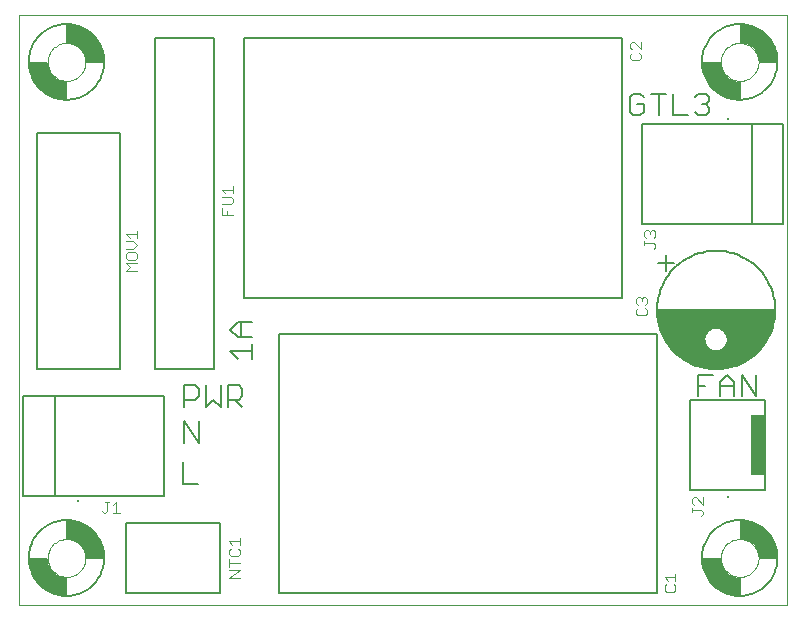
<source format=gto>
G75*
G70*
%OFA0B0*%
%FSLAX24Y24*%
%IPPOS*%
%LPD*%
%AMOC8*
5,1,8,0,0,1.08239X$1,22.5*
%
%ADD10C,0.0000*%
%ADD11C,0.0060*%
%ADD12C,0.0050*%
%ADD13C,0.0030*%
%ADD14C,0.0070*%
%ADD15C,0.0079*%
%ADD16R,0.0463X0.2000*%
%ADD17C,0.0001*%
D10*
X022547Y022547D02*
X022547Y042232D01*
X048138Y042232D01*
X048138Y022547D01*
X022547Y022547D01*
X023170Y023297D02*
X023297Y023170D01*
X023441Y023062D01*
X023599Y022976D01*
X023767Y022913D01*
X023943Y022875D01*
X024122Y022862D01*
X024122Y023453D01*
X024017Y023461D01*
X023915Y023486D01*
X023818Y023526D01*
X023729Y023581D01*
X023649Y023649D01*
X023581Y023729D01*
X023526Y023818D01*
X023486Y023915D01*
X023461Y024017D01*
X023453Y024122D01*
X022862Y024122D01*
X022875Y023943D01*
X022913Y023767D01*
X022976Y023599D01*
X023062Y023441D01*
X023170Y023297D01*
X023492Y024122D02*
X023494Y024172D01*
X023500Y024222D01*
X023510Y024271D01*
X023524Y024319D01*
X023541Y024366D01*
X023562Y024411D01*
X023587Y024455D01*
X023615Y024496D01*
X023647Y024535D01*
X023681Y024572D01*
X023718Y024606D01*
X023758Y024636D01*
X023800Y024663D01*
X023844Y024687D01*
X023890Y024708D01*
X023937Y024724D01*
X023985Y024737D01*
X024035Y024746D01*
X024084Y024751D01*
X024135Y024752D01*
X024185Y024749D01*
X024234Y024742D01*
X024283Y024731D01*
X024331Y024716D01*
X024377Y024698D01*
X024422Y024676D01*
X024465Y024650D01*
X024506Y024621D01*
X024545Y024589D01*
X024581Y024554D01*
X024613Y024516D01*
X024643Y024476D01*
X024670Y024433D01*
X024693Y024389D01*
X024712Y024343D01*
X024728Y024295D01*
X024740Y024246D01*
X024748Y024197D01*
X024752Y024147D01*
X024752Y024097D01*
X024748Y024047D01*
X024740Y023998D01*
X024728Y023949D01*
X024712Y023901D01*
X024693Y023855D01*
X024670Y023811D01*
X024643Y023768D01*
X024613Y023728D01*
X024581Y023690D01*
X024545Y023655D01*
X024506Y023623D01*
X024465Y023594D01*
X024422Y023568D01*
X024377Y023546D01*
X024331Y023528D01*
X024283Y023513D01*
X024234Y023502D01*
X024185Y023495D01*
X024135Y023492D01*
X024084Y023493D01*
X024035Y023498D01*
X023985Y023507D01*
X023937Y023520D01*
X023890Y023536D01*
X023844Y023557D01*
X023800Y023581D01*
X023758Y023608D01*
X023718Y023638D01*
X023681Y023672D01*
X023647Y023709D01*
X023615Y023748D01*
X023587Y023789D01*
X023562Y023833D01*
X023541Y023878D01*
X023524Y023925D01*
X023510Y023973D01*
X023500Y024022D01*
X023494Y024072D01*
X023492Y024122D01*
X024122Y024791D02*
X024238Y024781D01*
X024351Y024751D01*
X024457Y024702D01*
X024552Y024635D01*
X024635Y024552D01*
X024702Y024457D01*
X024751Y024351D01*
X024781Y024238D01*
X024791Y024122D01*
X025382Y024122D01*
X025369Y024301D01*
X025331Y024477D01*
X025268Y024645D01*
X025182Y024803D01*
X025074Y024947D01*
X024947Y025074D01*
X024803Y025182D01*
X024645Y025268D01*
X024477Y025331D01*
X024301Y025369D01*
X024122Y025382D01*
X024122Y024791D01*
X024122Y039398D02*
X023943Y039410D01*
X023767Y039449D01*
X023599Y039511D01*
X023441Y039598D01*
X023297Y039705D01*
X023170Y039832D01*
X023062Y039976D01*
X022976Y040134D01*
X022913Y040303D01*
X022875Y040478D01*
X022862Y040657D01*
X023453Y040657D01*
X023461Y040553D01*
X023486Y040451D01*
X023526Y040354D01*
X023581Y040264D01*
X023649Y040184D01*
X023729Y040116D01*
X023818Y040061D01*
X023915Y040021D01*
X024017Y039996D01*
X024122Y039988D01*
X024122Y039398D01*
X023492Y040657D02*
X023494Y040707D01*
X023500Y040757D01*
X023510Y040806D01*
X023524Y040854D01*
X023541Y040901D01*
X023562Y040946D01*
X023587Y040990D01*
X023615Y041031D01*
X023647Y041070D01*
X023681Y041107D01*
X023718Y041141D01*
X023758Y041171D01*
X023800Y041198D01*
X023844Y041222D01*
X023890Y041243D01*
X023937Y041259D01*
X023985Y041272D01*
X024035Y041281D01*
X024084Y041286D01*
X024135Y041287D01*
X024185Y041284D01*
X024234Y041277D01*
X024283Y041266D01*
X024331Y041251D01*
X024377Y041233D01*
X024422Y041211D01*
X024465Y041185D01*
X024506Y041156D01*
X024545Y041124D01*
X024581Y041089D01*
X024613Y041051D01*
X024643Y041011D01*
X024670Y040968D01*
X024693Y040924D01*
X024712Y040878D01*
X024728Y040830D01*
X024740Y040781D01*
X024748Y040732D01*
X024752Y040682D01*
X024752Y040632D01*
X024748Y040582D01*
X024740Y040533D01*
X024728Y040484D01*
X024712Y040436D01*
X024693Y040390D01*
X024670Y040346D01*
X024643Y040303D01*
X024613Y040263D01*
X024581Y040225D01*
X024545Y040190D01*
X024506Y040158D01*
X024465Y040129D01*
X024422Y040103D01*
X024377Y040081D01*
X024331Y040063D01*
X024283Y040048D01*
X024234Y040037D01*
X024185Y040030D01*
X024135Y040027D01*
X024084Y040028D01*
X024035Y040033D01*
X023985Y040042D01*
X023937Y040055D01*
X023890Y040071D01*
X023844Y040092D01*
X023800Y040116D01*
X023758Y040143D01*
X023718Y040173D01*
X023681Y040207D01*
X023647Y040244D01*
X023615Y040283D01*
X023587Y040324D01*
X023562Y040368D01*
X023541Y040413D01*
X023524Y040460D01*
X023510Y040508D01*
X023500Y040557D01*
X023494Y040607D01*
X023492Y040657D01*
X024122Y041327D02*
X024238Y041317D01*
X024351Y041286D01*
X024457Y041237D01*
X024552Y041170D01*
X024635Y041088D01*
X024702Y040992D01*
X024751Y040886D01*
X024781Y040774D01*
X024791Y040657D01*
X025382Y040657D01*
X025369Y040837D01*
X025331Y041012D01*
X025268Y041181D01*
X025182Y041339D01*
X025074Y041483D01*
X024947Y041610D01*
X024803Y041717D01*
X024645Y041803D01*
X024477Y041866D01*
X024301Y041904D01*
X024122Y041917D01*
X024122Y041327D01*
X045303Y040657D02*
X045316Y040478D01*
X045354Y040303D01*
X045417Y040134D01*
X045503Y039976D01*
X045611Y039832D01*
X045738Y039705D01*
X045882Y039598D01*
X046040Y039511D01*
X046208Y039449D01*
X046384Y039410D01*
X046563Y039398D01*
X046563Y039988D01*
X046458Y039996D01*
X046356Y040021D01*
X046259Y040061D01*
X046170Y040116D01*
X046090Y040184D01*
X046022Y040264D01*
X045967Y040354D01*
X045926Y040451D01*
X045902Y040553D01*
X045894Y040657D01*
X045303Y040657D01*
X045933Y040657D02*
X045935Y040707D01*
X045941Y040757D01*
X045951Y040806D01*
X045965Y040854D01*
X045982Y040901D01*
X046003Y040946D01*
X046028Y040990D01*
X046056Y041031D01*
X046088Y041070D01*
X046122Y041107D01*
X046159Y041141D01*
X046199Y041171D01*
X046241Y041198D01*
X046285Y041222D01*
X046331Y041243D01*
X046378Y041259D01*
X046426Y041272D01*
X046476Y041281D01*
X046525Y041286D01*
X046576Y041287D01*
X046626Y041284D01*
X046675Y041277D01*
X046724Y041266D01*
X046772Y041251D01*
X046818Y041233D01*
X046863Y041211D01*
X046906Y041185D01*
X046947Y041156D01*
X046986Y041124D01*
X047022Y041089D01*
X047054Y041051D01*
X047084Y041011D01*
X047111Y040968D01*
X047134Y040924D01*
X047153Y040878D01*
X047169Y040830D01*
X047181Y040781D01*
X047189Y040732D01*
X047193Y040682D01*
X047193Y040632D01*
X047189Y040582D01*
X047181Y040533D01*
X047169Y040484D01*
X047153Y040436D01*
X047134Y040390D01*
X047111Y040346D01*
X047084Y040303D01*
X047054Y040263D01*
X047022Y040225D01*
X046986Y040190D01*
X046947Y040158D01*
X046906Y040129D01*
X046863Y040103D01*
X046818Y040081D01*
X046772Y040063D01*
X046724Y040048D01*
X046675Y040037D01*
X046626Y040030D01*
X046576Y040027D01*
X046525Y040028D01*
X046476Y040033D01*
X046426Y040042D01*
X046378Y040055D01*
X046331Y040071D01*
X046285Y040092D01*
X046241Y040116D01*
X046199Y040143D01*
X046159Y040173D01*
X046122Y040207D01*
X046088Y040244D01*
X046056Y040283D01*
X046028Y040324D01*
X046003Y040368D01*
X045982Y040413D01*
X045965Y040460D01*
X045951Y040508D01*
X045941Y040557D01*
X045935Y040607D01*
X045933Y040657D01*
X046563Y041327D02*
X046679Y041317D01*
X046792Y041286D01*
X046898Y041237D01*
X046993Y041170D01*
X047076Y041088D01*
X047143Y040992D01*
X047192Y040886D01*
X047222Y040774D01*
X047232Y040657D01*
X047823Y040657D01*
X047810Y040837D01*
X047772Y041012D01*
X047709Y041181D01*
X047623Y041339D01*
X047515Y041483D01*
X047388Y041610D01*
X047244Y041717D01*
X047086Y041803D01*
X046918Y041866D01*
X046742Y041904D01*
X046563Y041917D01*
X046563Y041327D01*
X046563Y025382D02*
X046742Y025369D01*
X046918Y025331D01*
X047086Y025268D01*
X047244Y025182D01*
X047388Y025074D01*
X047515Y024947D01*
X047623Y024803D01*
X047709Y024645D01*
X047772Y024477D01*
X047810Y024301D01*
X047823Y024122D01*
X047232Y024122D01*
X047222Y024238D01*
X047192Y024351D01*
X047143Y024457D01*
X047076Y024552D01*
X046993Y024635D01*
X046898Y024702D01*
X046792Y024751D01*
X046679Y024781D01*
X046563Y024791D01*
X046563Y025382D01*
X045933Y024122D02*
X045935Y024172D01*
X045941Y024222D01*
X045951Y024271D01*
X045965Y024319D01*
X045982Y024366D01*
X046003Y024411D01*
X046028Y024455D01*
X046056Y024496D01*
X046088Y024535D01*
X046122Y024572D01*
X046159Y024606D01*
X046199Y024636D01*
X046241Y024663D01*
X046285Y024687D01*
X046331Y024708D01*
X046378Y024724D01*
X046426Y024737D01*
X046476Y024746D01*
X046525Y024751D01*
X046576Y024752D01*
X046626Y024749D01*
X046675Y024742D01*
X046724Y024731D01*
X046772Y024716D01*
X046818Y024698D01*
X046863Y024676D01*
X046906Y024650D01*
X046947Y024621D01*
X046986Y024589D01*
X047022Y024554D01*
X047054Y024516D01*
X047084Y024476D01*
X047111Y024433D01*
X047134Y024389D01*
X047153Y024343D01*
X047169Y024295D01*
X047181Y024246D01*
X047189Y024197D01*
X047193Y024147D01*
X047193Y024097D01*
X047189Y024047D01*
X047181Y023998D01*
X047169Y023949D01*
X047153Y023901D01*
X047134Y023855D01*
X047111Y023811D01*
X047084Y023768D01*
X047054Y023728D01*
X047022Y023690D01*
X046986Y023655D01*
X046947Y023623D01*
X046906Y023594D01*
X046863Y023568D01*
X046818Y023546D01*
X046772Y023528D01*
X046724Y023513D01*
X046675Y023502D01*
X046626Y023495D01*
X046576Y023492D01*
X046525Y023493D01*
X046476Y023498D01*
X046426Y023507D01*
X046378Y023520D01*
X046331Y023536D01*
X046285Y023557D01*
X046241Y023581D01*
X046199Y023608D01*
X046159Y023638D01*
X046122Y023672D01*
X046088Y023709D01*
X046056Y023748D01*
X046028Y023789D01*
X046003Y023833D01*
X045982Y023878D01*
X045965Y023925D01*
X045951Y023973D01*
X045941Y024022D01*
X045935Y024072D01*
X045933Y024122D01*
X045894Y024122D02*
X045303Y024122D01*
X045316Y023943D01*
X045354Y023767D01*
X045417Y023599D01*
X045503Y023441D01*
X045611Y023297D01*
X045738Y023170D01*
X045882Y023062D01*
X046040Y022976D01*
X046208Y022913D01*
X046384Y022875D01*
X046563Y022862D01*
X046563Y023453D01*
X046458Y023461D01*
X046356Y023486D01*
X046259Y023526D01*
X046170Y023581D01*
X046090Y023649D01*
X046022Y023729D01*
X045967Y023818D01*
X045926Y023915D01*
X045902Y024017D01*
X045894Y024122D01*
D11*
X045901Y029506D02*
X045901Y029992D01*
X046143Y030234D01*
X046386Y029992D01*
X046386Y029506D01*
X046626Y029506D02*
X046626Y030234D01*
X047111Y029506D01*
X047111Y030234D01*
X046386Y029870D02*
X045901Y029870D01*
X045661Y030234D02*
X045176Y030234D01*
X045176Y029506D01*
X045176Y029870D02*
X045418Y029870D01*
X045431Y038876D02*
X045189Y038876D01*
X045067Y038998D01*
X044828Y038876D02*
X044342Y038876D01*
X044342Y039604D01*
X044103Y039604D02*
X043617Y039604D01*
X043860Y039604D02*
X043860Y038876D01*
X043378Y038998D02*
X043378Y039240D01*
X043135Y039240D01*
X043378Y038998D02*
X043256Y038876D01*
X043014Y038876D01*
X042892Y038998D01*
X042892Y039483D01*
X043014Y039604D01*
X043256Y039604D01*
X043378Y039483D01*
X045067Y039483D02*
X045189Y039604D01*
X045431Y039604D01*
X045553Y039483D01*
X045553Y039362D01*
X045431Y039240D01*
X045553Y039119D01*
X045553Y038998D01*
X045431Y038876D01*
X045431Y039240D02*
X045310Y039240D01*
X030313Y031977D02*
X029827Y031977D01*
X029584Y031734D01*
X029827Y031491D01*
X030313Y031491D01*
X030313Y031252D02*
X030313Y030766D01*
X030313Y031009D02*
X029584Y031009D01*
X029827Y030766D01*
X029949Y031491D02*
X029949Y031977D01*
X029864Y029880D02*
X029985Y029759D01*
X029985Y029516D01*
X029864Y029395D01*
X029500Y029395D01*
X029742Y029395D02*
X029985Y029152D01*
X029500Y029152D02*
X029500Y029880D01*
X029864Y029880D01*
X029260Y029880D02*
X029260Y029152D01*
X029017Y029395D01*
X028775Y029152D01*
X028775Y029880D01*
X028535Y029759D02*
X028535Y029516D01*
X028414Y029395D01*
X028050Y029395D01*
X028050Y029152D02*
X028050Y029880D01*
X028414Y029880D01*
X028535Y029759D01*
X028535Y028699D02*
X028535Y027971D01*
X028050Y028699D01*
X028050Y027971D01*
X028010Y027321D02*
X028010Y026593D01*
X028496Y026593D01*
D12*
X027390Y026189D02*
X023728Y026189D01*
X023728Y029535D01*
X027390Y029535D01*
X027390Y028945D01*
X027390Y026189D01*
X026091Y025303D02*
X026091Y022941D01*
X029240Y022941D01*
X029240Y025303D01*
X026091Y025303D01*
X022862Y024122D02*
X022864Y024193D01*
X022870Y024263D01*
X022880Y024333D01*
X022894Y024402D01*
X022911Y024471D01*
X022933Y024538D01*
X022958Y024604D01*
X022987Y024669D01*
X023019Y024731D01*
X023055Y024792D01*
X023094Y024851D01*
X023137Y024908D01*
X023182Y024962D01*
X023231Y025013D01*
X023282Y025062D01*
X023336Y025107D01*
X023393Y025150D01*
X023452Y025189D01*
X023513Y025225D01*
X023575Y025257D01*
X023640Y025286D01*
X023706Y025311D01*
X023773Y025333D01*
X023842Y025350D01*
X023911Y025364D01*
X023981Y025374D01*
X024051Y025380D01*
X024122Y025382D01*
X024193Y025380D01*
X024263Y025374D01*
X024333Y025364D01*
X024402Y025350D01*
X024471Y025333D01*
X024538Y025311D01*
X024604Y025286D01*
X024669Y025257D01*
X024731Y025225D01*
X024792Y025189D01*
X024851Y025150D01*
X024908Y025107D01*
X024962Y025062D01*
X025013Y025013D01*
X025062Y024962D01*
X025107Y024908D01*
X025150Y024851D01*
X025189Y024792D01*
X025225Y024731D01*
X025257Y024669D01*
X025286Y024604D01*
X025311Y024538D01*
X025333Y024471D01*
X025350Y024402D01*
X025364Y024333D01*
X025374Y024263D01*
X025380Y024193D01*
X025382Y024122D01*
X025380Y024051D01*
X025374Y023981D01*
X025364Y023911D01*
X025350Y023842D01*
X025333Y023773D01*
X025311Y023706D01*
X025286Y023640D01*
X025257Y023575D01*
X025225Y023513D01*
X025189Y023452D01*
X025150Y023393D01*
X025107Y023336D01*
X025062Y023282D01*
X025013Y023231D01*
X024962Y023182D01*
X024908Y023137D01*
X024851Y023094D01*
X024792Y023055D01*
X024731Y023019D01*
X024669Y022987D01*
X024604Y022958D01*
X024538Y022933D01*
X024471Y022911D01*
X024402Y022894D01*
X024333Y022880D01*
X024263Y022870D01*
X024193Y022864D01*
X024122Y022862D01*
X024051Y022864D01*
X023981Y022870D01*
X023911Y022880D01*
X023842Y022894D01*
X023773Y022911D01*
X023706Y022933D01*
X023640Y022958D01*
X023575Y022987D01*
X023513Y023019D01*
X023452Y023055D01*
X023393Y023094D01*
X023336Y023137D01*
X023282Y023182D01*
X023231Y023231D01*
X023182Y023282D01*
X023137Y023336D01*
X023094Y023393D01*
X023055Y023452D01*
X023019Y023513D01*
X022987Y023575D01*
X022958Y023640D01*
X022933Y023706D01*
X022911Y023773D01*
X022894Y023842D01*
X022880Y023911D01*
X022870Y023981D01*
X022864Y024051D01*
X022862Y024122D01*
X022665Y026189D02*
X022665Y027756D01*
X022665Y028945D01*
X022665Y029535D01*
X023728Y029535D01*
X023138Y030421D02*
X025894Y030421D01*
X025894Y038295D01*
X023138Y038295D01*
X023138Y030421D01*
X027075Y030421D02*
X029043Y030421D01*
X029043Y041445D01*
X027075Y041445D01*
X027075Y030421D01*
X030028Y032783D02*
X042626Y032783D01*
X042626Y041445D01*
X030028Y041445D01*
X030028Y032783D01*
X031209Y031602D02*
X031209Y022941D01*
X043807Y022941D01*
X043807Y031602D01*
X031209Y031602D01*
X023728Y026189D02*
X022665Y026189D01*
X022862Y040657D02*
X022864Y040728D01*
X022870Y040798D01*
X022880Y040868D01*
X022894Y040937D01*
X022911Y041006D01*
X022933Y041073D01*
X022958Y041139D01*
X022987Y041204D01*
X023019Y041266D01*
X023055Y041327D01*
X023094Y041386D01*
X023137Y041443D01*
X023182Y041497D01*
X023231Y041548D01*
X023282Y041597D01*
X023336Y041642D01*
X023393Y041685D01*
X023452Y041724D01*
X023513Y041760D01*
X023575Y041792D01*
X023640Y041821D01*
X023706Y041846D01*
X023773Y041868D01*
X023842Y041885D01*
X023911Y041899D01*
X023981Y041909D01*
X024051Y041915D01*
X024122Y041917D01*
X024193Y041915D01*
X024263Y041909D01*
X024333Y041899D01*
X024402Y041885D01*
X024471Y041868D01*
X024538Y041846D01*
X024604Y041821D01*
X024669Y041792D01*
X024731Y041760D01*
X024792Y041724D01*
X024851Y041685D01*
X024908Y041642D01*
X024962Y041597D01*
X025013Y041548D01*
X025062Y041497D01*
X025107Y041443D01*
X025150Y041386D01*
X025189Y041327D01*
X025225Y041266D01*
X025257Y041204D01*
X025286Y041139D01*
X025311Y041073D01*
X025333Y041006D01*
X025350Y040937D01*
X025364Y040868D01*
X025374Y040798D01*
X025380Y040728D01*
X025382Y040657D01*
X025380Y040586D01*
X025374Y040516D01*
X025364Y040446D01*
X025350Y040377D01*
X025333Y040308D01*
X025311Y040241D01*
X025286Y040175D01*
X025257Y040110D01*
X025225Y040048D01*
X025189Y039987D01*
X025150Y039928D01*
X025107Y039871D01*
X025062Y039817D01*
X025013Y039766D01*
X024962Y039717D01*
X024908Y039672D01*
X024851Y039629D01*
X024792Y039590D01*
X024731Y039554D01*
X024669Y039522D01*
X024604Y039493D01*
X024538Y039468D01*
X024471Y039446D01*
X024402Y039429D01*
X024333Y039415D01*
X024263Y039405D01*
X024193Y039399D01*
X024122Y039397D01*
X024051Y039399D01*
X023981Y039405D01*
X023911Y039415D01*
X023842Y039429D01*
X023773Y039446D01*
X023706Y039468D01*
X023640Y039493D01*
X023575Y039522D01*
X023513Y039554D01*
X023452Y039590D01*
X023393Y039629D01*
X023336Y039672D01*
X023282Y039717D01*
X023231Y039766D01*
X023182Y039817D01*
X023137Y039871D01*
X023094Y039928D01*
X023055Y039987D01*
X023019Y040048D01*
X022987Y040110D01*
X022958Y040175D01*
X022933Y040241D01*
X022911Y040308D01*
X022894Y040377D01*
X022880Y040446D01*
X022870Y040516D01*
X022864Y040586D01*
X022862Y040657D01*
X043295Y038591D02*
X043295Y035835D01*
X043295Y035244D01*
X046957Y035244D01*
X046957Y038591D01*
X048020Y038591D01*
X048020Y037024D01*
X048020Y035835D01*
X048020Y035244D01*
X046957Y035244D01*
X047744Y032390D02*
X045776Y032390D01*
X043807Y032390D02*
X043809Y032487D01*
X043816Y032583D01*
X043828Y032679D01*
X043845Y032774D01*
X043866Y032868D01*
X043892Y032962D01*
X043922Y033053D01*
X043957Y033144D01*
X043996Y033232D01*
X044039Y033318D01*
X044087Y033402D01*
X044139Y033484D01*
X044194Y033563D01*
X044254Y033639D01*
X044317Y033712D01*
X044384Y033782D01*
X044454Y033849D01*
X044527Y033912D01*
X044603Y033972D01*
X044682Y034027D01*
X044764Y034079D01*
X044848Y034127D01*
X044934Y034170D01*
X045022Y034209D01*
X045113Y034244D01*
X045204Y034274D01*
X045298Y034300D01*
X045392Y034321D01*
X045487Y034338D01*
X045583Y034350D01*
X045679Y034357D01*
X045776Y034359D01*
X045873Y034357D01*
X045969Y034350D01*
X046065Y034338D01*
X046160Y034321D01*
X046254Y034300D01*
X046348Y034274D01*
X046439Y034244D01*
X046530Y034209D01*
X046618Y034170D01*
X046704Y034127D01*
X046788Y034079D01*
X046870Y034027D01*
X046949Y033972D01*
X047025Y033912D01*
X047098Y033849D01*
X047168Y033782D01*
X047235Y033712D01*
X047298Y033639D01*
X047358Y033563D01*
X047413Y033484D01*
X047465Y033402D01*
X047513Y033318D01*
X047556Y033232D01*
X047595Y033144D01*
X047630Y033053D01*
X047660Y032962D01*
X047686Y032868D01*
X047707Y032774D01*
X047724Y032679D01*
X047736Y032583D01*
X047743Y032487D01*
X047745Y032390D01*
X047743Y032293D01*
X047736Y032197D01*
X047724Y032101D01*
X047707Y032006D01*
X047686Y031912D01*
X047660Y031818D01*
X047630Y031727D01*
X047595Y031636D01*
X047556Y031548D01*
X047513Y031462D01*
X047465Y031378D01*
X047413Y031296D01*
X047358Y031217D01*
X047298Y031141D01*
X047235Y031068D01*
X047168Y030998D01*
X047098Y030931D01*
X047025Y030868D01*
X046949Y030808D01*
X046870Y030753D01*
X046788Y030701D01*
X046704Y030653D01*
X046618Y030610D01*
X046530Y030571D01*
X046439Y030536D01*
X046348Y030506D01*
X046254Y030480D01*
X046160Y030459D01*
X046065Y030442D01*
X045969Y030430D01*
X045873Y030423D01*
X045776Y030421D01*
X045679Y030423D01*
X045583Y030430D01*
X045487Y030442D01*
X045392Y030459D01*
X045298Y030480D01*
X045204Y030506D01*
X045113Y030536D01*
X045022Y030571D01*
X044934Y030610D01*
X044848Y030653D01*
X044764Y030701D01*
X044682Y030753D01*
X044603Y030808D01*
X044527Y030868D01*
X044454Y030931D01*
X044384Y030998D01*
X044317Y031068D01*
X044254Y031141D01*
X044194Y031217D01*
X044139Y031296D01*
X044087Y031378D01*
X044039Y031462D01*
X043996Y031548D01*
X043957Y031636D01*
X043922Y031727D01*
X043892Y031818D01*
X043866Y031912D01*
X043845Y032006D01*
X043828Y032101D01*
X043816Y032197D01*
X043809Y032293D01*
X043807Y032390D01*
X043824Y032133D01*
X043874Y031880D01*
X043957Y031636D01*
X044071Y031406D01*
X044214Y031191D01*
X044384Y030998D01*
X044577Y030828D01*
X044791Y030685D01*
X045022Y030571D01*
X045266Y030488D01*
X045519Y030438D01*
X045776Y030421D01*
X046033Y030438D01*
X046285Y030488D01*
X046529Y030571D01*
X046760Y030685D01*
X046974Y030828D01*
X047168Y030998D01*
X047337Y031191D01*
X047480Y031406D01*
X047594Y031636D01*
X047677Y031880D01*
X047727Y032133D01*
X047744Y032390D01*
X047742Y032365D02*
X045776Y032365D01*
X043809Y032365D01*
X043807Y032390D02*
X045776Y032390D01*
X045776Y031799D01*
X045714Y031794D01*
X045655Y031779D01*
X045598Y031754D01*
X045546Y031722D01*
X045500Y031681D01*
X045453Y031625D01*
X045418Y031560D01*
X045395Y031491D01*
X045386Y031418D01*
X045391Y031345D01*
X045409Y031273D01*
X045440Y031207D01*
X045483Y031148D01*
X045537Y031098D01*
X045599Y031058D01*
X045667Y031031D01*
X045739Y031017D01*
X045812Y031017D01*
X045884Y031031D01*
X045953Y031058D01*
X046014Y031098D01*
X046068Y031148D01*
X046111Y031207D01*
X046142Y031273D01*
X046161Y031345D01*
X046165Y031418D01*
X046156Y031491D01*
X046133Y031560D01*
X046098Y031625D01*
X046051Y031681D01*
X046005Y031722D01*
X045953Y031754D01*
X045896Y031779D01*
X045837Y031794D01*
X045776Y031799D01*
X045776Y032390D01*
X045776Y032316D02*
X047739Y032316D01*
X047736Y032268D02*
X045776Y032268D01*
X043815Y032268D01*
X043812Y032316D02*
X045776Y032316D01*
X045776Y032219D02*
X047733Y032219D01*
X047730Y032171D02*
X045776Y032171D01*
X043821Y032171D01*
X043818Y032219D02*
X045776Y032219D01*
X045776Y032122D02*
X047725Y032122D01*
X047715Y032074D02*
X045776Y032074D01*
X043836Y032074D01*
X043826Y032122D02*
X045776Y032122D01*
X045776Y032025D02*
X047706Y032025D01*
X047696Y031977D02*
X045776Y031977D01*
X043855Y031977D01*
X043845Y032025D02*
X045776Y032025D01*
X045776Y031928D02*
X047687Y031928D01*
X047677Y031880D02*
X045776Y031880D01*
X043874Y031880D01*
X043865Y031928D02*
X045776Y031928D01*
X045776Y031831D02*
X047660Y031831D01*
X047644Y031783D02*
X045880Y031783D01*
X045776Y031831D02*
X043891Y031831D01*
X043907Y031783D02*
X045671Y031783D01*
X045566Y031734D02*
X043924Y031734D01*
X043940Y031686D02*
X045505Y031686D01*
X045464Y031637D02*
X043957Y031637D01*
X043980Y031589D02*
X045433Y031589D01*
X045411Y031540D02*
X044004Y031540D01*
X044028Y031492D02*
X045396Y031492D01*
X045389Y031443D02*
X044052Y031443D01*
X044078Y031395D02*
X045387Y031395D01*
X045391Y031346D02*
X044110Y031346D01*
X044143Y031298D02*
X045403Y031298D01*
X045420Y031249D02*
X044175Y031249D01*
X044208Y031201D02*
X045445Y031201D01*
X045480Y031152D02*
X044248Y031152D01*
X044291Y031104D02*
X045530Y031104D01*
X045606Y031055D02*
X044333Y031055D01*
X044376Y031007D02*
X047175Y031007D01*
X047218Y031055D02*
X045945Y031055D01*
X046021Y031104D02*
X047260Y031104D01*
X047303Y031152D02*
X046071Y031152D01*
X046106Y031201D02*
X047343Y031201D01*
X047376Y031249D02*
X046131Y031249D01*
X046148Y031298D02*
X047408Y031298D01*
X047441Y031346D02*
X046161Y031346D01*
X046164Y031395D02*
X047473Y031395D01*
X047499Y031443D02*
X046162Y031443D01*
X046156Y031492D02*
X047523Y031492D01*
X047547Y031540D02*
X046140Y031540D01*
X046118Y031589D02*
X047571Y031589D01*
X047594Y031637D02*
X046088Y031637D01*
X046046Y031686D02*
X047611Y031686D01*
X047627Y031734D02*
X045985Y031734D01*
X047012Y030861D02*
X044539Y030861D01*
X044484Y030910D02*
X047067Y030910D01*
X047122Y030958D02*
X044429Y030958D01*
X044600Y030813D02*
X046951Y030813D01*
X046878Y030764D02*
X044673Y030764D01*
X044745Y030716D02*
X046806Y030716D01*
X046724Y030667D02*
X044828Y030667D01*
X044926Y030619D02*
X046625Y030619D01*
X046526Y030570D02*
X045025Y030570D01*
X045168Y030522D02*
X046383Y030522D01*
X046209Y030473D02*
X045342Y030473D01*
X045724Y030425D02*
X045827Y030425D01*
X044919Y029378D02*
X047419Y029378D01*
X047419Y027378D01*
X047419Y026378D01*
X044919Y026378D01*
X044919Y029378D01*
X045303Y024122D02*
X045305Y024193D01*
X045311Y024263D01*
X045321Y024333D01*
X045335Y024402D01*
X045352Y024471D01*
X045374Y024538D01*
X045399Y024604D01*
X045428Y024669D01*
X045460Y024731D01*
X045496Y024792D01*
X045535Y024851D01*
X045578Y024908D01*
X045623Y024962D01*
X045672Y025013D01*
X045723Y025062D01*
X045777Y025107D01*
X045834Y025150D01*
X045893Y025189D01*
X045954Y025225D01*
X046016Y025257D01*
X046081Y025286D01*
X046147Y025311D01*
X046214Y025333D01*
X046283Y025350D01*
X046352Y025364D01*
X046422Y025374D01*
X046492Y025380D01*
X046563Y025382D01*
X046634Y025380D01*
X046704Y025374D01*
X046774Y025364D01*
X046843Y025350D01*
X046912Y025333D01*
X046979Y025311D01*
X047045Y025286D01*
X047110Y025257D01*
X047172Y025225D01*
X047233Y025189D01*
X047292Y025150D01*
X047349Y025107D01*
X047403Y025062D01*
X047454Y025013D01*
X047503Y024962D01*
X047548Y024908D01*
X047591Y024851D01*
X047630Y024792D01*
X047666Y024731D01*
X047698Y024669D01*
X047727Y024604D01*
X047752Y024538D01*
X047774Y024471D01*
X047791Y024402D01*
X047805Y024333D01*
X047815Y024263D01*
X047821Y024193D01*
X047823Y024122D01*
X047821Y024051D01*
X047815Y023981D01*
X047805Y023911D01*
X047791Y023842D01*
X047774Y023773D01*
X047752Y023706D01*
X047727Y023640D01*
X047698Y023575D01*
X047666Y023513D01*
X047630Y023452D01*
X047591Y023393D01*
X047548Y023336D01*
X047503Y023282D01*
X047454Y023231D01*
X047403Y023182D01*
X047349Y023137D01*
X047292Y023094D01*
X047233Y023055D01*
X047172Y023019D01*
X047110Y022987D01*
X047045Y022958D01*
X046979Y022933D01*
X046912Y022911D01*
X046843Y022894D01*
X046774Y022880D01*
X046704Y022870D01*
X046634Y022864D01*
X046563Y022862D01*
X046492Y022864D01*
X046422Y022870D01*
X046352Y022880D01*
X046283Y022894D01*
X046214Y022911D01*
X046147Y022933D01*
X046081Y022958D01*
X046016Y022987D01*
X045954Y023019D01*
X045893Y023055D01*
X045834Y023094D01*
X045777Y023137D01*
X045723Y023182D01*
X045672Y023231D01*
X045623Y023282D01*
X045578Y023336D01*
X045535Y023393D01*
X045496Y023452D01*
X045460Y023513D01*
X045428Y023575D01*
X045399Y023640D01*
X045374Y023706D01*
X045352Y023773D01*
X045335Y023842D01*
X045321Y023911D01*
X045311Y023981D01*
X045305Y024051D01*
X045303Y024122D01*
X046957Y038591D02*
X043295Y038591D01*
X045303Y040657D02*
X045305Y040728D01*
X045311Y040798D01*
X045321Y040868D01*
X045335Y040937D01*
X045352Y041006D01*
X045374Y041073D01*
X045399Y041139D01*
X045428Y041204D01*
X045460Y041266D01*
X045496Y041327D01*
X045535Y041386D01*
X045578Y041443D01*
X045623Y041497D01*
X045672Y041548D01*
X045723Y041597D01*
X045777Y041642D01*
X045834Y041685D01*
X045893Y041724D01*
X045954Y041760D01*
X046016Y041792D01*
X046081Y041821D01*
X046147Y041846D01*
X046214Y041868D01*
X046283Y041885D01*
X046352Y041899D01*
X046422Y041909D01*
X046492Y041915D01*
X046563Y041917D01*
X046634Y041915D01*
X046704Y041909D01*
X046774Y041899D01*
X046843Y041885D01*
X046912Y041868D01*
X046979Y041846D01*
X047045Y041821D01*
X047110Y041792D01*
X047172Y041760D01*
X047233Y041724D01*
X047292Y041685D01*
X047349Y041642D01*
X047403Y041597D01*
X047454Y041548D01*
X047503Y041497D01*
X047548Y041443D01*
X047591Y041386D01*
X047630Y041327D01*
X047666Y041266D01*
X047698Y041204D01*
X047727Y041139D01*
X047752Y041073D01*
X047774Y041006D01*
X047791Y040937D01*
X047805Y040868D01*
X047815Y040798D01*
X047821Y040728D01*
X047823Y040657D01*
X047821Y040586D01*
X047815Y040516D01*
X047805Y040446D01*
X047791Y040377D01*
X047774Y040308D01*
X047752Y040241D01*
X047727Y040175D01*
X047698Y040110D01*
X047666Y040048D01*
X047630Y039987D01*
X047591Y039928D01*
X047548Y039871D01*
X047503Y039817D01*
X047454Y039766D01*
X047403Y039717D01*
X047349Y039672D01*
X047292Y039629D01*
X047233Y039590D01*
X047172Y039554D01*
X047110Y039522D01*
X047045Y039493D01*
X046979Y039468D01*
X046912Y039446D01*
X046843Y039429D01*
X046774Y039415D01*
X046704Y039405D01*
X046634Y039399D01*
X046563Y039397D01*
X046492Y039399D01*
X046422Y039405D01*
X046352Y039415D01*
X046283Y039429D01*
X046214Y039446D01*
X046147Y039468D01*
X046081Y039493D01*
X046016Y039522D01*
X045954Y039554D01*
X045893Y039590D01*
X045834Y039629D01*
X045777Y039672D01*
X045723Y039717D01*
X045672Y039766D01*
X045623Y039817D01*
X045578Y039871D01*
X045535Y039928D01*
X045496Y039987D01*
X045460Y040048D01*
X045428Y040110D01*
X045399Y040175D01*
X045374Y040241D01*
X045352Y040308D01*
X045335Y040377D01*
X045321Y040446D01*
X045311Y040516D01*
X045305Y040586D01*
X045303Y040657D01*
D13*
X043280Y040773D02*
X043280Y040894D01*
X043220Y040955D01*
X043280Y041074D02*
X043038Y041317D01*
X042977Y041317D01*
X042916Y041256D01*
X042916Y041135D01*
X042977Y041074D01*
X042977Y040955D02*
X042916Y040894D01*
X042916Y040773D01*
X042977Y040712D01*
X043220Y040712D01*
X043280Y040773D01*
X043280Y041074D02*
X043280Y041317D01*
X043449Y035038D02*
X043510Y035038D01*
X043571Y034977D01*
X043631Y035038D01*
X043692Y035038D01*
X043753Y034977D01*
X043753Y034856D01*
X043692Y034795D01*
X043571Y034916D02*
X043571Y034977D01*
X043449Y035038D02*
X043389Y034977D01*
X043389Y034856D01*
X043449Y034795D01*
X043389Y034675D02*
X043389Y034554D01*
X043389Y034614D02*
X043692Y034614D01*
X043753Y034554D01*
X043753Y034493D01*
X043692Y034432D01*
X043416Y032813D02*
X043477Y032752D01*
X043477Y032631D01*
X043416Y032570D01*
X043416Y032451D02*
X043477Y032390D01*
X043477Y032269D01*
X043416Y032208D01*
X043174Y032208D01*
X043113Y032269D01*
X043113Y032390D01*
X043174Y032451D01*
X043174Y032570D02*
X043113Y032631D01*
X043113Y032752D01*
X043174Y032813D01*
X043234Y032813D01*
X043295Y032752D01*
X043356Y032813D01*
X043416Y032813D01*
X043295Y032752D02*
X043295Y032692D01*
X045040Y026140D02*
X044979Y026079D01*
X044979Y025958D01*
X045040Y025897D01*
X044979Y025777D02*
X044979Y025656D01*
X044979Y025717D02*
X045283Y025717D01*
X045343Y025656D01*
X045343Y025595D01*
X045283Y025535D01*
X045343Y025897D02*
X045101Y026140D01*
X045040Y026140D01*
X045343Y026140D02*
X045343Y025897D01*
X044422Y023601D02*
X044422Y023358D01*
X044422Y023479D02*
X044058Y023479D01*
X044179Y023358D01*
X044119Y023238D02*
X044058Y023177D01*
X044058Y023056D01*
X044119Y022995D01*
X044361Y022995D01*
X044422Y023056D01*
X044422Y023177D01*
X044361Y023238D01*
X029894Y023468D02*
X029530Y023468D01*
X029894Y023710D01*
X029530Y023710D01*
X029530Y023830D02*
X029530Y024073D01*
X029530Y023952D02*
X029894Y023952D01*
X029834Y024193D02*
X029894Y024253D01*
X029894Y024375D01*
X029834Y024435D01*
X029894Y024555D02*
X029894Y024798D01*
X029894Y024677D02*
X029530Y024677D01*
X029652Y024555D01*
X029591Y024435D02*
X029530Y024375D01*
X029530Y024253D01*
X029591Y024193D01*
X029834Y024193D01*
X025904Y025633D02*
X025661Y025633D01*
X025782Y025633D02*
X025782Y025997D01*
X025661Y025876D01*
X025541Y025997D02*
X025420Y025997D01*
X025480Y025997D02*
X025480Y025694D01*
X025420Y025633D01*
X025359Y025633D01*
X025298Y025694D01*
X026105Y033704D02*
X026227Y033825D01*
X026105Y033947D01*
X026469Y033947D01*
X026409Y034066D02*
X026469Y034127D01*
X026469Y034248D01*
X026409Y034309D01*
X026166Y034309D01*
X026105Y034248D01*
X026105Y034127D01*
X026166Y034066D01*
X026409Y034066D01*
X026469Y033704D02*
X026105Y033704D01*
X026105Y034429D02*
X026348Y034429D01*
X026469Y034550D01*
X026348Y034672D01*
X026105Y034672D01*
X026227Y034792D02*
X026105Y034913D01*
X026469Y034913D01*
X026469Y034792D02*
X026469Y035034D01*
X029294Y035554D02*
X029294Y035797D01*
X029294Y035917D02*
X029598Y035917D01*
X029658Y035978D01*
X029658Y036099D01*
X029598Y036160D01*
X029294Y036160D01*
X029416Y036279D02*
X029294Y036401D01*
X029658Y036401D01*
X029658Y036522D02*
X029658Y036279D01*
X029476Y035676D02*
X029476Y035554D01*
X029658Y035554D02*
X029294Y035554D01*
D14*
X043840Y033965D02*
X044367Y033965D01*
X044103Y034228D02*
X044103Y033701D01*
D15*
X046169Y038768D03*
X046169Y026169D03*
X024516Y026012D03*
D16*
X047188Y027878D03*
D17*
X046745Y025368D02*
X046563Y025368D01*
X046749Y025368D01*
X046754Y025367D02*
X046563Y025367D01*
X046563Y025366D02*
X046759Y025366D01*
X046763Y025365D02*
X046563Y025365D01*
X046563Y025364D02*
X046768Y025364D01*
X046772Y025363D02*
X046563Y025363D01*
X046563Y025362D02*
X046777Y025362D01*
X046782Y025361D02*
X046563Y025361D01*
X046563Y025360D02*
X046786Y025360D01*
X046791Y025359D02*
X046563Y025359D01*
X046563Y025358D02*
X046795Y025358D01*
X046800Y025357D02*
X046563Y025357D01*
X046563Y025356D02*
X046805Y025356D01*
X046809Y025355D02*
X046563Y025355D01*
X046563Y025354D02*
X046814Y025354D01*
X046818Y025353D02*
X046563Y025353D01*
X046563Y025352D02*
X046823Y025352D01*
X046828Y025351D02*
X046563Y025351D01*
X046563Y025350D02*
X046832Y025350D01*
X046837Y025349D02*
X046563Y025349D01*
X046563Y025348D02*
X046841Y025348D01*
X046846Y025347D02*
X046563Y025347D01*
X046563Y025346D02*
X046851Y025346D01*
X046855Y025345D02*
X046563Y025345D01*
X046563Y025344D02*
X046860Y025344D01*
X046864Y025343D02*
X046563Y025343D01*
X046563Y025342D02*
X046869Y025342D01*
X046873Y025341D02*
X046563Y025341D01*
X046563Y025340D02*
X046878Y025340D01*
X046883Y025339D02*
X046563Y025339D01*
X046563Y025338D02*
X046887Y025338D01*
X046892Y025337D02*
X046563Y025337D01*
X046563Y025336D02*
X046896Y025336D01*
X046901Y025335D02*
X046563Y025335D01*
X046563Y025334D02*
X046906Y025334D01*
X046910Y025333D02*
X046563Y025333D01*
X046563Y025332D02*
X046915Y025332D01*
X046919Y025331D02*
X046563Y025331D01*
X046563Y025330D02*
X046921Y025330D01*
X046924Y025329D02*
X046563Y025329D01*
X046563Y025328D02*
X046927Y025328D01*
X046930Y025327D02*
X046563Y025327D01*
X046563Y025326D02*
X046932Y025326D01*
X046935Y025325D02*
X046563Y025325D01*
X046563Y025324D02*
X046938Y025324D01*
X046940Y025323D02*
X046563Y025323D01*
X046563Y025322D02*
X046943Y025322D01*
X046946Y025321D02*
X046563Y025321D01*
X046563Y025320D02*
X046948Y025320D01*
X046951Y025319D02*
X046563Y025319D01*
X046563Y025318D02*
X046954Y025318D01*
X046956Y025317D02*
X046563Y025317D01*
X046563Y025316D02*
X046959Y025316D01*
X046962Y025315D02*
X046563Y025315D01*
X046563Y025314D02*
X046964Y025314D01*
X046967Y025313D02*
X046563Y025313D01*
X046563Y025312D02*
X046970Y025312D01*
X046972Y025311D02*
X046563Y025311D01*
X046563Y025310D02*
X046975Y025310D01*
X046978Y025309D02*
X046563Y025309D01*
X046563Y025308D02*
X046980Y025308D01*
X046983Y025307D02*
X046563Y025307D01*
X046563Y025306D02*
X046986Y025306D01*
X046988Y025305D02*
X046563Y025305D01*
X046563Y025304D02*
X046991Y025304D01*
X046994Y025303D02*
X046563Y025303D01*
X046563Y025302D02*
X046996Y025302D01*
X046999Y025301D02*
X046563Y025301D01*
X046563Y025300D02*
X047002Y025300D01*
X047005Y025299D02*
X046563Y025299D01*
X046563Y025298D02*
X047007Y025298D01*
X047010Y025297D02*
X046563Y025297D01*
X046563Y025296D02*
X047013Y025296D01*
X047015Y025295D02*
X046563Y025295D01*
X046563Y025294D02*
X047018Y025294D01*
X047021Y025293D02*
X046563Y025293D01*
X046563Y025292D02*
X047023Y025292D01*
X047026Y025291D02*
X046563Y025291D01*
X046563Y025290D02*
X047029Y025290D01*
X047031Y025289D02*
X046563Y025289D01*
X046563Y025288D02*
X047034Y025288D01*
X047037Y025287D02*
X046563Y025287D01*
X046563Y025286D02*
X047039Y025286D01*
X047042Y025285D02*
X046563Y025285D01*
X046563Y025284D02*
X047045Y025284D01*
X047047Y025283D02*
X046563Y025283D01*
X046563Y025282D02*
X047050Y025282D01*
X047053Y025281D02*
X046563Y025281D01*
X046563Y025280D02*
X047055Y025280D01*
X047058Y025279D02*
X046563Y025279D01*
X046563Y025278D02*
X047061Y025278D01*
X047063Y025277D02*
X046563Y025277D01*
X046563Y025276D02*
X047066Y025276D01*
X047069Y025275D02*
X046563Y025275D01*
X046563Y025274D02*
X047071Y025274D01*
X047074Y025273D02*
X046563Y025273D01*
X046563Y025272D02*
X047077Y025272D01*
X047079Y025271D02*
X046563Y025271D01*
X046563Y025270D02*
X047082Y025270D01*
X047085Y025269D02*
X046563Y025269D01*
X046563Y025268D02*
X047087Y025268D01*
X047089Y025267D02*
X046563Y025267D01*
X046563Y025266D02*
X047091Y025266D01*
X047093Y025265D02*
X046563Y025265D01*
X046563Y025264D02*
X047094Y025264D01*
X047096Y025263D02*
X046563Y025263D01*
X046563Y025262D02*
X047098Y025262D01*
X047100Y025261D02*
X046563Y025261D01*
X046563Y025260D02*
X047102Y025260D01*
X047104Y025259D02*
X046563Y025259D01*
X046563Y025258D02*
X047105Y025258D01*
X047107Y025257D02*
X046563Y025257D01*
X046563Y025256D02*
X047109Y025256D01*
X047111Y025255D02*
X046563Y025255D01*
X046563Y025254D02*
X047113Y025254D01*
X047115Y025253D02*
X046563Y025253D01*
X046563Y025252D02*
X047116Y025252D01*
X047118Y025251D02*
X046563Y025251D01*
X046563Y025250D02*
X047120Y025250D01*
X047122Y025249D02*
X046563Y025249D01*
X046563Y025248D02*
X047124Y025248D01*
X047126Y025247D02*
X046563Y025247D01*
X046563Y025246D02*
X047127Y025246D01*
X047129Y025245D02*
X046563Y025245D01*
X046563Y025244D02*
X047131Y025244D01*
X047133Y025243D02*
X046563Y025243D01*
X046563Y025242D02*
X047135Y025242D01*
X047137Y025241D02*
X046563Y025241D01*
X046563Y025240D02*
X047138Y025240D01*
X047140Y025239D02*
X046563Y025239D01*
X046563Y025238D02*
X047142Y025238D01*
X047144Y025237D02*
X046563Y025237D01*
X046563Y025236D02*
X047146Y025236D01*
X047148Y025235D02*
X046563Y025235D01*
X046563Y025234D02*
X047149Y025234D01*
X047151Y025233D02*
X046563Y025233D01*
X046563Y025232D02*
X047153Y025232D01*
X047155Y025231D02*
X046563Y025231D01*
X046563Y025230D02*
X047157Y025230D01*
X047159Y025229D02*
X046563Y025229D01*
X046563Y025228D02*
X047160Y025228D01*
X047162Y025227D02*
X046563Y025227D01*
X046563Y025226D02*
X047164Y025226D01*
X047166Y025225D02*
X046563Y025225D01*
X046563Y025224D02*
X047168Y025224D01*
X047169Y025223D02*
X046563Y025223D01*
X046563Y025222D02*
X047171Y025222D01*
X047173Y025221D02*
X046563Y025221D01*
X046563Y025220D02*
X047175Y025220D01*
X047177Y025219D02*
X046563Y025219D01*
X046563Y025218D02*
X047179Y025218D01*
X047180Y025217D02*
X046563Y025217D01*
X046563Y025216D02*
X047182Y025216D01*
X047184Y025215D02*
X046563Y025215D01*
X046563Y025214D02*
X047186Y025214D01*
X047188Y025213D02*
X046563Y025213D01*
X046563Y025212D02*
X047190Y025212D01*
X047191Y025211D02*
X046563Y025211D01*
X046563Y025210D02*
X047193Y025210D01*
X047195Y025209D02*
X046563Y025209D01*
X046563Y025208D02*
X047197Y025208D01*
X047199Y025207D02*
X046563Y025207D01*
X046563Y025206D02*
X047201Y025206D01*
X047202Y025205D02*
X046563Y025205D01*
X046563Y025204D02*
X047204Y025204D01*
X047206Y025203D02*
X046563Y025203D01*
X046563Y025202D02*
X047208Y025202D01*
X047210Y025201D02*
X046563Y025201D01*
X046563Y025200D02*
X047212Y025200D01*
X047213Y025199D02*
X046563Y025199D01*
X046563Y025198D02*
X047215Y025198D01*
X047217Y025197D02*
X046563Y025197D01*
X046563Y025196D02*
X047219Y025196D01*
X047221Y025195D02*
X046563Y025195D01*
X046563Y025194D02*
X047223Y025194D01*
X047224Y025193D02*
X046563Y025193D01*
X046563Y025192D02*
X047226Y025192D01*
X047228Y025191D02*
X046563Y025191D01*
X046563Y025190D02*
X047230Y025190D01*
X047232Y025189D02*
X046563Y025189D01*
X046563Y025188D02*
X047234Y025188D01*
X047235Y025187D02*
X046563Y025187D01*
X046563Y025186D02*
X047237Y025186D01*
X047239Y025185D02*
X046563Y025185D01*
X046563Y025184D02*
X047241Y025184D01*
X047243Y025183D02*
X046563Y025183D01*
X046563Y025182D02*
X047244Y025182D01*
X047246Y025181D02*
X046563Y025181D01*
X046563Y025180D02*
X047247Y025180D01*
X047248Y025179D02*
X046563Y025179D01*
X046563Y025178D02*
X047250Y025178D01*
X047251Y025177D02*
X046563Y025177D01*
X046563Y025176D02*
X047252Y025176D01*
X047254Y025175D02*
X046563Y025175D01*
X046563Y025174D02*
X047255Y025174D01*
X047256Y025173D02*
X046563Y025173D01*
X046563Y025172D02*
X047258Y025172D01*
X047259Y025171D02*
X046563Y025171D01*
X046563Y025170D02*
X047260Y025170D01*
X047262Y025169D02*
X046563Y025169D01*
X046563Y025168D02*
X047263Y025168D01*
X047264Y025167D02*
X046563Y025167D01*
X046563Y025166D02*
X047266Y025166D01*
X047267Y025165D02*
X046563Y025165D01*
X046563Y025164D02*
X047268Y025164D01*
X047270Y025163D02*
X046563Y025163D01*
X046563Y025162D02*
X047271Y025162D01*
X047272Y025161D02*
X046563Y025161D01*
X046563Y025160D02*
X047274Y025160D01*
X047275Y025159D02*
X046563Y025159D01*
X046563Y025158D02*
X047276Y025158D01*
X047278Y025157D02*
X046563Y025157D01*
X046563Y025156D02*
X047279Y025156D01*
X047280Y025155D02*
X046563Y025155D01*
X046563Y025154D02*
X047282Y025154D01*
X047283Y025153D02*
X046563Y025153D01*
X046563Y025152D02*
X047284Y025152D01*
X047286Y025151D02*
X046563Y025151D01*
X046563Y025150D02*
X047287Y025150D01*
X047288Y025149D02*
X046563Y025149D01*
X046563Y025148D02*
X047290Y025148D01*
X047291Y025147D02*
X046563Y025147D01*
X046563Y025146D02*
X047292Y025146D01*
X047294Y025145D02*
X046563Y025145D01*
X046563Y025144D02*
X047295Y025144D01*
X047296Y025143D02*
X046563Y025143D01*
X046563Y025142D02*
X047298Y025142D01*
X047299Y025141D02*
X046563Y025141D01*
X046563Y025140D02*
X047300Y025140D01*
X047302Y025139D02*
X046563Y025139D01*
X046563Y025138D02*
X047303Y025138D01*
X047304Y025137D02*
X046563Y025137D01*
X046563Y025136D02*
X047306Y025136D01*
X047307Y025135D02*
X046563Y025135D01*
X046563Y025134D02*
X047308Y025134D01*
X047310Y025133D02*
X046563Y025133D01*
X046563Y025132D02*
X047311Y025132D01*
X047312Y025131D02*
X046563Y025131D01*
X046563Y025130D02*
X047314Y025130D01*
X047315Y025129D02*
X046563Y025129D01*
X046563Y025128D02*
X047316Y025128D01*
X047318Y025127D02*
X046563Y025127D01*
X046563Y025126D02*
X047319Y025126D01*
X047320Y025125D02*
X046563Y025125D01*
X046563Y025124D02*
X047322Y025124D01*
X047323Y025123D02*
X046563Y025123D01*
X046563Y025122D02*
X047324Y025122D01*
X047326Y025121D02*
X046563Y025121D01*
X046563Y025120D02*
X047327Y025120D01*
X047328Y025119D02*
X046563Y025119D01*
X046563Y025118D02*
X047330Y025118D01*
X047331Y025117D02*
X046563Y025117D01*
X046563Y025116D02*
X047332Y025116D01*
X047334Y025115D02*
X046563Y025115D01*
X046563Y025114D02*
X047335Y025114D01*
X047336Y025113D02*
X046563Y025113D01*
X046563Y025112D02*
X047338Y025112D01*
X047339Y025111D02*
X046563Y025111D01*
X046563Y025110D02*
X047340Y025110D01*
X047342Y025109D02*
X046563Y025109D01*
X046563Y025108D02*
X047343Y025108D01*
X047344Y025107D02*
X046563Y025107D01*
X046563Y025106D02*
X047346Y025106D01*
X047347Y025105D02*
X046563Y025105D01*
X046563Y025104D02*
X047348Y025104D01*
X047350Y025103D02*
X046563Y025103D01*
X046563Y025102D02*
X047351Y025102D01*
X047352Y025101D02*
X046563Y025101D01*
X046563Y025100D02*
X047354Y025100D01*
X047355Y025099D02*
X046563Y025099D01*
X046563Y025098D02*
X047356Y025098D01*
X047358Y025097D02*
X046563Y025097D01*
X046563Y025096D02*
X047359Y025096D01*
X047361Y025095D02*
X046563Y025095D01*
X046563Y025094D02*
X047362Y025094D01*
X047363Y025093D02*
X046563Y025093D01*
X046563Y025092D02*
X047365Y025092D01*
X047366Y025091D02*
X046563Y025091D01*
X046563Y025090D02*
X047367Y025090D01*
X047369Y025089D02*
X046563Y025089D01*
X046563Y025088D02*
X047370Y025088D01*
X047371Y025087D02*
X046563Y025087D01*
X046563Y025086D02*
X047373Y025086D01*
X047374Y025085D02*
X046563Y025085D01*
X046563Y025084D02*
X047375Y025084D01*
X047377Y025083D02*
X046563Y025083D01*
X046563Y025082D02*
X047378Y025082D01*
X047379Y025081D02*
X046563Y025081D01*
X046563Y025080D02*
X047381Y025080D01*
X047382Y025079D02*
X046563Y025079D01*
X046563Y025078D02*
X047383Y025078D01*
X047385Y025077D02*
X046563Y025077D01*
X046563Y025076D02*
X047386Y025076D01*
X047387Y025075D02*
X046563Y025075D01*
X046563Y025074D02*
X047388Y025074D01*
X047389Y025073D02*
X046563Y025073D01*
X046563Y025072D02*
X047390Y025072D01*
X047391Y025071D02*
X046563Y025071D01*
X046563Y025070D02*
X047392Y025070D01*
X047393Y025069D02*
X046563Y025069D01*
X046563Y025068D02*
X047394Y025068D01*
X047395Y025067D02*
X046563Y025067D01*
X046563Y025066D02*
X047396Y025066D01*
X047397Y025065D02*
X046563Y025065D01*
X046563Y025064D02*
X047398Y025064D01*
X047399Y025063D02*
X046563Y025063D01*
X046563Y025062D02*
X047400Y025062D01*
X047401Y025061D02*
X046563Y025061D01*
X046563Y025060D02*
X047402Y025060D01*
X047403Y025059D02*
X046563Y025059D01*
X046563Y025058D02*
X047404Y025058D01*
X047405Y025057D02*
X046563Y025057D01*
X046563Y025056D02*
X047406Y025056D01*
X047407Y025055D02*
X046563Y025055D01*
X046563Y025054D02*
X047408Y025054D01*
X047409Y025053D02*
X046563Y025053D01*
X046563Y025052D02*
X047410Y025052D01*
X047411Y025051D02*
X046563Y025051D01*
X046563Y025050D02*
X047412Y025050D01*
X047413Y025049D02*
X046563Y025049D01*
X046563Y025048D02*
X047414Y025048D01*
X047415Y025047D02*
X046563Y025047D01*
X046563Y025046D02*
X047416Y025046D01*
X047417Y025045D02*
X046563Y025045D01*
X046563Y025044D02*
X047418Y025044D01*
X047419Y025043D02*
X046563Y025043D01*
X046563Y025042D02*
X047420Y025042D01*
X047421Y025041D02*
X046563Y025041D01*
X046563Y025040D02*
X047422Y025040D01*
X047423Y025039D02*
X046563Y025039D01*
X046563Y025038D02*
X047424Y025038D01*
X047425Y025037D02*
X046563Y025037D01*
X046563Y025036D02*
X047426Y025036D01*
X047427Y025035D02*
X046563Y025035D01*
X046563Y025034D02*
X047428Y025034D01*
X047429Y025033D02*
X046563Y025033D01*
X046563Y025032D02*
X047430Y025032D01*
X047431Y025031D02*
X046563Y025031D01*
X046563Y025030D02*
X047432Y025030D01*
X047433Y025029D02*
X046563Y025029D01*
X046563Y025028D02*
X047434Y025028D01*
X047435Y025027D02*
X046563Y025027D01*
X046563Y025026D02*
X047436Y025026D01*
X047437Y025025D02*
X046563Y025025D01*
X046563Y025024D02*
X047438Y025024D01*
X047439Y025023D02*
X046563Y025023D01*
X046563Y025022D02*
X047440Y025022D01*
X047441Y025021D02*
X046563Y025021D01*
X046563Y025020D02*
X047442Y025020D01*
X047443Y025019D02*
X046563Y025019D01*
X046563Y025018D02*
X047444Y025018D01*
X047445Y025017D02*
X046563Y025017D01*
X046563Y025016D02*
X047446Y025016D01*
X047447Y025015D02*
X046563Y025015D01*
X046563Y025014D02*
X047448Y025014D01*
X047449Y025013D02*
X046563Y025013D01*
X046563Y025012D02*
X047450Y025012D01*
X047451Y025011D02*
X046563Y025011D01*
X046563Y025010D02*
X047452Y025010D01*
X047453Y025009D02*
X046563Y025009D01*
X046563Y025008D02*
X047454Y025008D01*
X047455Y025007D02*
X046563Y025007D01*
X046563Y025006D02*
X047456Y025006D01*
X047457Y025005D02*
X046563Y025005D01*
X046563Y025004D02*
X047458Y025004D01*
X047459Y025003D02*
X046563Y025003D01*
X046563Y025002D02*
X047460Y025002D01*
X047461Y025001D02*
X046563Y025001D01*
X046563Y025000D02*
X047462Y025000D01*
X047463Y024999D02*
X046563Y024999D01*
X046563Y024998D02*
X047464Y024998D01*
X047465Y024997D02*
X046563Y024997D01*
X046563Y024996D02*
X047466Y024996D01*
X047467Y024995D02*
X046563Y024995D01*
X046563Y024994D02*
X047468Y024994D01*
X047469Y024993D02*
X046563Y024993D01*
X046563Y024992D02*
X047470Y024992D01*
X047471Y024991D02*
X046563Y024991D01*
X046563Y024990D02*
X047472Y024990D01*
X047473Y024989D02*
X046563Y024989D01*
X046563Y024988D02*
X047474Y024988D01*
X047475Y024987D02*
X046563Y024987D01*
X046563Y024986D02*
X047476Y024986D01*
X047477Y024985D02*
X046563Y024985D01*
X046563Y024984D02*
X047478Y024984D01*
X047479Y024983D02*
X046563Y024983D01*
X046563Y024982D02*
X047480Y024982D01*
X047481Y024981D02*
X046563Y024981D01*
X046563Y024980D02*
X047482Y024980D01*
X047483Y024979D02*
X046563Y024979D01*
X046563Y024978D02*
X047484Y024978D01*
X047485Y024977D02*
X046563Y024977D01*
X046563Y024976D02*
X047486Y024976D01*
X047487Y024975D02*
X046563Y024975D01*
X046563Y024974D02*
X047488Y024974D01*
X047489Y024973D02*
X046563Y024973D01*
X046563Y024972D02*
X047490Y024972D01*
X047491Y024971D02*
X046563Y024971D01*
X046563Y024970D02*
X047492Y024970D01*
X047493Y024969D02*
X046563Y024969D01*
X046563Y024968D02*
X047494Y024968D01*
X047495Y024967D02*
X046563Y024967D01*
X046563Y024966D02*
X047496Y024966D01*
X047497Y024965D02*
X046563Y024965D01*
X046563Y024964D02*
X047498Y024964D01*
X047499Y024963D02*
X046563Y024963D01*
X046563Y024962D02*
X047500Y024962D01*
X047501Y024961D02*
X046563Y024961D01*
X046563Y024960D02*
X047502Y024960D01*
X047503Y024959D02*
X046563Y024959D01*
X046563Y024958D02*
X047504Y024958D01*
X047505Y024957D02*
X046563Y024957D01*
X046563Y024956D02*
X047506Y024956D01*
X047507Y024955D02*
X046563Y024955D01*
X046563Y024954D02*
X047508Y024954D01*
X047509Y024953D02*
X046563Y024953D01*
X046563Y024952D02*
X047510Y024952D01*
X047511Y024951D02*
X046563Y024951D01*
X046563Y024950D02*
X047512Y024950D01*
X047513Y024949D02*
X046563Y024949D01*
X046563Y024948D02*
X047514Y024948D01*
X047515Y024947D02*
X046563Y024947D01*
X046563Y024946D02*
X047516Y024946D01*
X047517Y024945D02*
X046563Y024945D01*
X046563Y024944D02*
X047517Y024944D01*
X047518Y024943D02*
X046563Y024943D01*
X046563Y024942D02*
X047519Y024942D01*
X047520Y024941D02*
X046563Y024941D01*
X046563Y024940D02*
X047520Y024940D01*
X047521Y024939D02*
X046563Y024939D01*
X046563Y024938D02*
X047522Y024938D01*
X047523Y024937D02*
X046563Y024937D01*
X046563Y024936D02*
X047523Y024936D01*
X047524Y024935D02*
X046563Y024935D01*
X046563Y024934D02*
X047525Y024934D01*
X047526Y024933D02*
X046563Y024933D01*
X046563Y024932D02*
X047526Y024932D01*
X047527Y024931D02*
X046563Y024931D01*
X046563Y024930D02*
X047528Y024930D01*
X047529Y024929D02*
X046563Y024929D01*
X046563Y024928D02*
X047529Y024928D01*
X047530Y024927D02*
X046563Y024927D01*
X046563Y024926D02*
X047531Y024926D01*
X047532Y024925D02*
X046563Y024925D01*
X046563Y024924D02*
X047532Y024924D01*
X047533Y024923D02*
X046563Y024923D01*
X046563Y024922D02*
X047534Y024922D01*
X047535Y024921D02*
X046563Y024921D01*
X046563Y024920D02*
X047535Y024920D01*
X047536Y024919D02*
X046563Y024919D01*
X046563Y024918D02*
X047537Y024918D01*
X047538Y024917D02*
X046563Y024917D01*
X046563Y024916D02*
X047538Y024916D01*
X047539Y024915D02*
X046563Y024915D01*
X046563Y024914D02*
X047540Y024914D01*
X047541Y024913D02*
X046563Y024913D01*
X046563Y024912D02*
X047541Y024912D01*
X047542Y024911D02*
X046563Y024911D01*
X046563Y024910D02*
X047543Y024910D01*
X047544Y024909D02*
X046563Y024909D01*
X046563Y024908D02*
X047544Y024908D01*
X047545Y024907D02*
X046563Y024907D01*
X046563Y024906D02*
X047546Y024906D01*
X047547Y024905D02*
X046563Y024905D01*
X046563Y024904D02*
X047547Y024904D01*
X047548Y024903D02*
X046563Y024903D01*
X046563Y024902D02*
X047549Y024902D01*
X047550Y024901D02*
X046563Y024901D01*
X046563Y024900D02*
X047550Y024900D01*
X047551Y024899D02*
X046563Y024899D01*
X046563Y024898D02*
X047552Y024898D01*
X047553Y024897D02*
X046563Y024897D01*
X046563Y024896D02*
X047553Y024896D01*
X047554Y024895D02*
X046563Y024895D01*
X046563Y024894D02*
X047555Y024894D01*
X047556Y024893D02*
X046563Y024893D01*
X046563Y024892D02*
X047556Y024892D01*
X047557Y024891D02*
X046563Y024891D01*
X046563Y024890D02*
X047558Y024890D01*
X047559Y024889D02*
X046563Y024889D01*
X046563Y024888D02*
X047559Y024888D01*
X047560Y024887D02*
X046563Y024887D01*
X046563Y024886D02*
X047561Y024886D01*
X047562Y024885D02*
X046563Y024885D01*
X046563Y024884D02*
X047562Y024884D01*
X047563Y024883D02*
X046563Y024883D01*
X046563Y024882D02*
X047564Y024882D01*
X047565Y024881D02*
X046563Y024881D01*
X046563Y024880D02*
X047565Y024880D01*
X047566Y024879D02*
X046563Y024879D01*
X046563Y024878D02*
X047567Y024878D01*
X047568Y024877D02*
X046563Y024877D01*
X046563Y024876D02*
X047568Y024876D01*
X047569Y024875D02*
X046563Y024875D01*
X046563Y024874D02*
X047570Y024874D01*
X047571Y024873D02*
X046563Y024873D01*
X046563Y024872D02*
X047571Y024872D01*
X047572Y024871D02*
X046563Y024871D01*
X046563Y024870D02*
X047573Y024870D01*
X047574Y024869D02*
X046563Y024869D01*
X046563Y024868D02*
X047574Y024868D01*
X047575Y024867D02*
X046563Y024867D01*
X046563Y024866D02*
X047576Y024866D01*
X047577Y024865D02*
X046563Y024865D01*
X046563Y024864D02*
X047577Y024864D01*
X047578Y024863D02*
X046563Y024863D01*
X046563Y024862D02*
X047579Y024862D01*
X047580Y024861D02*
X046563Y024861D01*
X046563Y024860D02*
X047580Y024860D01*
X047581Y024859D02*
X046563Y024859D01*
X046563Y024858D02*
X047582Y024858D01*
X047583Y024857D02*
X046563Y024857D01*
X046563Y024856D02*
X047583Y024856D01*
X047584Y024855D02*
X046563Y024855D01*
X046563Y024854D02*
X047585Y024854D01*
X047586Y024853D02*
X046563Y024853D01*
X046563Y024852D02*
X047586Y024852D01*
X047587Y024851D02*
X046563Y024851D01*
X046563Y024850D02*
X047588Y024850D01*
X047589Y024849D02*
X046563Y024849D01*
X046563Y024848D02*
X047589Y024848D01*
X047590Y024847D02*
X046563Y024847D01*
X046563Y024846D02*
X047591Y024846D01*
X047592Y024845D02*
X046563Y024845D01*
X046563Y024844D02*
X047592Y024844D01*
X047593Y024843D02*
X046563Y024843D01*
X046563Y024842D02*
X047594Y024842D01*
X047595Y024841D02*
X046563Y024841D01*
X046563Y024840D02*
X047595Y024840D01*
X047596Y024839D02*
X046563Y024839D01*
X046563Y024838D02*
X047597Y024838D01*
X047597Y024837D02*
X046563Y024837D01*
X046563Y024836D02*
X047598Y024836D01*
X047599Y024835D02*
X046563Y024835D01*
X046563Y024834D02*
X047600Y024834D01*
X047600Y024833D02*
X046563Y024833D01*
X046563Y024832D02*
X047601Y024832D01*
X047602Y024831D02*
X046563Y024831D01*
X046563Y024830D02*
X047603Y024830D01*
X047603Y024829D02*
X046563Y024829D01*
X046563Y024828D02*
X047604Y024828D01*
X047605Y024827D02*
X046563Y024827D01*
X046563Y024826D02*
X047606Y024826D01*
X047606Y024825D02*
X046563Y024825D01*
X046563Y024824D02*
X047607Y024824D01*
X047608Y024823D02*
X046563Y024823D01*
X046563Y024822D02*
X047609Y024822D01*
X047609Y024821D02*
X046563Y024821D01*
X046563Y024820D02*
X047610Y024820D01*
X047611Y024819D02*
X046563Y024819D01*
X046563Y024818D02*
X047612Y024818D01*
X047612Y024817D02*
X046563Y024817D01*
X046563Y024816D02*
X047613Y024816D01*
X047614Y024815D02*
X046563Y024815D01*
X046563Y024814D02*
X047615Y024814D01*
X047615Y024813D02*
X046563Y024813D01*
X046563Y024812D02*
X047616Y024812D01*
X047617Y024811D02*
X046563Y024811D01*
X046563Y024810D02*
X047618Y024810D01*
X047618Y024809D02*
X046563Y024809D01*
X046563Y024808D02*
X047619Y024808D01*
X047620Y024807D02*
X046563Y024807D01*
X046563Y024806D02*
X047621Y024806D01*
X047621Y024805D02*
X046563Y024805D01*
X046563Y024804D02*
X047622Y024804D01*
X047623Y024803D02*
X046563Y024803D01*
X046563Y024802D02*
X047623Y024802D01*
X047624Y024801D02*
X046563Y024801D01*
X046563Y024800D02*
X047625Y024800D01*
X047625Y024799D02*
X046563Y024799D01*
X046563Y024798D02*
X047626Y024798D01*
X047626Y024797D02*
X046563Y024797D01*
X046563Y024796D02*
X047627Y024796D01*
X047627Y024795D02*
X046563Y024795D01*
X046563Y024794D02*
X047628Y024794D01*
X047628Y024793D02*
X046563Y024793D01*
X046563Y024792D02*
X047629Y024792D01*
X047629Y024791D02*
X046566Y024791D01*
X046578Y024790D02*
X047630Y024790D01*
X047631Y024789D02*
X046589Y024789D01*
X046600Y024788D02*
X047631Y024788D01*
X047632Y024787D02*
X046612Y024787D01*
X046623Y024786D02*
X047632Y024786D01*
X047633Y024785D02*
X046635Y024785D01*
X046646Y024784D02*
X047633Y024784D01*
X047634Y024783D02*
X046657Y024783D01*
X046669Y024782D02*
X047634Y024782D01*
X047635Y024781D02*
X046680Y024781D01*
X046683Y024780D02*
X047635Y024780D01*
X047636Y024779D02*
X046687Y024779D01*
X046691Y024778D02*
X047637Y024778D01*
X047637Y024777D02*
X046694Y024777D01*
X046698Y024776D02*
X047638Y024776D01*
X047638Y024775D02*
X046702Y024775D01*
X046706Y024774D02*
X047639Y024774D01*
X047639Y024773D02*
X046709Y024773D01*
X046713Y024772D02*
X047640Y024772D01*
X047640Y024771D02*
X046717Y024771D01*
X046721Y024770D02*
X047641Y024770D01*
X047641Y024769D02*
X046724Y024769D01*
X046728Y024768D02*
X047642Y024768D01*
X047643Y024767D02*
X046732Y024767D01*
X046735Y024766D02*
X047643Y024766D01*
X047644Y024765D02*
X046739Y024765D01*
X046743Y024764D02*
X047644Y024764D01*
X047645Y024763D02*
X046747Y024763D01*
X046750Y024762D02*
X047645Y024762D01*
X047646Y024761D02*
X046754Y024761D01*
X046758Y024760D02*
X047646Y024760D01*
X047647Y024759D02*
X046762Y024759D01*
X046765Y024758D02*
X047647Y024758D01*
X047648Y024757D02*
X046769Y024757D01*
X046773Y024756D02*
X047649Y024756D01*
X047649Y024755D02*
X046776Y024755D01*
X046780Y024754D02*
X047650Y024754D01*
X047650Y024753D02*
X046784Y024753D01*
X046788Y024752D02*
X047651Y024752D01*
X047651Y024751D02*
X046791Y024751D01*
X046794Y024750D02*
X047652Y024750D01*
X047652Y024749D02*
X046796Y024749D01*
X046798Y024748D02*
X047653Y024748D01*
X047653Y024747D02*
X046800Y024747D01*
X046802Y024746D02*
X047654Y024746D01*
X047655Y024745D02*
X046804Y024745D01*
X046807Y024744D02*
X047655Y024744D01*
X047656Y024743D02*
X046809Y024743D01*
X046811Y024742D02*
X047656Y024742D01*
X047657Y024741D02*
X046813Y024741D01*
X046815Y024740D02*
X047657Y024740D01*
X047658Y024739D02*
X046817Y024739D01*
X046819Y024738D02*
X047658Y024738D01*
X047659Y024737D02*
X046822Y024737D01*
X046824Y024736D02*
X047659Y024736D01*
X047660Y024735D02*
X046826Y024735D01*
X046828Y024734D02*
X047661Y024734D01*
X047661Y024733D02*
X046830Y024733D01*
X046832Y024732D02*
X047662Y024732D01*
X047662Y024731D02*
X046834Y024731D01*
X046837Y024730D02*
X047663Y024730D01*
X047663Y024729D02*
X046839Y024729D01*
X046841Y024728D02*
X047664Y024728D01*
X047664Y024727D02*
X046843Y024727D01*
X046845Y024726D02*
X047665Y024726D01*
X047665Y024725D02*
X046847Y024725D01*
X046849Y024724D02*
X047666Y024724D01*
X047667Y024723D02*
X046852Y024723D01*
X046854Y024722D02*
X047667Y024722D01*
X047668Y024721D02*
X046856Y024721D01*
X046858Y024720D02*
X047668Y024720D01*
X047669Y024719D02*
X046860Y024719D01*
X046862Y024718D02*
X047669Y024718D01*
X047670Y024717D02*
X046864Y024717D01*
X046867Y024716D02*
X047670Y024716D01*
X047671Y024715D02*
X046869Y024715D01*
X046871Y024714D02*
X047671Y024714D01*
X047672Y024713D02*
X046873Y024713D01*
X046875Y024712D02*
X047673Y024712D01*
X047673Y024711D02*
X046877Y024711D01*
X046879Y024710D02*
X047674Y024710D01*
X047674Y024709D02*
X046882Y024709D01*
X046884Y024708D02*
X047675Y024708D01*
X047675Y024707D02*
X046886Y024707D01*
X046888Y024706D02*
X047676Y024706D01*
X047676Y024705D02*
X046890Y024705D01*
X046892Y024704D02*
X047677Y024704D01*
X047677Y024703D02*
X046894Y024703D01*
X046897Y024702D02*
X047678Y024702D01*
X047679Y024701D02*
X046898Y024701D01*
X046900Y024700D02*
X047679Y024700D01*
X047680Y024699D02*
X046901Y024699D01*
X046903Y024698D02*
X047680Y024698D01*
X047681Y024697D02*
X046904Y024697D01*
X046906Y024696D02*
X047681Y024696D01*
X047682Y024695D02*
X046907Y024695D01*
X046908Y024694D02*
X047682Y024694D01*
X047683Y024693D02*
X046910Y024693D01*
X046911Y024692D02*
X047683Y024692D01*
X047684Y024691D02*
X046913Y024691D01*
X046914Y024690D02*
X047685Y024690D01*
X047685Y024689D02*
X046915Y024689D01*
X046917Y024688D02*
X047686Y024688D01*
X047686Y024687D02*
X046918Y024687D01*
X046920Y024686D02*
X047687Y024686D01*
X047687Y024685D02*
X046921Y024685D01*
X046923Y024684D02*
X047688Y024684D01*
X047688Y024683D02*
X046924Y024683D01*
X046925Y024682D02*
X047689Y024682D01*
X047689Y024681D02*
X046927Y024681D01*
X046928Y024680D02*
X047690Y024680D01*
X047691Y024679D02*
X046930Y024679D01*
X046931Y024678D02*
X047691Y024678D01*
X047692Y024677D02*
X046933Y024677D01*
X046934Y024676D02*
X047692Y024676D01*
X047693Y024675D02*
X046935Y024675D01*
X046937Y024674D02*
X047693Y024674D01*
X047694Y024673D02*
X046938Y024673D01*
X046940Y024672D02*
X047694Y024672D01*
X047695Y024671D02*
X046941Y024671D01*
X046943Y024670D02*
X047695Y024670D01*
X047696Y024669D02*
X046944Y024669D01*
X046945Y024668D02*
X047697Y024668D01*
X047697Y024667D02*
X046947Y024667D01*
X046948Y024666D02*
X047698Y024666D01*
X047698Y024665D02*
X046950Y024665D01*
X046951Y024664D02*
X047699Y024664D01*
X047699Y024663D02*
X046953Y024663D01*
X046954Y024662D02*
X047700Y024662D01*
X047700Y024661D02*
X046955Y024661D01*
X046957Y024660D02*
X047701Y024660D01*
X047701Y024659D02*
X046958Y024659D01*
X046960Y024658D02*
X047702Y024658D01*
X047703Y024657D02*
X046961Y024657D01*
X046963Y024656D02*
X047703Y024656D01*
X047704Y024655D02*
X046964Y024655D01*
X046965Y024654D02*
X047704Y024654D01*
X047705Y024653D02*
X046967Y024653D01*
X046968Y024652D02*
X047705Y024652D01*
X047706Y024651D02*
X046970Y024651D01*
X046971Y024650D02*
X047706Y024650D01*
X047707Y024649D02*
X046973Y024649D01*
X046974Y024648D02*
X047707Y024648D01*
X047708Y024647D02*
X046975Y024647D01*
X046977Y024646D02*
X047709Y024646D01*
X047709Y024645D02*
X046978Y024645D01*
X046980Y024644D02*
X047709Y024644D01*
X047710Y024643D02*
X046981Y024643D01*
X046983Y024642D02*
X047710Y024642D01*
X047711Y024641D02*
X046984Y024641D01*
X046985Y024640D02*
X047711Y024640D01*
X047711Y024639D02*
X046987Y024639D01*
X046988Y024638D02*
X047712Y024638D01*
X047712Y024637D02*
X046990Y024637D01*
X046991Y024636D02*
X047712Y024636D01*
X047713Y024635D02*
X046993Y024635D01*
X046994Y024634D02*
X047713Y024634D01*
X047714Y024633D02*
X046995Y024633D01*
X046996Y024632D02*
X047714Y024632D01*
X047714Y024631D02*
X046997Y024631D01*
X046998Y024630D02*
X047715Y024630D01*
X047715Y024629D02*
X046999Y024629D01*
X047000Y024628D02*
X047715Y024628D01*
X047716Y024627D02*
X047001Y024627D01*
X047002Y024626D02*
X047716Y024626D01*
X047717Y024625D02*
X047003Y024625D01*
X047004Y024624D02*
X047717Y024624D01*
X047717Y024623D02*
X047005Y024623D01*
X047006Y024622D02*
X047718Y024622D01*
X047718Y024621D02*
X047007Y024621D01*
X047008Y024620D02*
X047718Y024620D01*
X047719Y024619D02*
X047009Y024619D01*
X047010Y024618D02*
X047719Y024618D01*
X047719Y024617D02*
X047011Y024617D01*
X047012Y024616D02*
X047720Y024616D01*
X047720Y024615D02*
X047013Y024615D01*
X047014Y024614D02*
X047721Y024614D01*
X047721Y024613D02*
X047015Y024613D01*
X047016Y024612D02*
X047721Y024612D01*
X047722Y024611D02*
X047017Y024611D01*
X047018Y024610D02*
X047722Y024610D01*
X047722Y024609D02*
X047019Y024609D01*
X047020Y024608D02*
X047723Y024608D01*
X047723Y024607D02*
X047021Y024607D01*
X047022Y024606D02*
X047724Y024606D01*
X047724Y024605D02*
X047023Y024605D01*
X047024Y024604D02*
X047724Y024604D01*
X047725Y024603D02*
X047025Y024603D01*
X047026Y024602D02*
X047725Y024602D01*
X047725Y024601D02*
X047027Y024601D01*
X047028Y024600D02*
X047726Y024600D01*
X047726Y024599D02*
X047029Y024599D01*
X047030Y024598D02*
X047727Y024598D01*
X047727Y024597D02*
X047031Y024597D01*
X047032Y024596D02*
X047727Y024596D01*
X047728Y024595D02*
X047033Y024595D01*
X047034Y024594D02*
X047728Y024594D01*
X047728Y024593D02*
X047035Y024593D01*
X047036Y024592D02*
X047729Y024592D01*
X047729Y024591D02*
X047037Y024591D01*
X047038Y024590D02*
X047730Y024590D01*
X047730Y024589D02*
X047039Y024589D01*
X047040Y024588D02*
X047730Y024588D01*
X047731Y024587D02*
X047041Y024587D01*
X047042Y024586D02*
X047731Y024586D01*
X047731Y024585D02*
X047043Y024585D01*
X047044Y024584D02*
X047732Y024584D01*
X047732Y024583D02*
X047045Y024583D01*
X047046Y024582D02*
X047733Y024582D01*
X047733Y024581D02*
X047047Y024581D01*
X047048Y024580D02*
X047733Y024580D01*
X047734Y024579D02*
X047049Y024579D01*
X047050Y024578D02*
X047734Y024578D01*
X047734Y024577D02*
X047051Y024577D01*
X047052Y024576D02*
X047735Y024576D01*
X047735Y024575D02*
X047053Y024575D01*
X047054Y024574D02*
X047736Y024574D01*
X047736Y024573D02*
X047055Y024573D01*
X047056Y024572D02*
X047736Y024572D01*
X047737Y024571D02*
X047057Y024571D01*
X047058Y024570D02*
X047737Y024570D01*
X047737Y024569D02*
X047059Y024569D01*
X047060Y024568D02*
X047738Y024568D01*
X047738Y024567D02*
X047061Y024567D01*
X047062Y024566D02*
X047738Y024566D01*
X047739Y024565D02*
X047063Y024565D01*
X047064Y024564D02*
X047739Y024564D01*
X047740Y024563D02*
X047065Y024563D01*
X047066Y024562D02*
X047740Y024562D01*
X047740Y024561D02*
X047067Y024561D01*
X047068Y024560D02*
X047741Y024560D01*
X047741Y024559D02*
X047069Y024559D01*
X047070Y024558D02*
X047741Y024558D01*
X047742Y024557D02*
X047071Y024557D01*
X047072Y024556D02*
X047742Y024556D01*
X047743Y024555D02*
X047073Y024555D01*
X047074Y024554D02*
X047743Y024554D01*
X047743Y024553D02*
X047075Y024553D01*
X047076Y024552D02*
X047744Y024552D01*
X047744Y024551D02*
X047076Y024551D01*
X047077Y024550D02*
X047744Y024550D01*
X047745Y024549D02*
X047078Y024549D01*
X047078Y024548D02*
X047745Y024548D01*
X047746Y024547D02*
X047079Y024547D01*
X047080Y024546D02*
X047746Y024546D01*
X047746Y024545D02*
X047081Y024545D01*
X047081Y024544D02*
X047747Y024544D01*
X047747Y024543D02*
X047082Y024543D01*
X047083Y024542D02*
X047747Y024542D01*
X047748Y024541D02*
X047083Y024541D01*
X047084Y024540D02*
X047748Y024540D01*
X047749Y024539D02*
X047085Y024539D01*
X047085Y024538D02*
X047749Y024538D01*
X047749Y024537D02*
X047086Y024537D01*
X047087Y024536D02*
X047750Y024536D01*
X047750Y024535D02*
X047088Y024535D01*
X047088Y024534D02*
X047750Y024534D01*
X047751Y024533D02*
X047089Y024533D01*
X047090Y024532D02*
X047751Y024532D01*
X047752Y024531D02*
X047090Y024531D01*
X047091Y024530D02*
X047752Y024530D01*
X047752Y024529D02*
X047092Y024529D01*
X047092Y024528D02*
X047753Y024528D01*
X047753Y024527D02*
X047093Y024527D01*
X047094Y024526D02*
X047753Y024526D01*
X047754Y024525D02*
X047095Y024525D01*
X047095Y024524D02*
X047754Y024524D01*
X047755Y024523D02*
X047096Y024523D01*
X047097Y024522D02*
X047755Y024522D01*
X047755Y024521D02*
X047097Y024521D01*
X047098Y024520D02*
X047756Y024520D01*
X047756Y024519D02*
X047099Y024519D01*
X047099Y024518D02*
X047756Y024518D01*
X047757Y024517D02*
X047100Y024517D01*
X047101Y024516D02*
X047757Y024516D01*
X047757Y024515D02*
X047102Y024515D01*
X047102Y024514D02*
X047758Y024514D01*
X047758Y024513D02*
X047103Y024513D01*
X047104Y024512D02*
X047759Y024512D01*
X047759Y024511D02*
X047104Y024511D01*
X047105Y024510D02*
X047759Y024510D01*
X047760Y024509D02*
X047106Y024509D01*
X047106Y024508D02*
X047760Y024508D01*
X047760Y024507D02*
X047107Y024507D01*
X047108Y024506D02*
X047761Y024506D01*
X047761Y024505D02*
X047109Y024505D01*
X047109Y024504D02*
X047762Y024504D01*
X047762Y024503D02*
X047110Y024503D01*
X047111Y024502D02*
X047762Y024502D01*
X047763Y024501D02*
X047111Y024501D01*
X047112Y024500D02*
X047763Y024500D01*
X047763Y024499D02*
X047113Y024499D01*
X047113Y024498D02*
X047764Y024498D01*
X047764Y024497D02*
X047114Y024497D01*
X047115Y024496D02*
X047765Y024496D01*
X047765Y024495D02*
X047116Y024495D01*
X047116Y024494D02*
X047765Y024494D01*
X047766Y024493D02*
X047117Y024493D01*
X047118Y024492D02*
X047766Y024492D01*
X047766Y024491D02*
X047118Y024491D01*
X047119Y024490D02*
X047767Y024490D01*
X047767Y024489D02*
X047120Y024489D01*
X047120Y024488D02*
X047768Y024488D01*
X047768Y024487D02*
X047121Y024487D01*
X047122Y024486D02*
X047768Y024486D01*
X047769Y024485D02*
X047123Y024485D01*
X047123Y024484D02*
X047769Y024484D01*
X047769Y024483D02*
X047124Y024483D01*
X047125Y024482D02*
X047770Y024482D01*
X047770Y024481D02*
X047125Y024481D01*
X047126Y024480D02*
X047771Y024480D01*
X047771Y024479D02*
X047127Y024479D01*
X047127Y024478D02*
X047771Y024478D01*
X047772Y024477D02*
X047128Y024477D01*
X047129Y024476D02*
X047772Y024476D01*
X047772Y024475D02*
X047130Y024475D01*
X047130Y024474D02*
X047772Y024474D01*
X047773Y024473D02*
X047131Y024473D01*
X047132Y024472D02*
X047773Y024472D01*
X047773Y024471D02*
X047132Y024471D01*
X047133Y024470D02*
X047773Y024470D01*
X047773Y024469D02*
X047134Y024469D01*
X047134Y024468D02*
X047774Y024468D01*
X047774Y024467D02*
X047135Y024467D01*
X047136Y024466D02*
X047774Y024466D01*
X047774Y024465D02*
X047137Y024465D01*
X047137Y024464D02*
X047775Y024464D01*
X047775Y024463D02*
X047138Y024463D01*
X047139Y024462D02*
X047775Y024462D01*
X047775Y024461D02*
X047139Y024461D01*
X047140Y024460D02*
X047775Y024460D01*
X047776Y024459D02*
X047141Y024459D01*
X047141Y024458D02*
X047776Y024458D01*
X047776Y024457D02*
X047142Y024457D01*
X047143Y024456D02*
X047776Y024456D01*
X047776Y024455D02*
X047143Y024455D01*
X047144Y024454D02*
X047777Y024454D01*
X047777Y024453D02*
X047144Y024453D01*
X047145Y024452D02*
X047777Y024452D01*
X047777Y024451D02*
X047145Y024451D01*
X047146Y024450D02*
X047778Y024450D01*
X047778Y024449D02*
X047146Y024449D01*
X047146Y024448D02*
X047778Y024448D01*
X047778Y024447D02*
X047147Y024447D01*
X047147Y024446D02*
X047778Y024446D01*
X047779Y024445D02*
X047148Y024445D01*
X047148Y024444D02*
X047779Y024444D01*
X047779Y024443D02*
X047149Y024443D01*
X047149Y024442D02*
X047779Y024442D01*
X047780Y024441D02*
X047150Y024441D01*
X047150Y024440D02*
X047780Y024440D01*
X047780Y024439D02*
X047151Y024439D01*
X047151Y024438D02*
X047780Y024438D01*
X047780Y024437D02*
X047152Y024437D01*
X047152Y024436D02*
X047781Y024436D01*
X047781Y024435D02*
X047153Y024435D01*
X047153Y024434D02*
X047781Y024434D01*
X047781Y024433D02*
X047153Y024433D01*
X047154Y024432D02*
X047781Y024432D01*
X047782Y024431D02*
X047154Y024431D01*
X047155Y024430D02*
X047782Y024430D01*
X047782Y024429D02*
X047155Y024429D01*
X047156Y024428D02*
X047782Y024428D01*
X047783Y024427D02*
X047156Y024427D01*
X047157Y024426D02*
X047783Y024426D01*
X047783Y024425D02*
X047157Y024425D01*
X047158Y024424D02*
X047783Y024424D01*
X047783Y024423D02*
X047158Y024423D01*
X047159Y024422D02*
X047784Y024422D01*
X047784Y024421D02*
X047159Y024421D01*
X047160Y024420D02*
X047784Y024420D01*
X047784Y024419D02*
X047160Y024419D01*
X047160Y024418D02*
X047785Y024418D01*
X047785Y024417D02*
X047161Y024417D01*
X047161Y024416D02*
X047785Y024416D01*
X047785Y024415D02*
X047162Y024415D01*
X047162Y024414D02*
X047785Y024414D01*
X047786Y024413D02*
X047163Y024413D01*
X047163Y024412D02*
X047786Y024412D01*
X047786Y024411D02*
X047164Y024411D01*
X047164Y024410D02*
X047786Y024410D01*
X047786Y024409D02*
X047165Y024409D01*
X047165Y024408D02*
X047787Y024408D01*
X047787Y024407D02*
X047166Y024407D01*
X047166Y024406D02*
X047787Y024406D01*
X047787Y024405D02*
X047167Y024405D01*
X047167Y024404D02*
X047788Y024404D01*
X047788Y024403D02*
X047167Y024403D01*
X047168Y024402D02*
X047788Y024402D01*
X047788Y024401D02*
X047168Y024401D01*
X047169Y024400D02*
X047788Y024400D01*
X047789Y024399D02*
X047169Y024399D01*
X047170Y024398D02*
X047789Y024398D01*
X047789Y024397D02*
X047170Y024397D01*
X047171Y024396D02*
X047789Y024396D01*
X047790Y024395D02*
X047171Y024395D01*
X047172Y024394D02*
X047790Y024394D01*
X047790Y024393D02*
X047172Y024393D01*
X047173Y024392D02*
X047790Y024392D01*
X047790Y024391D02*
X047173Y024391D01*
X047173Y024390D02*
X047791Y024390D01*
X047791Y024389D02*
X047174Y024389D01*
X047174Y024388D02*
X047791Y024388D01*
X047791Y024387D02*
X047175Y024387D01*
X047175Y024386D02*
X047791Y024386D01*
X047792Y024385D02*
X047176Y024385D01*
X047176Y024384D02*
X047792Y024384D01*
X047792Y024383D02*
X047177Y024383D01*
X047177Y024382D02*
X047792Y024382D01*
X047793Y024381D02*
X047178Y024381D01*
X047178Y024380D02*
X047793Y024380D01*
X047793Y024379D02*
X047179Y024379D01*
X047179Y024378D02*
X047793Y024378D01*
X047793Y024377D02*
X047180Y024377D01*
X047180Y024376D02*
X047794Y024376D01*
X047794Y024375D02*
X047180Y024375D01*
X047181Y024374D02*
X047794Y024374D01*
X047794Y024373D02*
X047181Y024373D01*
X047182Y024372D02*
X047795Y024372D01*
X047795Y024371D02*
X047182Y024371D01*
X047183Y024370D02*
X047795Y024370D01*
X047795Y024369D02*
X047183Y024369D01*
X047184Y024368D02*
X047795Y024368D01*
X047796Y024367D02*
X047184Y024367D01*
X047185Y024366D02*
X047796Y024366D01*
X047796Y024365D02*
X047185Y024365D01*
X047186Y024364D02*
X047796Y024364D01*
X047796Y024363D02*
X047186Y024363D01*
X047187Y024362D02*
X047797Y024362D01*
X047797Y024361D02*
X047187Y024361D01*
X047187Y024360D02*
X047797Y024360D01*
X047797Y024359D02*
X047188Y024359D01*
X047188Y024358D02*
X047798Y024358D01*
X047798Y024357D02*
X047189Y024357D01*
X047189Y024356D02*
X047798Y024356D01*
X047798Y024355D02*
X047190Y024355D01*
X047190Y024354D02*
X047798Y024354D01*
X047799Y024353D02*
X047191Y024353D01*
X047799Y024353D01*
X047799Y024352D02*
X047192Y024352D01*
X047192Y024351D02*
X047799Y024351D01*
X047800Y024350D02*
X047192Y024350D01*
X047193Y024349D02*
X047800Y024349D01*
X047800Y024348D02*
X047193Y024348D01*
X047193Y024347D02*
X047800Y024347D01*
X047800Y024346D02*
X047193Y024346D01*
X047194Y024345D02*
X047801Y024345D01*
X047801Y024344D02*
X047194Y024344D01*
X047194Y024343D02*
X047801Y024343D01*
X047801Y024342D02*
X047194Y024342D01*
X047195Y024341D02*
X047801Y024341D01*
X047802Y024340D02*
X047195Y024340D01*
X047195Y024339D02*
X047802Y024339D01*
X047802Y024338D02*
X047196Y024338D01*
X047196Y024337D02*
X047802Y024337D01*
X047803Y024336D02*
X047196Y024336D01*
X047196Y024335D02*
X047803Y024335D01*
X047803Y024334D02*
X047197Y024334D01*
X047197Y024333D02*
X047803Y024333D01*
X047803Y024332D02*
X047197Y024332D01*
X047197Y024331D02*
X047804Y024331D01*
X047804Y024330D02*
X047198Y024330D01*
X047198Y024329D02*
X047804Y024329D01*
X047804Y024328D02*
X047198Y024328D01*
X047198Y024327D02*
X047805Y024327D01*
X047805Y024326D02*
X047199Y024326D01*
X047199Y024325D02*
X047805Y024325D01*
X047805Y024324D02*
X047199Y024324D01*
X047200Y024323D02*
X047805Y024323D01*
X047806Y024322D02*
X047200Y024322D01*
X047200Y024321D02*
X047806Y024321D01*
X047806Y024320D02*
X047200Y024320D01*
X047201Y024319D02*
X047806Y024319D01*
X047806Y024318D02*
X047201Y024318D01*
X047201Y024317D02*
X047807Y024317D01*
X047807Y024316D02*
X047201Y024316D01*
X047202Y024315D02*
X047807Y024315D01*
X047807Y024314D02*
X047202Y024314D01*
X047202Y024313D02*
X047808Y024313D01*
X047808Y024312D02*
X047202Y024312D01*
X047203Y024311D02*
X047808Y024311D01*
X047808Y024310D02*
X047203Y024310D01*
X047203Y024309D02*
X047808Y024309D01*
X047809Y024308D02*
X047204Y024308D01*
X047204Y024307D02*
X047809Y024307D01*
X047809Y024306D02*
X047204Y024306D01*
X047204Y024305D02*
X047809Y024305D01*
X047810Y024304D02*
X047205Y024304D01*
X047205Y024303D02*
X047810Y024303D01*
X047810Y024302D02*
X047205Y024302D01*
X047205Y024301D02*
X047810Y024301D01*
X047810Y024300D02*
X047206Y024300D01*
X047206Y024299D02*
X047810Y024299D01*
X047810Y024298D02*
X047206Y024298D01*
X047206Y024297D02*
X047810Y024297D01*
X047810Y024296D02*
X047207Y024296D01*
X047207Y024295D02*
X047810Y024295D01*
X047811Y024294D02*
X047207Y024294D01*
X047208Y024293D02*
X047811Y024293D01*
X047811Y024292D02*
X047208Y024292D01*
X047208Y024291D02*
X047811Y024291D01*
X047811Y024290D02*
X047208Y024290D01*
X047209Y024289D02*
X047811Y024289D01*
X047811Y024288D02*
X047209Y024288D01*
X047209Y024287D02*
X047811Y024287D01*
X047811Y024286D02*
X047209Y024286D01*
X047210Y024285D02*
X047811Y024285D01*
X047811Y024284D02*
X047210Y024284D01*
X047210Y024283D02*
X047811Y024283D01*
X047811Y024282D02*
X047211Y024282D01*
X047211Y024281D02*
X047811Y024281D01*
X047812Y024280D02*
X047211Y024280D01*
X047211Y024279D02*
X047812Y024279D01*
X047812Y024278D02*
X047212Y024278D01*
X047212Y024277D02*
X047812Y024277D01*
X047812Y024276D02*
X047212Y024276D01*
X047212Y024275D02*
X047812Y024275D01*
X047812Y024274D02*
X047213Y024274D01*
X047213Y024273D02*
X047812Y024273D01*
X047812Y024272D02*
X047213Y024272D01*
X047213Y024271D02*
X047812Y024271D01*
X047812Y024270D02*
X047214Y024270D01*
X047214Y024269D02*
X047812Y024269D01*
X047812Y024268D02*
X047214Y024268D01*
X047215Y024267D02*
X047812Y024267D01*
X047813Y024266D02*
X047215Y024266D01*
X047215Y024265D02*
X047813Y024265D01*
X047813Y024264D02*
X047215Y024264D01*
X047216Y024263D02*
X047813Y024263D01*
X047813Y024262D02*
X047216Y024262D01*
X047216Y024261D02*
X047813Y024261D01*
X047813Y024260D02*
X047216Y024260D01*
X047217Y024259D02*
X047813Y024259D01*
X047813Y024258D02*
X047217Y024258D01*
X047217Y024257D02*
X047813Y024257D01*
X047813Y024256D02*
X047217Y024256D01*
X047218Y024255D02*
X047813Y024255D01*
X047813Y024254D02*
X047218Y024254D01*
X047218Y024253D02*
X047813Y024253D01*
X047814Y024252D02*
X047219Y024252D01*
X047219Y024251D02*
X047814Y024251D01*
X047814Y024250D02*
X047219Y024250D01*
X047219Y024249D02*
X047814Y024249D01*
X047814Y024248D02*
X047220Y024248D01*
X047220Y024247D02*
X047814Y024247D01*
X047814Y024246D02*
X047220Y024246D01*
X047220Y024245D02*
X047814Y024245D01*
X047814Y024244D02*
X047221Y024244D01*
X047221Y024243D02*
X047814Y024243D01*
X047814Y024242D02*
X047221Y024242D01*
X047221Y024241D02*
X047814Y024241D01*
X047814Y024240D02*
X047222Y024240D01*
X047222Y024239D02*
X047814Y024239D01*
X047815Y024238D02*
X047222Y024238D01*
X047222Y024237D02*
X047815Y024237D01*
X047815Y024236D02*
X047222Y024236D01*
X047222Y024235D02*
X047815Y024235D01*
X047815Y024234D02*
X047223Y024234D01*
X047223Y024233D02*
X047815Y024233D01*
X047815Y024232D02*
X047223Y024232D01*
X047223Y024231D02*
X047815Y024231D01*
X047815Y024230D02*
X047223Y024230D01*
X047223Y024229D02*
X047815Y024229D01*
X047815Y024228D02*
X047223Y024228D01*
X047223Y024227D02*
X047815Y024227D01*
X047815Y024226D02*
X047223Y024226D01*
X047223Y024225D02*
X047815Y024225D01*
X047816Y024224D02*
X047223Y024224D01*
X047223Y024223D02*
X047816Y024223D01*
X047816Y024222D02*
X047224Y024222D01*
X047224Y024221D02*
X047816Y024221D01*
X047816Y024220D02*
X047224Y024220D01*
X047224Y024219D02*
X047816Y024219D01*
X047816Y024218D02*
X047224Y024218D01*
X047224Y024217D02*
X047816Y024217D01*
X047816Y024216D02*
X047224Y024216D01*
X047224Y024215D02*
X047816Y024215D01*
X047816Y024214D02*
X047224Y024214D01*
X047224Y024213D02*
X047816Y024213D01*
X047816Y024212D02*
X047224Y024212D01*
X047225Y024211D02*
X047816Y024211D01*
X047817Y024210D02*
X047225Y024210D01*
X047225Y024209D02*
X047817Y024209D01*
X047817Y024208D02*
X047225Y024208D01*
X047225Y024207D02*
X047817Y024207D01*
X047817Y024206D02*
X047225Y024206D01*
X047225Y024205D02*
X047817Y024205D01*
X047817Y024204D02*
X047225Y024204D01*
X047225Y024203D02*
X047817Y024203D01*
X047817Y024202D02*
X047225Y024202D01*
X047225Y024201D02*
X047817Y024201D01*
X047817Y024200D02*
X047225Y024200D01*
X047226Y024199D02*
X047817Y024199D01*
X047817Y024198D02*
X047226Y024198D01*
X047226Y024197D02*
X047817Y024197D01*
X047818Y024196D02*
X047226Y024196D01*
X047226Y024195D02*
X047818Y024195D01*
X047818Y024194D02*
X047226Y024194D01*
X047226Y024193D02*
X047818Y024193D01*
X047818Y024192D02*
X047226Y024192D01*
X047226Y024191D02*
X047818Y024191D01*
X047818Y024190D02*
X047226Y024190D01*
X047226Y024189D02*
X047818Y024189D01*
X047818Y024188D02*
X047227Y024188D01*
X047227Y024187D02*
X047818Y024187D01*
X047818Y024186D02*
X047227Y024186D01*
X047227Y024185D02*
X047818Y024185D01*
X047818Y024184D02*
X047227Y024184D01*
X047227Y024183D02*
X047818Y024183D01*
X047819Y024182D02*
X047227Y024182D01*
X047227Y024181D02*
X047819Y024181D01*
X047819Y024180D02*
X047227Y024180D01*
X047227Y024179D02*
X047819Y024179D01*
X047819Y024178D02*
X047227Y024178D01*
X047228Y024177D02*
X047819Y024177D01*
X047819Y024176D02*
X047228Y024176D01*
X047228Y024175D02*
X047819Y024175D01*
X047819Y024174D02*
X047228Y024174D01*
X047228Y024173D02*
X047819Y024173D01*
X047819Y024172D02*
X047228Y024172D01*
X047228Y024171D02*
X047819Y024171D01*
X047819Y024170D02*
X047228Y024170D01*
X047228Y024169D02*
X047820Y024169D01*
X047820Y024168D02*
X047228Y024168D01*
X047228Y024167D02*
X047820Y024167D01*
X047820Y024166D02*
X047228Y024166D01*
X047229Y024165D02*
X047820Y024165D01*
X047820Y024164D02*
X047229Y024164D01*
X047229Y024163D02*
X047820Y024163D01*
X047820Y024162D02*
X047229Y024162D01*
X047229Y024161D02*
X047820Y024161D01*
X047820Y024160D02*
X047229Y024160D01*
X047229Y024159D02*
X047820Y024159D01*
X047820Y024158D02*
X047229Y024158D01*
X047229Y024157D02*
X047820Y024157D01*
X047820Y024156D02*
X047229Y024156D01*
X047229Y024155D02*
X047821Y024155D01*
X047821Y024154D02*
X047230Y024154D01*
X047230Y024153D02*
X047821Y024153D01*
X047821Y024152D02*
X047230Y024152D01*
X047230Y024151D02*
X047821Y024151D01*
X047821Y024150D02*
X047230Y024150D01*
X047230Y024149D02*
X047821Y024149D01*
X047821Y024148D02*
X047230Y024148D01*
X047230Y024147D02*
X047821Y024147D01*
X047821Y024146D02*
X047230Y024146D01*
X047230Y024145D02*
X047821Y024145D01*
X047821Y024144D02*
X047230Y024144D01*
X047230Y024143D02*
X047821Y024143D01*
X047821Y024142D02*
X047231Y024142D01*
X047231Y024141D02*
X047822Y024141D01*
X047822Y024140D02*
X047231Y024140D01*
X047231Y024139D02*
X047822Y024139D01*
X047822Y024138D02*
X047231Y024138D01*
X047231Y024137D02*
X047822Y024137D01*
X047822Y024136D02*
X047231Y024136D01*
X047231Y024135D02*
X047822Y024135D01*
X047822Y024134D02*
X047231Y024134D01*
X047231Y024133D02*
X047822Y024133D01*
X047822Y024132D02*
X047231Y024132D01*
X047232Y024131D02*
X047822Y024131D01*
X047822Y024130D02*
X047232Y024130D01*
X047232Y024129D02*
X047822Y024129D01*
X047822Y024128D02*
X047232Y024128D01*
X047232Y024127D02*
X047823Y024127D01*
X047823Y024126D02*
X047232Y024126D01*
X047232Y024125D02*
X047823Y024125D01*
X047823Y024124D02*
X047232Y024124D01*
X047232Y024123D02*
X047823Y024123D01*
X046563Y023452D02*
X045497Y023452D01*
X045497Y023451D02*
X046563Y023451D01*
X046563Y023450D02*
X045498Y023450D01*
X045499Y023449D02*
X046563Y023449D01*
X046563Y023448D02*
X045499Y023448D01*
X045500Y023447D02*
X046563Y023447D01*
X046563Y023446D02*
X045500Y023446D01*
X045501Y023445D02*
X046563Y023445D01*
X046563Y023444D02*
X045501Y023444D01*
X045502Y023443D02*
X046563Y023443D01*
X046563Y023442D02*
X045502Y023442D01*
X045503Y023441D02*
X046563Y023441D01*
X046563Y023440D02*
X045504Y023440D01*
X045504Y023439D02*
X046563Y023439D01*
X046563Y023438D02*
X045505Y023438D01*
X045506Y023437D02*
X046563Y023437D01*
X046563Y023436D02*
X045507Y023436D01*
X045507Y023435D02*
X046563Y023435D01*
X046563Y023434D02*
X045508Y023434D01*
X045509Y023433D02*
X046563Y023433D01*
X046563Y023432D02*
X045510Y023432D01*
X045510Y023431D02*
X046563Y023431D01*
X046563Y023430D02*
X045511Y023430D01*
X045512Y023429D02*
X046563Y023429D01*
X046563Y023428D02*
X045513Y023428D01*
X045513Y023427D02*
X046563Y023427D01*
X046563Y023426D02*
X045514Y023426D01*
X045515Y023425D02*
X046563Y023425D01*
X046563Y023424D02*
X045516Y023424D01*
X045516Y023423D02*
X046563Y023423D01*
X046563Y023422D02*
X045517Y023422D01*
X045518Y023421D02*
X046563Y023421D01*
X046563Y023420D02*
X045518Y023420D01*
X045519Y023419D02*
X046563Y023419D01*
X046563Y023418D02*
X045520Y023418D01*
X045521Y023417D02*
X046563Y023417D01*
X046563Y023416D02*
X045521Y023416D01*
X045522Y023415D02*
X046563Y023415D01*
X046563Y023414D02*
X045523Y023414D01*
X045524Y023413D02*
X046563Y023413D01*
X046563Y023412D02*
X045524Y023412D01*
X045525Y023411D02*
X046563Y023411D01*
X046563Y023410D02*
X045526Y023410D01*
X045527Y023409D02*
X046563Y023409D01*
X046563Y023408D02*
X045527Y023408D01*
X045528Y023407D02*
X046563Y023407D01*
X046563Y023406D02*
X045529Y023406D01*
X045530Y023405D02*
X046563Y023405D01*
X046563Y023404D02*
X045530Y023404D01*
X045531Y023403D02*
X046563Y023403D01*
X046563Y023402D02*
X045532Y023402D01*
X045533Y023401D02*
X046563Y023401D01*
X046563Y023400D02*
X045533Y023400D01*
X045534Y023399D02*
X046563Y023399D01*
X046563Y023398D02*
X045535Y023398D01*
X045536Y023397D02*
X046563Y023397D01*
X046563Y023396D02*
X045536Y023396D01*
X045537Y023395D02*
X046563Y023395D01*
X046563Y023394D02*
X045538Y023394D01*
X045539Y023393D02*
X046563Y023393D01*
X046563Y023392D02*
X045539Y023392D01*
X045540Y023391D02*
X046563Y023391D01*
X046563Y023390D02*
X045541Y023390D01*
X045542Y023389D02*
X046563Y023389D01*
X046563Y023388D02*
X045542Y023388D01*
X045543Y023387D02*
X046563Y023387D01*
X046563Y023386D02*
X045544Y023386D01*
X045545Y023385D02*
X046563Y023385D01*
X046563Y023384D02*
X045545Y023384D01*
X045546Y023383D02*
X046563Y023383D01*
X046563Y023382D02*
X045547Y023382D01*
X045548Y023381D02*
X046563Y023381D01*
X046563Y023380D02*
X045548Y023380D01*
X045549Y023379D02*
X046563Y023379D01*
X046563Y023378D02*
X045550Y023378D01*
X045551Y023377D02*
X046563Y023377D01*
X046563Y023376D02*
X045551Y023376D01*
X045552Y023375D02*
X046563Y023375D01*
X046563Y023374D02*
X045553Y023374D01*
X045554Y023373D02*
X046563Y023373D01*
X046563Y023372D02*
X045554Y023372D01*
X045555Y023371D02*
X046563Y023371D01*
X046563Y023370D02*
X045556Y023370D01*
X045557Y023369D02*
X046563Y023369D01*
X046563Y023368D02*
X045557Y023368D01*
X045558Y023367D02*
X046563Y023367D01*
X046563Y023366D02*
X045559Y023366D01*
X045560Y023365D02*
X046563Y023365D01*
X046563Y023364D02*
X045560Y023364D01*
X045561Y023363D02*
X046563Y023363D01*
X046563Y023362D02*
X045562Y023362D01*
X045563Y023361D02*
X046563Y023361D01*
X046563Y023360D02*
X045563Y023360D01*
X045564Y023359D02*
X046563Y023359D01*
X046563Y023358D02*
X045565Y023358D01*
X045566Y023357D02*
X046563Y023357D01*
X046563Y023356D02*
X045566Y023356D01*
X045567Y023355D02*
X046563Y023355D01*
X046563Y023354D02*
X045568Y023354D01*
X045569Y023353D02*
X046563Y023353D01*
X046563Y023352D02*
X045569Y023352D01*
X045570Y023351D02*
X046563Y023351D01*
X046563Y023350D02*
X045571Y023350D01*
X045572Y023349D02*
X046563Y023349D01*
X046563Y023348D02*
X045572Y023348D01*
X045573Y023347D02*
X046563Y023347D01*
X046563Y023346D02*
X045574Y023346D01*
X045575Y023345D02*
X046563Y023345D01*
X046563Y023344D02*
X045575Y023344D01*
X045576Y023343D02*
X046563Y023343D01*
X046563Y023342D02*
X045577Y023342D01*
X045578Y023341D02*
X046563Y023341D01*
X046563Y023340D02*
X045578Y023340D01*
X045579Y023339D02*
X046563Y023339D01*
X046563Y023338D02*
X045580Y023338D01*
X045581Y023338D02*
X046563Y023338D01*
X046563Y023337D02*
X045581Y023337D01*
X045582Y023336D02*
X046563Y023336D01*
X046563Y023335D02*
X045583Y023335D01*
X045584Y023334D02*
X046563Y023334D01*
X046563Y023333D02*
X045584Y023333D01*
X045585Y023332D02*
X046563Y023332D01*
X046563Y023331D02*
X045586Y023331D01*
X045587Y023330D02*
X046563Y023330D01*
X046563Y023329D02*
X045587Y023329D01*
X045588Y023328D02*
X046563Y023328D01*
X046563Y023327D02*
X045589Y023327D01*
X045590Y023326D02*
X046563Y023326D01*
X046563Y023325D02*
X045590Y023325D01*
X045591Y023324D02*
X046563Y023324D01*
X046563Y023323D02*
X045592Y023323D01*
X045593Y023322D02*
X046563Y023322D01*
X046563Y023321D02*
X045593Y023321D01*
X045594Y023320D02*
X046563Y023320D01*
X046563Y023319D02*
X045595Y023319D01*
X045596Y023318D02*
X046563Y023318D01*
X046563Y023317D02*
X045596Y023317D01*
X045597Y023316D02*
X046563Y023316D01*
X046563Y023315D02*
X045598Y023315D01*
X045599Y023314D02*
X046563Y023314D01*
X046563Y023313D02*
X045599Y023313D01*
X045600Y023312D02*
X046563Y023312D01*
X046563Y023311D02*
X045601Y023311D01*
X045602Y023310D02*
X046563Y023310D01*
X046563Y023309D02*
X045602Y023309D01*
X045603Y023308D02*
X046563Y023308D01*
X046563Y023307D02*
X045604Y023307D01*
X045604Y023306D02*
X046563Y023306D01*
X046563Y023305D02*
X045605Y023305D01*
X045606Y023304D02*
X046563Y023304D01*
X046563Y023303D02*
X045607Y023303D01*
X045607Y023302D02*
X046563Y023302D01*
X046563Y023301D02*
X045608Y023301D01*
X045609Y023300D02*
X046563Y023300D01*
X046563Y023299D02*
X045610Y023299D01*
X045610Y023298D02*
X046563Y023298D01*
X046563Y023297D02*
X045611Y023297D01*
X045612Y023296D02*
X046563Y023296D01*
X046563Y023295D02*
X045613Y023295D01*
X045614Y023294D02*
X046563Y023294D01*
X046563Y023293D02*
X045615Y023293D01*
X045616Y023292D02*
X046563Y023292D01*
X046563Y023291D02*
X045617Y023291D01*
X045618Y023290D02*
X046563Y023290D01*
X046563Y023289D02*
X045619Y023289D01*
X045620Y023288D02*
X046563Y023288D01*
X046563Y023287D02*
X045621Y023287D01*
X045622Y023286D02*
X046563Y023286D01*
X046563Y023285D02*
X045623Y023285D01*
X045624Y023284D02*
X046563Y023284D01*
X046563Y023283D02*
X045625Y023283D01*
X045626Y023282D02*
X046563Y023282D01*
X046563Y023281D02*
X045627Y023281D01*
X045628Y023280D02*
X046563Y023280D01*
X046563Y023279D02*
X045629Y023279D01*
X045630Y023278D02*
X046563Y023278D01*
X046563Y023277D02*
X045631Y023277D01*
X045632Y023276D02*
X046563Y023276D01*
X046563Y023275D02*
X045633Y023275D01*
X045634Y023274D02*
X046563Y023274D01*
X046563Y023273D02*
X045635Y023273D01*
X045636Y023272D02*
X046563Y023272D01*
X046563Y023271D02*
X045637Y023271D01*
X045638Y023270D02*
X046563Y023270D01*
X046563Y023269D02*
X045639Y023269D01*
X045640Y023268D02*
X046563Y023268D01*
X046563Y023267D02*
X045641Y023267D01*
X045642Y023266D02*
X046563Y023266D01*
X046563Y023265D02*
X045643Y023265D01*
X045644Y023264D02*
X046563Y023264D01*
X046563Y023263D02*
X045645Y023263D01*
X045646Y023262D02*
X046563Y023262D01*
X046563Y023261D02*
X045647Y023261D01*
X045648Y023260D02*
X046563Y023260D01*
X046563Y023259D02*
X045649Y023259D01*
X045650Y023258D02*
X046563Y023258D01*
X046563Y023257D02*
X045651Y023257D01*
X045652Y023256D02*
X046563Y023256D01*
X046563Y023255D02*
X045653Y023255D01*
X045654Y023254D02*
X046563Y023254D01*
X046563Y023253D02*
X045655Y023253D01*
X045656Y023252D02*
X046563Y023252D01*
X046563Y023251D02*
X045657Y023251D01*
X045658Y023250D02*
X046563Y023250D01*
X046563Y023249D02*
X045659Y023249D01*
X045660Y023248D02*
X046563Y023248D01*
X046563Y023247D02*
X045661Y023247D01*
X045662Y023246D02*
X046563Y023246D01*
X046563Y023245D02*
X045663Y023245D01*
X045664Y023244D02*
X046563Y023244D01*
X046563Y023243D02*
X045665Y023243D01*
X045666Y023242D02*
X046563Y023242D01*
X046563Y023241D02*
X045667Y023241D01*
X045668Y023240D02*
X046563Y023240D01*
X046563Y023239D02*
X045669Y023239D01*
X045670Y023238D02*
X046563Y023238D01*
X046563Y023237D02*
X045671Y023237D01*
X045672Y023236D02*
X046563Y023236D01*
X046563Y023235D02*
X045673Y023235D01*
X045674Y023234D02*
X046563Y023234D01*
X046563Y023233D02*
X045675Y023233D01*
X045676Y023232D02*
X046563Y023232D01*
X046563Y023231D02*
X045677Y023231D01*
X045678Y023230D02*
X046563Y023230D01*
X046563Y023229D02*
X045679Y023229D01*
X045680Y023228D02*
X046563Y023228D01*
X046563Y023227D02*
X045681Y023227D01*
X045682Y023226D02*
X046563Y023226D01*
X046563Y023225D02*
X045683Y023225D01*
X045684Y023224D02*
X046563Y023224D01*
X046563Y023223D02*
X045685Y023223D01*
X045686Y023222D02*
X046563Y023222D01*
X046563Y023221D02*
X045687Y023221D01*
X045688Y023220D02*
X046563Y023220D01*
X046563Y023219D02*
X045689Y023219D01*
X045690Y023218D02*
X046563Y023218D01*
X046563Y023217D02*
X045691Y023217D01*
X045692Y023216D02*
X046563Y023216D01*
X046563Y023215D02*
X045693Y023215D01*
X045694Y023214D02*
X046563Y023214D01*
X046563Y023213D02*
X045695Y023213D01*
X045696Y023212D02*
X046563Y023212D01*
X046563Y023211D02*
X045697Y023211D01*
X045698Y023210D02*
X046563Y023210D01*
X046563Y023209D02*
X045699Y023209D01*
X045700Y023208D02*
X046563Y023208D01*
X046563Y023207D02*
X045701Y023207D01*
X045702Y023206D02*
X046563Y023206D01*
X046563Y023205D02*
X045703Y023205D01*
X045704Y023204D02*
X046563Y023204D01*
X046563Y023203D02*
X045705Y023203D01*
X045706Y023202D02*
X046563Y023202D01*
X046563Y023201D02*
X045707Y023201D01*
X045708Y023200D02*
X046563Y023200D01*
X046563Y023199D02*
X045709Y023199D01*
X045710Y023198D02*
X046563Y023198D01*
X046563Y023197D02*
X045711Y023197D01*
X045712Y023196D02*
X046563Y023196D01*
X046563Y023195D02*
X045713Y023195D01*
X045714Y023194D02*
X046563Y023194D01*
X046563Y023193D02*
X045715Y023193D01*
X045716Y023192D02*
X046563Y023192D01*
X046563Y023191D02*
X045717Y023191D01*
X045718Y023190D02*
X046563Y023190D01*
X046563Y023189D02*
X045719Y023189D01*
X045720Y023188D02*
X046563Y023188D01*
X046563Y023187D02*
X045721Y023187D01*
X045722Y023186D02*
X046563Y023186D01*
X046563Y023185D02*
X045723Y023185D01*
X045724Y023184D02*
X046563Y023184D01*
X046563Y023183D02*
X045725Y023183D01*
X045726Y023182D02*
X046563Y023182D01*
X046563Y023181D02*
X045727Y023181D01*
X045728Y023180D02*
X046563Y023180D01*
X046563Y023179D02*
X045729Y023179D01*
X045730Y023178D02*
X046563Y023178D01*
X046563Y023177D02*
X045731Y023177D01*
X045732Y023176D02*
X046563Y023176D01*
X046563Y023175D02*
X045733Y023175D01*
X045734Y023174D02*
X046563Y023174D01*
X046563Y023173D02*
X045735Y023173D01*
X045736Y023172D02*
X046563Y023172D01*
X046563Y023171D02*
X045737Y023171D01*
X045738Y023170D02*
X046563Y023170D01*
X046563Y023169D02*
X045740Y023169D01*
X045741Y023168D02*
X046563Y023168D01*
X046563Y023167D02*
X045742Y023167D01*
X045744Y023166D02*
X046563Y023166D01*
X046563Y023165D02*
X045745Y023165D01*
X045746Y023164D02*
X046563Y023164D01*
X046563Y023163D02*
X045748Y023163D01*
X045749Y023162D02*
X046563Y023162D01*
X046563Y023161D02*
X045750Y023161D01*
X045752Y023160D02*
X046563Y023160D01*
X046563Y023159D02*
X045753Y023159D01*
X045754Y023158D02*
X046563Y023158D01*
X046563Y023157D02*
X045756Y023157D01*
X045757Y023156D02*
X046563Y023156D01*
X046563Y023155D02*
X045758Y023155D01*
X045760Y023154D02*
X046563Y023154D01*
X046563Y023153D02*
X045761Y023153D01*
X045762Y023152D02*
X046563Y023152D01*
X046563Y023151D02*
X045764Y023151D01*
X045765Y023150D02*
X046563Y023150D01*
X046563Y023149D02*
X045766Y023149D01*
X045768Y023148D02*
X046563Y023148D01*
X046563Y023147D02*
X045769Y023147D01*
X045770Y023146D02*
X046563Y023146D01*
X046563Y023145D02*
X045772Y023145D01*
X045773Y023144D02*
X046563Y023144D01*
X046563Y023143D02*
X045774Y023143D01*
X045776Y023142D02*
X046563Y023142D01*
X046563Y023141D02*
X045777Y023141D01*
X045778Y023140D02*
X046563Y023140D01*
X046563Y023139D02*
X045780Y023139D01*
X045781Y023138D02*
X046563Y023138D01*
X046563Y023137D02*
X045782Y023137D01*
X045784Y023136D02*
X046563Y023136D01*
X046563Y023135D02*
X045785Y023135D01*
X045786Y023134D02*
X046563Y023134D01*
X046563Y023133D02*
X045788Y023133D01*
X045789Y023132D02*
X046563Y023132D01*
X046563Y023131D02*
X045790Y023131D01*
X045792Y023130D02*
X046563Y023130D01*
X046563Y023129D02*
X045793Y023129D01*
X045794Y023128D02*
X046563Y023128D01*
X046563Y023127D02*
X045796Y023127D01*
X045797Y023126D02*
X046563Y023126D01*
X046563Y023125D02*
X045798Y023125D01*
X045800Y023124D02*
X046563Y023124D01*
X046563Y023123D02*
X045801Y023123D01*
X045802Y023122D02*
X046563Y023122D01*
X046563Y023121D02*
X045804Y023121D01*
X045805Y023120D02*
X046563Y023120D01*
X046563Y023119D02*
X045806Y023119D01*
X045808Y023118D02*
X046563Y023118D01*
X046563Y023117D02*
X045809Y023117D01*
X045810Y023116D02*
X046563Y023116D01*
X046563Y023115D02*
X045812Y023115D01*
X045813Y023114D02*
X046563Y023114D01*
X046563Y023113D02*
X045814Y023113D01*
X045816Y023112D02*
X046563Y023112D01*
X046563Y023111D02*
X045817Y023111D01*
X045818Y023110D02*
X046563Y023110D01*
X046563Y023109D02*
X045820Y023109D01*
X045821Y023108D02*
X046563Y023108D01*
X046563Y023107D02*
X045822Y023107D01*
X045824Y023106D02*
X046563Y023106D01*
X046563Y023105D02*
X045825Y023105D01*
X045826Y023104D02*
X046563Y023104D01*
X046563Y023103D02*
X045828Y023103D01*
X045829Y023102D02*
X046563Y023102D01*
X046563Y023101D02*
X045830Y023101D01*
X045832Y023100D02*
X046563Y023100D01*
X046563Y023099D02*
X045833Y023099D01*
X045834Y023098D02*
X046563Y023098D01*
X046563Y023097D02*
X045836Y023097D01*
X045837Y023096D02*
X046563Y023096D01*
X046563Y023095D02*
X045838Y023095D01*
X045840Y023094D02*
X046563Y023094D01*
X046563Y023093D02*
X045841Y023093D01*
X045842Y023092D02*
X046563Y023092D01*
X046563Y023091D02*
X045844Y023091D01*
X045845Y023090D02*
X046563Y023090D01*
X046563Y023089D02*
X045846Y023089D01*
X045848Y023088D02*
X046563Y023088D01*
X046563Y023087D02*
X045849Y023087D01*
X045850Y023086D02*
X046563Y023086D01*
X046563Y023085D02*
X045852Y023085D01*
X045853Y023084D02*
X046563Y023084D01*
X046563Y023083D02*
X045854Y023083D01*
X045856Y023082D02*
X046563Y023082D01*
X046563Y023081D02*
X045857Y023081D01*
X045858Y023080D02*
X046563Y023080D01*
X046563Y023079D02*
X045860Y023079D01*
X045861Y023078D02*
X046563Y023078D01*
X046563Y023077D02*
X045862Y023077D01*
X045864Y023076D02*
X046563Y023076D01*
X046563Y023075D02*
X045865Y023075D01*
X045866Y023074D02*
X046563Y023074D01*
X046563Y023073D02*
X045868Y023073D01*
X045869Y023072D02*
X046563Y023072D01*
X046563Y023071D02*
X045870Y023071D01*
X045872Y023070D02*
X046563Y023070D01*
X046563Y023069D02*
X045873Y023069D01*
X045874Y023068D02*
X046563Y023068D01*
X046563Y023067D02*
X045876Y023067D01*
X045877Y023066D02*
X046563Y023066D01*
X046563Y023065D02*
X045878Y023065D01*
X045880Y023064D02*
X046563Y023064D01*
X046563Y023063D02*
X045881Y023063D01*
X045883Y023062D02*
X046563Y023062D01*
X046563Y023061D02*
X045884Y023061D01*
X045886Y023060D02*
X046563Y023060D01*
X046563Y023059D02*
X045888Y023059D01*
X045890Y023058D02*
X046563Y023058D01*
X046563Y023057D02*
X045892Y023057D01*
X045894Y023056D02*
X046563Y023056D01*
X046563Y023055D02*
X045895Y023055D01*
X045897Y023054D02*
X046563Y023054D01*
X046563Y023053D02*
X045899Y023053D01*
X045901Y023052D02*
X046563Y023052D01*
X046563Y023051D02*
X045903Y023051D01*
X045905Y023050D02*
X046563Y023050D01*
X046563Y023049D02*
X045906Y023049D01*
X045908Y023048D02*
X046563Y023048D01*
X046563Y023047D02*
X045910Y023047D01*
X045912Y023046D02*
X046563Y023046D01*
X046563Y023045D02*
X045914Y023045D01*
X045916Y023044D02*
X046563Y023044D01*
X046563Y023043D02*
X045917Y023043D01*
X045919Y023042D02*
X046563Y023042D01*
X046563Y023041D02*
X045921Y023041D01*
X045923Y023040D02*
X046563Y023040D01*
X046563Y023039D02*
X045925Y023039D01*
X045927Y023038D02*
X046563Y023038D01*
X046563Y023037D02*
X045928Y023037D01*
X045930Y023036D02*
X046563Y023036D01*
X046563Y023035D02*
X045932Y023035D01*
X045934Y023034D02*
X046563Y023034D01*
X046563Y023033D02*
X045936Y023033D01*
X045938Y023032D02*
X046563Y023032D01*
X046563Y023031D02*
X045939Y023031D01*
X045941Y023030D02*
X046563Y023030D01*
X046563Y023029D02*
X045943Y023029D01*
X045945Y023028D02*
X046563Y023028D01*
X046563Y023027D02*
X045947Y023027D01*
X045949Y023026D02*
X046563Y023026D01*
X046563Y023025D02*
X045950Y023025D01*
X045952Y023024D02*
X046563Y023024D01*
X046563Y023023D02*
X045954Y023023D01*
X045956Y023022D02*
X046563Y023022D01*
X046563Y023021D02*
X045958Y023021D01*
X045959Y023020D02*
X046563Y023020D01*
X046563Y023019D02*
X045961Y023019D01*
X045963Y023018D02*
X046563Y023018D01*
X046563Y023017D02*
X045965Y023017D01*
X045967Y023016D02*
X046563Y023016D01*
X046563Y023015D02*
X045969Y023015D01*
X045970Y023014D02*
X046563Y023014D01*
X046563Y023013D02*
X045972Y023013D01*
X045974Y023012D02*
X046563Y023012D01*
X046563Y023011D02*
X045976Y023011D01*
X045978Y023010D02*
X046563Y023010D01*
X046563Y023009D02*
X045980Y023009D01*
X045981Y023008D02*
X046563Y023008D01*
X046563Y023007D02*
X045983Y023007D01*
X045985Y023006D02*
X046563Y023006D01*
X046563Y023005D02*
X045987Y023005D01*
X045989Y023004D02*
X046563Y023004D01*
X046563Y023003D02*
X045991Y023003D01*
X045992Y023002D02*
X046563Y023002D01*
X046563Y023001D02*
X045994Y023001D01*
X045996Y023000D02*
X046563Y023000D01*
X046563Y022999D02*
X045998Y022999D01*
X046000Y022998D02*
X046563Y022998D01*
X046563Y022997D02*
X046002Y022997D01*
X046003Y022996D02*
X046563Y022996D01*
X046563Y022995D02*
X046005Y022995D01*
X046007Y022994D02*
X046563Y022994D01*
X046563Y022993D02*
X046009Y022993D01*
X046011Y022992D02*
X046563Y022992D01*
X046563Y022991D02*
X046013Y022991D01*
X046014Y022990D02*
X046563Y022990D01*
X046563Y022989D02*
X046016Y022989D01*
X046018Y022988D02*
X046563Y022988D01*
X046563Y022987D02*
X046020Y022987D01*
X046022Y022986D02*
X046563Y022986D01*
X046563Y022985D02*
X046024Y022985D01*
X046025Y022984D02*
X046563Y022984D01*
X046563Y022983D02*
X046027Y022983D01*
X046029Y022982D02*
X046563Y022982D01*
X046563Y022981D02*
X046031Y022981D01*
X046033Y022980D02*
X046563Y022980D01*
X046563Y022979D02*
X046035Y022979D01*
X046036Y022978D02*
X046563Y022978D01*
X046563Y022977D02*
X046038Y022977D01*
X046040Y022976D02*
X046563Y022976D01*
X046563Y022975D02*
X046043Y022975D01*
X046046Y022974D02*
X046563Y022974D01*
X046563Y022973D02*
X046048Y022973D01*
X046051Y022972D02*
X046563Y022972D01*
X046563Y022971D02*
X046054Y022971D01*
X046056Y022970D02*
X046563Y022970D01*
X046563Y022969D02*
X046059Y022969D01*
X046062Y022968D02*
X046563Y022968D01*
X046563Y022967D02*
X046064Y022967D01*
X046067Y022966D02*
X046563Y022966D01*
X046563Y022965D02*
X046070Y022965D01*
X046072Y022964D02*
X046563Y022964D01*
X046563Y022963D02*
X046075Y022963D01*
X046078Y022962D02*
X046563Y022962D01*
X046563Y022961D02*
X046080Y022961D01*
X046083Y022960D02*
X046563Y022960D01*
X046563Y022959D02*
X046086Y022959D01*
X046088Y022958D02*
X046563Y022958D01*
X046563Y022957D02*
X046091Y022957D01*
X046094Y022956D02*
X046563Y022956D01*
X046563Y022955D02*
X046096Y022955D01*
X046099Y022954D02*
X046563Y022954D01*
X046563Y022953D02*
X046102Y022953D01*
X046104Y022952D02*
X046563Y022952D01*
X046563Y022951D02*
X046107Y022951D01*
X046110Y022950D02*
X046563Y022950D01*
X046563Y022949D02*
X046112Y022949D01*
X046115Y022948D02*
X046563Y022948D01*
X046563Y022947D02*
X046118Y022947D01*
X046121Y022946D02*
X046563Y022946D01*
X046563Y022945D02*
X046123Y022945D01*
X046126Y022944D02*
X046563Y022944D01*
X046563Y022943D02*
X046129Y022943D01*
X046131Y022942D02*
X046563Y022942D01*
X046563Y022941D02*
X046134Y022941D01*
X046137Y022940D02*
X046563Y022940D01*
X046563Y022939D02*
X046139Y022939D01*
X046142Y022938D02*
X046563Y022938D01*
X046563Y022937D02*
X046145Y022937D01*
X046147Y022936D02*
X046563Y022936D01*
X046563Y022935D02*
X046150Y022935D01*
X046153Y022934D02*
X046563Y022934D01*
X046563Y022933D02*
X046155Y022933D01*
X046158Y022932D02*
X046563Y022932D01*
X046563Y022931D02*
X046161Y022931D01*
X046163Y022930D02*
X046563Y022930D01*
X046563Y022929D02*
X046166Y022929D01*
X046169Y022928D02*
X046563Y022928D01*
X046563Y022927D02*
X046171Y022927D01*
X046174Y022926D02*
X046563Y022926D01*
X046563Y022925D02*
X046177Y022925D01*
X046179Y022924D02*
X046563Y022924D01*
X046563Y022923D02*
X046182Y022923D01*
X046185Y022922D02*
X046563Y022922D01*
X046563Y022921D02*
X046187Y022921D01*
X046190Y022920D02*
X046563Y022920D01*
X046563Y022919D02*
X046193Y022919D01*
X046196Y022918D02*
X046563Y022918D01*
X046563Y022917D02*
X046198Y022917D01*
X046201Y022916D02*
X046563Y022916D01*
X046563Y022915D02*
X046204Y022915D01*
X046206Y022914D02*
X046563Y022914D01*
X046563Y022913D02*
X046210Y022913D01*
X046214Y022912D02*
X046563Y022912D01*
X046563Y022911D02*
X046219Y022911D01*
X046223Y022910D02*
X046563Y022910D01*
X046563Y022909D02*
X046228Y022909D01*
X046232Y022908D02*
X046563Y022908D01*
X046563Y022907D02*
X046237Y022907D01*
X046242Y022906D02*
X046563Y022906D01*
X046563Y022905D02*
X046246Y022905D01*
X046251Y022904D02*
X046563Y022904D01*
X046563Y022903D02*
X046255Y022903D01*
X046260Y022902D02*
X046563Y022902D01*
X046563Y022901D02*
X046265Y022901D01*
X046269Y022900D02*
X046563Y022900D01*
X046563Y022899D02*
X046274Y022899D01*
X046278Y022898D02*
X046563Y022898D01*
X046563Y022897D02*
X046283Y022897D01*
X046288Y022896D02*
X046563Y022896D01*
X046563Y022895D02*
X046292Y022895D01*
X046297Y022894D02*
X046563Y022894D01*
X046563Y022893D02*
X046301Y022893D01*
X046306Y022892D02*
X046563Y022892D01*
X046563Y022891D02*
X046311Y022891D01*
X046315Y022890D02*
X046563Y022890D01*
X046563Y022889D02*
X046320Y022889D01*
X046324Y022888D02*
X046563Y022888D01*
X046563Y022887D02*
X046329Y022887D01*
X046334Y022886D02*
X046563Y022886D01*
X046563Y022885D02*
X046338Y022885D01*
X046343Y022884D02*
X046563Y022884D01*
X046563Y022883D02*
X046347Y022883D01*
X046352Y022882D02*
X046563Y022882D01*
X046563Y022881D02*
X046356Y022881D01*
X046361Y022880D02*
X046563Y022880D01*
X046563Y022879D02*
X046366Y022879D01*
X046370Y022878D02*
X046563Y022878D01*
X046563Y022877D02*
X046375Y022877D01*
X046379Y022876D02*
X046563Y022876D01*
X046563Y022875D02*
X046385Y022875D01*
X046399Y022874D02*
X046563Y022874D01*
X046563Y022873D02*
X046413Y022873D01*
X046427Y022872D02*
X046563Y022872D01*
X046563Y022871D02*
X046441Y022871D01*
X046455Y022870D02*
X046563Y022870D01*
X046563Y022869D02*
X046469Y022869D01*
X046482Y022868D02*
X046563Y022868D01*
X046563Y022867D02*
X046496Y022867D01*
X046510Y022866D02*
X046563Y022866D01*
X046563Y022865D02*
X046524Y022865D01*
X046538Y022864D02*
X046563Y022864D01*
X046563Y022863D02*
X046552Y022863D01*
X046555Y023453D02*
X045496Y023453D01*
X045496Y023454D02*
X046542Y023454D01*
X046530Y023455D02*
X045495Y023455D01*
X045495Y023456D02*
X046517Y023456D01*
X046504Y023457D02*
X045494Y023457D01*
X045494Y023458D02*
X046492Y023458D01*
X046479Y023459D02*
X045493Y023459D01*
X045493Y023460D02*
X046466Y023460D01*
X046457Y023461D02*
X045492Y023461D01*
X045491Y023462D02*
X046453Y023462D01*
X046448Y023463D02*
X045491Y023463D01*
X045490Y023464D02*
X046444Y023464D01*
X046440Y023465D02*
X045490Y023465D01*
X045489Y023466D02*
X046436Y023466D01*
X046432Y023467D02*
X045489Y023467D01*
X045488Y023468D02*
X046428Y023468D01*
X046423Y023469D02*
X045488Y023469D01*
X045487Y023470D02*
X046419Y023470D01*
X046415Y023471D02*
X045487Y023471D01*
X045486Y023472D02*
X046411Y023472D01*
X046407Y023473D02*
X045485Y023473D01*
X045485Y023474D02*
X046403Y023474D01*
X046398Y023475D02*
X045484Y023475D01*
X045484Y023476D02*
X046394Y023476D01*
X046390Y023477D02*
X045483Y023477D01*
X045483Y023478D02*
X046386Y023478D01*
X046382Y023479D02*
X045482Y023479D01*
X045482Y023480D02*
X046378Y023480D01*
X046373Y023481D02*
X045481Y023481D01*
X045481Y023482D02*
X046369Y023482D01*
X046365Y023483D02*
X045480Y023483D01*
X045479Y023484D02*
X046361Y023484D01*
X046357Y023485D02*
X045479Y023485D01*
X045478Y023486D02*
X046354Y023486D01*
X046352Y023487D02*
X045478Y023487D01*
X045477Y023488D02*
X046349Y023488D01*
X046347Y023489D02*
X045477Y023489D01*
X045476Y023490D02*
X046344Y023490D01*
X046342Y023491D02*
X045476Y023491D01*
X045475Y023492D02*
X046340Y023492D01*
X046337Y023493D02*
X045475Y023493D01*
X045474Y023494D02*
X046335Y023494D01*
X046332Y023495D02*
X045473Y023495D01*
X045473Y023496D02*
X046330Y023496D01*
X046328Y023497D02*
X045472Y023497D01*
X045472Y023498D02*
X046325Y023498D01*
X046323Y023499D02*
X045471Y023499D01*
X045471Y023500D02*
X046320Y023500D01*
X046318Y023501D02*
X045470Y023501D01*
X045470Y023502D02*
X046316Y023502D01*
X046313Y023503D02*
X045469Y023503D01*
X045469Y023504D02*
X046311Y023504D01*
X046308Y023505D02*
X045468Y023505D01*
X045467Y023506D02*
X046306Y023506D01*
X046303Y023507D02*
X045467Y023507D01*
X045466Y023508D02*
X046301Y023508D01*
X046299Y023509D02*
X045466Y023509D01*
X045465Y023510D02*
X046296Y023510D01*
X046294Y023511D02*
X045465Y023511D01*
X045464Y023512D02*
X046291Y023512D01*
X046289Y023513D02*
X045464Y023513D01*
X045463Y023514D02*
X046287Y023514D01*
X046284Y023515D02*
X045463Y023515D01*
X045462Y023516D02*
X046282Y023516D01*
X046279Y023517D02*
X045461Y023517D01*
X045461Y023518D02*
X046277Y023518D01*
X046275Y023519D02*
X045460Y023519D01*
X045460Y023520D02*
X046272Y023520D01*
X046270Y023521D02*
X045459Y023521D01*
X045459Y023522D02*
X046267Y023522D01*
X046265Y023523D02*
X045458Y023523D01*
X045458Y023524D02*
X046262Y023524D01*
X046260Y023525D02*
X045457Y023525D01*
X045457Y023526D02*
X046258Y023526D01*
X046257Y023527D02*
X045456Y023527D01*
X045455Y023528D02*
X046255Y023528D01*
X046253Y023529D02*
X045455Y023529D01*
X045454Y023530D02*
X046252Y023530D01*
X046250Y023531D02*
X045454Y023531D01*
X045453Y023532D02*
X046248Y023532D01*
X046247Y023533D02*
X045453Y023533D01*
X045452Y023534D02*
X046245Y023534D01*
X046243Y023535D02*
X045452Y023535D01*
X045451Y023536D02*
X046242Y023536D01*
X046240Y023537D02*
X045451Y023537D01*
X045450Y023538D02*
X046239Y023538D01*
X046237Y023539D02*
X045449Y023539D01*
X045449Y023540D02*
X046235Y023540D01*
X046234Y023541D02*
X045448Y023541D01*
X045448Y023542D02*
X046232Y023542D01*
X046230Y023543D02*
X045447Y023543D01*
X045447Y023544D02*
X046229Y023544D01*
X046227Y023545D02*
X045446Y023545D01*
X045446Y023546D02*
X046226Y023546D01*
X046224Y023547D02*
X045445Y023547D01*
X045445Y023548D02*
X046222Y023548D01*
X046221Y023549D02*
X045444Y023549D01*
X045443Y023550D02*
X046219Y023550D01*
X046217Y023551D02*
X045443Y023551D01*
X045442Y023552D02*
X046216Y023552D01*
X046214Y023553D02*
X045442Y023553D01*
X045441Y023554D02*
X046212Y023554D01*
X046211Y023555D02*
X045441Y023555D01*
X045440Y023556D02*
X046209Y023556D01*
X046208Y023557D02*
X045440Y023557D01*
X045439Y023558D02*
X046206Y023558D01*
X046204Y023559D02*
X045439Y023559D01*
X045438Y023560D02*
X046203Y023560D01*
X046201Y023561D02*
X045437Y023561D01*
X045437Y023562D02*
X046199Y023562D01*
X046198Y023563D02*
X045436Y023563D01*
X045436Y023564D02*
X046196Y023564D01*
X046195Y023565D02*
X045435Y023565D01*
X045435Y023566D02*
X046193Y023566D01*
X046191Y023567D02*
X045434Y023567D01*
X045434Y023568D02*
X046190Y023568D01*
X046188Y023569D02*
X045433Y023569D01*
X045433Y023570D02*
X046186Y023570D01*
X046185Y023571D02*
X045432Y023571D01*
X045431Y023572D02*
X046183Y023572D01*
X046182Y023573D02*
X045431Y023573D01*
X045430Y023574D02*
X046180Y023574D01*
X046178Y023575D02*
X045430Y023575D01*
X045429Y023576D02*
X046177Y023576D01*
X046175Y023577D02*
X045429Y023577D01*
X045428Y023578D02*
X046173Y023578D01*
X046172Y023579D02*
X045428Y023579D01*
X045427Y023580D02*
X046170Y023580D01*
X046169Y023581D02*
X045427Y023581D01*
X045426Y023582D02*
X046168Y023582D01*
X046166Y023583D02*
X045425Y023583D01*
X045425Y023584D02*
X046165Y023584D01*
X046164Y023585D02*
X045424Y023585D01*
X045424Y023586D02*
X046163Y023586D01*
X046162Y023587D02*
X045423Y023587D01*
X045423Y023588D02*
X046161Y023588D01*
X046159Y023589D02*
X045422Y023589D01*
X045422Y023590D02*
X046158Y023590D01*
X046157Y023591D02*
X045421Y023591D01*
X045421Y023592D02*
X046156Y023592D01*
X046155Y023593D02*
X045420Y023593D01*
X045419Y023594D02*
X046154Y023594D01*
X046152Y023595D02*
X045419Y023595D01*
X045418Y023596D02*
X046151Y023596D01*
X046150Y023597D02*
X045418Y023597D01*
X045417Y023598D02*
X046149Y023598D01*
X046148Y023599D02*
X045417Y023599D01*
X045416Y023600D02*
X046147Y023600D01*
X046145Y023601D02*
X045416Y023601D01*
X045416Y023602D02*
X046144Y023602D01*
X046143Y023603D02*
X045415Y023603D01*
X045415Y023604D02*
X046142Y023604D01*
X046141Y023605D02*
X045415Y023605D01*
X045414Y023606D02*
X046140Y023606D01*
X046138Y023607D02*
X045414Y023607D01*
X045413Y023608D02*
X046137Y023608D01*
X046136Y023609D02*
X045413Y023609D01*
X045413Y023610D02*
X046135Y023610D01*
X046134Y023611D02*
X045412Y023611D01*
X045412Y023612D02*
X046133Y023612D01*
X046131Y023613D02*
X045412Y023613D01*
X045411Y023614D02*
X046130Y023614D01*
X046129Y023615D02*
X045411Y023615D01*
X045410Y023616D02*
X046128Y023616D01*
X046127Y023617D02*
X045410Y023617D01*
X045410Y023618D02*
X046126Y023618D01*
X046124Y023619D02*
X045409Y023619D01*
X045409Y023620D02*
X046123Y023620D01*
X046122Y023621D02*
X045409Y023621D01*
X045408Y023622D02*
X046121Y023622D01*
X046120Y023623D02*
X045408Y023623D01*
X045407Y023624D02*
X046118Y023624D01*
X046117Y023625D02*
X045407Y023625D01*
X045407Y023626D02*
X046116Y023626D01*
X046115Y023627D02*
X045406Y023627D01*
X045406Y023628D02*
X046114Y023628D01*
X046113Y023629D02*
X045406Y023629D01*
X045405Y023630D02*
X046111Y023630D01*
X046110Y023631D02*
X045405Y023631D01*
X045404Y023632D02*
X046109Y023632D01*
X046108Y023633D02*
X045404Y023633D01*
X045404Y023634D02*
X046107Y023634D01*
X046106Y023635D02*
X045403Y023635D01*
X045403Y023636D02*
X046104Y023636D01*
X046103Y023637D02*
X045403Y023637D01*
X045402Y023638D02*
X046102Y023638D01*
X046101Y023639D02*
X045402Y023639D01*
X045402Y023640D02*
X046100Y023640D01*
X046099Y023641D02*
X045401Y023641D01*
X045401Y023642D02*
X046097Y023642D01*
X046096Y023643D02*
X045400Y023643D01*
X045400Y023644D02*
X046095Y023644D01*
X046094Y023645D02*
X045400Y023645D01*
X045399Y023646D02*
X046093Y023646D01*
X046092Y023647D02*
X045399Y023647D01*
X045399Y023648D02*
X046090Y023648D01*
X046089Y023649D02*
X045398Y023649D01*
X045398Y023650D02*
X046089Y023650D01*
X046088Y023651D02*
X045397Y023651D01*
X045397Y023652D02*
X046087Y023652D01*
X046086Y023653D02*
X045397Y023653D01*
X045396Y023654D02*
X046085Y023654D01*
X046084Y023655D02*
X045396Y023655D01*
X045396Y023656D02*
X046083Y023656D01*
X046083Y023657D02*
X045395Y023657D01*
X045395Y023658D02*
X046082Y023658D01*
X046081Y023659D02*
X045394Y023659D01*
X045394Y023660D02*
X046080Y023660D01*
X046079Y023661D02*
X045394Y023661D01*
X045393Y023662D02*
X046078Y023662D01*
X046077Y023663D02*
X045393Y023663D01*
X045393Y023664D02*
X046077Y023664D01*
X046076Y023665D02*
X045392Y023665D01*
X045392Y023666D02*
X046075Y023666D01*
X046074Y023667D02*
X045391Y023667D01*
X045391Y023668D02*
X046073Y023668D01*
X046072Y023669D02*
X045391Y023669D01*
X045390Y023670D02*
X046071Y023670D01*
X046071Y023671D02*
X045390Y023671D01*
X045390Y023672D02*
X046070Y023672D01*
X046069Y023673D02*
X045389Y023673D01*
X045389Y023674D02*
X046068Y023674D01*
X046067Y023675D02*
X045388Y023675D01*
X045388Y023676D02*
X046066Y023676D01*
X046065Y023677D02*
X045388Y023677D01*
X045387Y023678D02*
X046065Y023678D01*
X046064Y023679D02*
X045387Y023679D01*
X045387Y023680D02*
X046063Y023680D01*
X046062Y023681D02*
X045386Y023681D01*
X045386Y023682D02*
X046061Y023682D01*
X046060Y023683D02*
X045385Y023683D01*
X045385Y023684D02*
X046060Y023684D01*
X046059Y023685D02*
X045385Y023685D01*
X045384Y023686D02*
X046058Y023686D01*
X046057Y023687D02*
X045384Y023687D01*
X045384Y023688D02*
X046056Y023688D01*
X046055Y023689D02*
X045383Y023689D01*
X045383Y023690D02*
X046054Y023690D01*
X046054Y023691D02*
X045383Y023691D01*
X045382Y023692D02*
X046053Y023692D01*
X046052Y023693D02*
X045382Y023693D01*
X045381Y023694D02*
X046051Y023694D01*
X046050Y023695D02*
X045381Y023695D01*
X045381Y023696D02*
X046049Y023696D01*
X046048Y023697D02*
X045380Y023697D01*
X045380Y023698D02*
X046048Y023698D01*
X046047Y023699D02*
X045380Y023699D01*
X045379Y023700D02*
X046046Y023700D01*
X046045Y023701D02*
X045379Y023701D01*
X045378Y023702D02*
X046044Y023702D01*
X046043Y023703D02*
X045378Y023703D01*
X045378Y023704D02*
X046042Y023704D01*
X046042Y023705D02*
X045377Y023705D01*
X045377Y023706D02*
X046041Y023706D01*
X046040Y023707D02*
X045377Y023707D01*
X045376Y023708D02*
X046039Y023708D01*
X046038Y023709D02*
X045376Y023709D01*
X045375Y023710D02*
X046037Y023710D01*
X046036Y023711D02*
X045375Y023711D01*
X045375Y023712D02*
X046036Y023712D01*
X046035Y023713D02*
X045374Y023713D01*
X045374Y023714D02*
X046034Y023714D01*
X046033Y023715D02*
X045374Y023715D01*
X045373Y023716D02*
X046032Y023716D01*
X046031Y023717D02*
X045373Y023717D01*
X045372Y023718D02*
X046031Y023718D01*
X046030Y023719D02*
X045372Y023719D01*
X045372Y023720D02*
X046029Y023720D01*
X046028Y023721D02*
X045371Y023721D01*
X045371Y023722D02*
X046027Y023722D01*
X046026Y023723D02*
X045371Y023723D01*
X045370Y023724D02*
X046025Y023724D01*
X046025Y023725D02*
X045370Y023725D01*
X045369Y023726D02*
X046024Y023726D01*
X046023Y023727D02*
X045369Y023727D01*
X045369Y023728D02*
X046022Y023728D01*
X046021Y023729D02*
X045368Y023729D01*
X045368Y023730D02*
X046021Y023730D01*
X046020Y023731D02*
X045368Y023731D01*
X045367Y023732D02*
X046019Y023732D01*
X046019Y023733D02*
X045367Y023733D01*
X045366Y023734D02*
X046018Y023734D01*
X046018Y023735D02*
X045366Y023735D01*
X045366Y023736D02*
X046017Y023736D01*
X046016Y023737D02*
X045365Y023737D01*
X045365Y023738D02*
X046016Y023738D01*
X046015Y023739D02*
X045365Y023739D01*
X045364Y023740D02*
X046015Y023740D01*
X046014Y023741D02*
X045364Y023741D01*
X045364Y023742D02*
X046013Y023742D01*
X046013Y023743D02*
X045363Y023743D01*
X045363Y023744D02*
X046012Y023744D01*
X046011Y023745D02*
X045362Y023745D01*
X045362Y023746D02*
X046011Y023746D01*
X046010Y023747D02*
X045362Y023747D01*
X045361Y023748D02*
X046010Y023748D01*
X046009Y023749D02*
X045361Y023749D01*
X045361Y023750D02*
X046008Y023750D01*
X046008Y023751D02*
X045360Y023751D01*
X045360Y023752D02*
X046007Y023752D01*
X046007Y023753D02*
X045359Y023753D01*
X045359Y023754D02*
X046006Y023754D01*
X046005Y023755D02*
X045359Y023755D01*
X045358Y023756D02*
X046005Y023756D01*
X046004Y023757D02*
X045358Y023757D01*
X045358Y023758D02*
X046003Y023758D01*
X046003Y023759D02*
X045357Y023759D01*
X045357Y023760D02*
X046002Y023760D01*
X046002Y023761D02*
X045356Y023761D01*
X045356Y023762D02*
X046001Y023762D01*
X046000Y023763D02*
X045356Y023763D01*
X045355Y023764D02*
X046000Y023764D01*
X045999Y023765D02*
X045355Y023765D01*
X045355Y023766D02*
X045999Y023766D01*
X045998Y023767D02*
X045354Y023767D01*
X045354Y023768D02*
X045997Y023768D01*
X045997Y023769D02*
X045354Y023769D01*
X045354Y023770D02*
X045996Y023770D01*
X045996Y023771D02*
X045353Y023771D01*
X045353Y023772D02*
X045995Y023772D01*
X045994Y023773D02*
X045353Y023773D01*
X045353Y023774D02*
X045994Y023774D01*
X045993Y023775D02*
X045352Y023775D01*
X045352Y023776D02*
X045992Y023776D01*
X045992Y023777D02*
X045352Y023777D01*
X045352Y023778D02*
X045991Y023778D01*
X045991Y023779D02*
X045352Y023779D01*
X045351Y023780D02*
X045990Y023780D01*
X045989Y023781D02*
X045351Y023781D01*
X045351Y023782D02*
X045989Y023782D01*
X045988Y023783D02*
X045351Y023783D01*
X045350Y023784D02*
X045988Y023784D01*
X045987Y023785D02*
X045350Y023785D01*
X045350Y023786D02*
X045986Y023786D01*
X045986Y023787D02*
X045350Y023787D01*
X045350Y023788D02*
X045985Y023788D01*
X045985Y023789D02*
X045349Y023789D01*
X045349Y023790D02*
X045984Y023790D01*
X045983Y023791D02*
X045349Y023791D01*
X045349Y023792D02*
X045983Y023792D01*
X045982Y023793D02*
X045349Y023793D01*
X045348Y023794D02*
X045981Y023794D01*
X045981Y023795D02*
X045348Y023795D01*
X045348Y023796D02*
X045980Y023796D01*
X045980Y023797D02*
X045348Y023797D01*
X045347Y023798D02*
X045979Y023798D01*
X045978Y023799D02*
X045347Y023799D01*
X045347Y023800D02*
X045978Y023800D01*
X045977Y023801D02*
X045347Y023801D01*
X045347Y023802D02*
X045977Y023802D01*
X045976Y023803D02*
X045346Y023803D01*
X045346Y023804D02*
X045975Y023804D01*
X045975Y023805D02*
X045346Y023805D01*
X045346Y023806D02*
X045974Y023806D01*
X045973Y023807D02*
X045345Y023807D01*
X045345Y023808D02*
X045973Y023808D01*
X045972Y023809D02*
X045345Y023809D01*
X045345Y023810D02*
X045972Y023810D01*
X045971Y023811D02*
X045345Y023811D01*
X045344Y023812D02*
X045970Y023812D01*
X045970Y023813D02*
X045344Y023813D01*
X045344Y023814D02*
X045969Y023814D01*
X045969Y023815D02*
X045344Y023815D01*
X045344Y023816D02*
X045968Y023816D01*
X045967Y023817D02*
X045343Y023817D01*
X045343Y023818D02*
X045967Y023818D01*
X045966Y023819D02*
X045343Y023819D01*
X045343Y023820D02*
X045966Y023820D01*
X045965Y023821D02*
X045342Y023821D01*
X045342Y023822D02*
X045965Y023822D01*
X045965Y023823D02*
X045342Y023823D01*
X045342Y023824D02*
X045964Y023824D01*
X045964Y023825D02*
X045342Y023825D01*
X045341Y023826D02*
X045963Y023826D01*
X045963Y023827D02*
X045341Y023827D01*
X045341Y023828D02*
X045963Y023828D01*
X045962Y023829D02*
X045341Y023829D01*
X045340Y023830D02*
X045962Y023830D01*
X045961Y023831D02*
X045340Y023831D01*
X045340Y023832D02*
X045961Y023832D01*
X045961Y023833D02*
X045340Y023833D01*
X045340Y023834D02*
X045960Y023834D01*
X045960Y023835D02*
X045339Y023835D01*
X045339Y023836D02*
X045959Y023836D01*
X045959Y023837D02*
X045339Y023837D01*
X045339Y023838D02*
X045958Y023838D01*
X045958Y023839D02*
X045339Y023839D01*
X045338Y023840D02*
X045958Y023840D01*
X045957Y023841D02*
X045338Y023841D01*
X045338Y023842D02*
X045957Y023842D01*
X045956Y023843D02*
X045338Y023843D01*
X045337Y023844D02*
X045956Y023844D01*
X045956Y023845D02*
X045337Y023845D01*
X045337Y023846D02*
X045955Y023846D01*
X045955Y023847D02*
X045337Y023847D01*
X045337Y023848D02*
X045954Y023848D01*
X045954Y023849D02*
X045336Y023849D01*
X045336Y023850D02*
X045953Y023850D01*
X045953Y023851D02*
X045336Y023851D01*
X045336Y023852D02*
X045953Y023852D01*
X045952Y023853D02*
X045335Y023853D01*
X045335Y023854D02*
X045952Y023854D01*
X045951Y023855D02*
X045335Y023855D01*
X045335Y023856D02*
X045951Y023856D01*
X045951Y023857D02*
X045335Y023857D01*
X045334Y023858D02*
X045950Y023858D01*
X045950Y023859D02*
X045334Y023859D01*
X045334Y023860D02*
X045949Y023860D01*
X045949Y023861D02*
X045334Y023861D01*
X045334Y023862D02*
X045949Y023862D01*
X045948Y023863D02*
X045333Y023863D01*
X045333Y023864D02*
X045948Y023864D01*
X045947Y023865D02*
X045333Y023865D01*
X045333Y023866D02*
X045947Y023866D01*
X045946Y023867D02*
X045332Y023867D01*
X045332Y023868D02*
X045946Y023868D01*
X045946Y023869D02*
X045332Y023869D01*
X045332Y023870D02*
X045945Y023870D01*
X045945Y023871D02*
X045332Y023871D01*
X045331Y023872D02*
X045944Y023872D01*
X045944Y023873D02*
X045331Y023873D01*
X045331Y023874D02*
X045944Y023874D01*
X045943Y023875D02*
X045331Y023875D01*
X045331Y023876D02*
X045943Y023876D01*
X045942Y023877D02*
X045330Y023877D01*
X045330Y023878D02*
X045942Y023878D01*
X045941Y023879D02*
X045330Y023879D01*
X045330Y023880D02*
X045941Y023880D01*
X045941Y023881D02*
X045329Y023881D01*
X045329Y023882D02*
X045940Y023882D01*
X045940Y023883D02*
X045329Y023883D01*
X045329Y023884D02*
X045939Y023884D01*
X045939Y023885D02*
X045329Y023885D01*
X045328Y023886D02*
X045939Y023886D01*
X045938Y023887D02*
X045328Y023887D01*
X045328Y023888D02*
X045938Y023888D01*
X045937Y023889D02*
X045328Y023889D01*
X045327Y023890D02*
X045937Y023890D01*
X045937Y023891D02*
X045327Y023891D01*
X045327Y023892D02*
X045936Y023892D01*
X045936Y023893D02*
X045327Y023893D01*
X045327Y023894D02*
X045935Y023894D01*
X045935Y023895D02*
X045326Y023895D01*
X045326Y023896D02*
X045934Y023896D01*
X045934Y023897D02*
X045326Y023897D01*
X045326Y023898D02*
X045934Y023898D01*
X045933Y023899D02*
X045326Y023899D01*
X045325Y023900D02*
X045933Y023900D01*
X045932Y023901D02*
X045325Y023901D01*
X045325Y023902D02*
X045932Y023902D01*
X045932Y023903D02*
X045325Y023903D01*
X045324Y023904D02*
X045931Y023904D01*
X045931Y023905D02*
X045324Y023905D01*
X045324Y023906D02*
X045930Y023906D01*
X045930Y023907D02*
X045324Y023907D01*
X045324Y023908D02*
X045929Y023908D01*
X045929Y023909D02*
X045323Y023909D01*
X045323Y023910D02*
X045929Y023910D01*
X045928Y023911D02*
X045323Y023911D01*
X045323Y023912D02*
X045928Y023912D01*
X045927Y023913D02*
X045322Y023913D01*
X045322Y023914D02*
X045927Y023914D01*
X045927Y023915D02*
X045322Y023915D01*
X045322Y023916D02*
X045926Y023916D01*
X045926Y023917D02*
X045322Y023917D01*
X045321Y023918D02*
X045926Y023918D01*
X045926Y023919D02*
X045321Y023919D01*
X045321Y023920D02*
X045925Y023920D01*
X045925Y023921D02*
X045321Y023921D01*
X045321Y023922D02*
X045925Y023922D01*
X045925Y023923D02*
X045320Y023923D01*
X045320Y023924D02*
X045924Y023924D01*
X045924Y023925D02*
X045320Y023925D01*
X045320Y023926D02*
X045924Y023926D01*
X045924Y023927D02*
X045319Y023927D01*
X045319Y023928D02*
X045923Y023928D01*
X045923Y023929D02*
X045319Y023929D01*
X045319Y023930D02*
X045923Y023930D01*
X045923Y023931D02*
X045319Y023931D01*
X045318Y023932D02*
X045922Y023932D01*
X045922Y023933D02*
X045318Y023933D01*
X045318Y023934D02*
X045922Y023934D01*
X045922Y023935D02*
X045318Y023935D01*
X045317Y023936D02*
X045921Y023936D01*
X045921Y023937D02*
X045317Y023937D01*
X045317Y023938D02*
X045921Y023938D01*
X045921Y023939D02*
X045317Y023939D01*
X045317Y023940D02*
X045921Y023940D01*
X045920Y023941D02*
X045316Y023941D01*
X045316Y023942D02*
X045920Y023942D01*
X045920Y023943D02*
X045316Y023943D01*
X045316Y023944D02*
X045920Y023944D01*
X045919Y023945D02*
X045316Y023945D01*
X045316Y023946D02*
X045919Y023946D01*
X045919Y023947D02*
X045316Y023947D01*
X045316Y023948D02*
X045919Y023948D01*
X045918Y023949D02*
X045316Y023949D01*
X045315Y023950D02*
X045918Y023950D01*
X045918Y023951D02*
X045315Y023951D01*
X045315Y023952D02*
X045918Y023952D01*
X045917Y023953D02*
X045315Y023953D01*
X045315Y023954D02*
X045917Y023954D01*
X045917Y023955D02*
X045315Y023955D01*
X045315Y023956D02*
X045917Y023956D01*
X045916Y023957D02*
X045315Y023957D01*
X045315Y023958D02*
X045916Y023958D01*
X045916Y023959D02*
X045315Y023959D01*
X045315Y023960D02*
X045916Y023960D01*
X045915Y023961D02*
X045315Y023961D01*
X045315Y023962D02*
X045915Y023962D01*
X045915Y023963D02*
X045315Y023963D01*
X045314Y023964D02*
X045915Y023964D01*
X045915Y023965D02*
X045314Y023965D01*
X045314Y023966D02*
X045914Y023966D01*
X045914Y023967D02*
X045314Y023967D01*
X045314Y023968D02*
X045914Y023968D01*
X045914Y023969D02*
X045314Y023969D01*
X045314Y023970D02*
X045913Y023970D01*
X045913Y023971D02*
X045314Y023971D01*
X045314Y023972D02*
X045913Y023972D01*
X045913Y023973D02*
X045314Y023973D01*
X045314Y023974D02*
X045912Y023974D01*
X045912Y023975D02*
X045314Y023975D01*
X045314Y023976D02*
X045912Y023976D01*
X045912Y023977D02*
X045314Y023977D01*
X045313Y023978D02*
X045911Y023978D01*
X045911Y023979D02*
X045313Y023979D01*
X045313Y023980D02*
X045911Y023980D01*
X045911Y023981D02*
X045313Y023981D01*
X045313Y023982D02*
X045910Y023982D01*
X045910Y023983D02*
X045313Y023983D01*
X045313Y023984D02*
X045910Y023984D01*
X045910Y023985D02*
X045313Y023985D01*
X045313Y023986D02*
X045910Y023986D01*
X045909Y023987D02*
X045313Y023987D01*
X045313Y023988D02*
X045909Y023988D01*
X045909Y023989D02*
X045313Y023989D01*
X045313Y023990D02*
X045909Y023990D01*
X045908Y023991D02*
X045313Y023991D01*
X045312Y023992D02*
X045908Y023992D01*
X045908Y023993D02*
X045312Y023993D01*
X045312Y023994D02*
X045908Y023994D01*
X045907Y023995D02*
X045312Y023995D01*
X045312Y023996D02*
X045907Y023996D01*
X045907Y023997D02*
X045312Y023997D01*
X045312Y023998D02*
X045907Y023998D01*
X045906Y023999D02*
X045312Y023999D01*
X045312Y024000D02*
X045906Y024000D01*
X045906Y024001D02*
X045312Y024001D01*
X045312Y024002D02*
X045906Y024002D01*
X045905Y024003D02*
X045312Y024003D01*
X045312Y024004D02*
X045905Y024004D01*
X045905Y024005D02*
X045312Y024005D01*
X045311Y024006D02*
X045905Y024006D01*
X045904Y024007D02*
X045311Y024007D01*
X045311Y024008D02*
X045904Y024008D01*
X045904Y024009D02*
X045311Y024009D01*
X045311Y024010D02*
X045904Y024010D01*
X045904Y024011D02*
X045311Y024011D01*
X045311Y024012D02*
X045903Y024012D01*
X045903Y024013D02*
X045311Y024013D01*
X045311Y024014D02*
X045903Y024014D01*
X045903Y024015D02*
X045311Y024015D01*
X045311Y024016D02*
X045902Y024016D01*
X045902Y024017D02*
X045311Y024017D01*
X045311Y024018D02*
X045902Y024018D01*
X045902Y024019D02*
X045311Y024019D01*
X045310Y024020D02*
X045902Y024020D01*
X045902Y024021D02*
X045310Y024021D01*
X045310Y024022D02*
X045902Y024022D01*
X045902Y024023D02*
X045310Y024023D01*
X045310Y024024D02*
X045901Y024024D01*
X045901Y024025D02*
X045310Y024025D01*
X045310Y024026D02*
X045901Y024026D01*
X045901Y024027D02*
X045310Y024027D01*
X045310Y024028D02*
X045901Y024028D01*
X045901Y024029D02*
X045310Y024029D01*
X045310Y024030D02*
X045901Y024030D01*
X045901Y024031D02*
X045310Y024031D01*
X045310Y024032D02*
X045901Y024032D01*
X045901Y024033D02*
X045310Y024033D01*
X045309Y024034D02*
X045901Y024034D01*
X045901Y024035D02*
X045309Y024035D01*
X045309Y024036D02*
X045900Y024036D01*
X045900Y024037D02*
X045309Y024037D01*
X045309Y024038D02*
X045900Y024038D01*
X045900Y024039D02*
X045309Y024039D01*
X045309Y024040D02*
X045900Y024040D01*
X045900Y024041D02*
X045309Y024041D01*
X045309Y024042D02*
X045900Y024042D01*
X045900Y024043D02*
X045309Y024043D01*
X045309Y024044D02*
X045900Y024044D01*
X045900Y024045D02*
X045309Y024045D01*
X045309Y024046D02*
X045900Y024046D01*
X045900Y024047D02*
X045309Y024047D01*
X045308Y024048D02*
X045900Y024048D01*
X045899Y024049D02*
X045308Y024049D01*
X045308Y024050D02*
X045899Y024050D01*
X045899Y024051D02*
X045308Y024051D01*
X045308Y024052D02*
X045899Y024052D01*
X045899Y024053D02*
X045308Y024053D01*
X045308Y024054D02*
X045899Y024054D01*
X045899Y024055D02*
X045308Y024055D01*
X045308Y024056D02*
X045899Y024056D01*
X045899Y024057D02*
X045308Y024057D01*
X045308Y024058D02*
X045899Y024058D01*
X045899Y024059D02*
X045308Y024059D01*
X045308Y024060D02*
X045899Y024060D01*
X045899Y024061D02*
X045308Y024061D01*
X045307Y024062D02*
X045898Y024062D01*
X045898Y024063D02*
X045307Y024063D01*
X045307Y024064D02*
X045898Y024064D01*
X045898Y024065D02*
X045307Y024065D01*
X045307Y024066D02*
X045898Y024066D01*
X045898Y024067D02*
X045307Y024067D01*
X045307Y024068D02*
X045898Y024068D01*
X045898Y024069D02*
X045307Y024069D01*
X045307Y024070D02*
X045898Y024070D01*
X045898Y024071D02*
X045307Y024071D01*
X045307Y024072D02*
X045898Y024072D01*
X045898Y024073D02*
X045307Y024073D01*
X045307Y024074D02*
X045898Y024074D01*
X045897Y024075D02*
X045307Y024075D01*
X045306Y024076D02*
X045897Y024076D01*
X045897Y024077D02*
X045306Y024077D01*
X045306Y024078D02*
X045897Y024078D01*
X045897Y024079D02*
X045306Y024079D01*
X045306Y024080D02*
X045897Y024080D01*
X045897Y024081D02*
X045306Y024081D01*
X045306Y024082D02*
X045897Y024082D01*
X045897Y024083D02*
X045306Y024083D01*
X045306Y024084D02*
X045897Y024084D01*
X045897Y024085D02*
X045306Y024085D01*
X045306Y024086D02*
X045897Y024086D01*
X045896Y024087D02*
X045306Y024087D01*
X045306Y024088D02*
X045896Y024088D01*
X045896Y024089D02*
X045306Y024089D01*
X045305Y024090D02*
X045896Y024090D01*
X045896Y024091D02*
X045305Y024091D01*
X045305Y024092D02*
X045896Y024092D01*
X045896Y024093D02*
X045305Y024093D01*
X045305Y024094D02*
X045896Y024094D01*
X045896Y024095D02*
X045305Y024095D01*
X045305Y024096D02*
X045896Y024096D01*
X045896Y024097D02*
X045305Y024097D01*
X045305Y024098D02*
X045896Y024098D01*
X045896Y024099D02*
X045305Y024099D01*
X045305Y024100D02*
X045895Y024100D01*
X045895Y024101D02*
X045305Y024101D01*
X045305Y024102D02*
X045895Y024102D01*
X045895Y024103D02*
X045305Y024103D01*
X045304Y024104D02*
X045895Y024104D01*
X045895Y024105D02*
X045304Y024105D01*
X045304Y024106D02*
X045895Y024106D01*
X045895Y024107D02*
X045304Y024107D01*
X045304Y024108D02*
X045895Y024108D01*
X045895Y024109D02*
X045304Y024109D01*
X045304Y024110D02*
X045895Y024110D01*
X045895Y024111D02*
X045304Y024111D01*
X045304Y024112D02*
X045895Y024112D01*
X045894Y024113D02*
X045304Y024113D01*
X045304Y024114D02*
X045894Y024114D01*
X045894Y024115D02*
X045304Y024115D01*
X045304Y024116D02*
X045894Y024116D01*
X045894Y024117D02*
X045304Y024117D01*
X045303Y024118D02*
X045894Y024118D01*
X045894Y024119D02*
X045303Y024119D01*
X045303Y024120D02*
X045894Y024120D01*
X045894Y024121D02*
X045303Y024121D01*
X045303Y024122D02*
X045894Y024122D01*
X046563Y025369D02*
X046736Y025369D01*
X046722Y025370D02*
X046563Y025370D01*
X046563Y025371D02*
X046708Y025371D01*
X046694Y025372D02*
X046563Y025372D01*
X046563Y025373D02*
X046680Y025373D01*
X046666Y025374D02*
X046563Y025374D01*
X046563Y025375D02*
X046652Y025375D01*
X046638Y025376D02*
X046563Y025376D01*
X046563Y025377D02*
X046625Y025377D01*
X046611Y025378D02*
X046563Y025378D01*
X046563Y025379D02*
X046597Y025379D01*
X046583Y025380D02*
X046563Y025380D01*
X046563Y025381D02*
X046569Y025381D01*
X046562Y039398D02*
X046563Y039398D01*
X046563Y039399D02*
X046548Y039399D01*
X046535Y039400D02*
X046563Y039400D01*
X046563Y039401D02*
X046521Y039401D01*
X046507Y039402D02*
X046563Y039402D01*
X046563Y039403D02*
X046493Y039403D01*
X046479Y039404D02*
X046563Y039404D01*
X046563Y039405D02*
X046465Y039405D01*
X046451Y039406D02*
X046563Y039406D01*
X046563Y039407D02*
X046437Y039407D01*
X046423Y039408D02*
X046563Y039408D01*
X046563Y039409D02*
X046409Y039409D01*
X046395Y039410D02*
X046563Y039410D01*
X046563Y039411D02*
X046383Y039411D01*
X046378Y039412D02*
X046563Y039412D01*
X046563Y039413D02*
X046374Y039413D01*
X046369Y039414D02*
X046563Y039414D01*
X046563Y039415D02*
X046364Y039415D01*
X046360Y039416D02*
X046563Y039416D01*
X046563Y039417D02*
X046355Y039417D01*
X046351Y039418D02*
X046563Y039418D01*
X046563Y039419D02*
X046346Y039419D01*
X046341Y039420D02*
X046563Y039420D01*
X046563Y039421D02*
X046337Y039421D01*
X046332Y039422D02*
X046563Y039422D01*
X046563Y039423D02*
X046328Y039423D01*
X046323Y039424D02*
X046563Y039424D01*
X046563Y039425D02*
X046318Y039425D01*
X046314Y039426D02*
X046563Y039426D01*
X046563Y039427D02*
X046309Y039427D01*
X046305Y039428D02*
X046563Y039428D01*
X046563Y039429D02*
X046300Y039429D01*
X046296Y039430D02*
X046563Y039430D01*
X046563Y039431D02*
X046291Y039431D01*
X046286Y039432D02*
X046563Y039432D01*
X046563Y039433D02*
X046282Y039433D01*
X046277Y039434D02*
X046563Y039434D01*
X046563Y039435D02*
X046273Y039435D01*
X046268Y039436D02*
X046563Y039436D01*
X046563Y039437D02*
X046263Y039437D01*
X046259Y039438D02*
X046563Y039438D01*
X046563Y039439D02*
X046254Y039439D01*
X046250Y039440D02*
X046563Y039440D01*
X046563Y039441D02*
X046245Y039441D01*
X046240Y039442D02*
X046563Y039442D01*
X046563Y039443D02*
X046236Y039443D01*
X046231Y039444D02*
X046563Y039444D01*
X046563Y039445D02*
X046227Y039445D01*
X046222Y039446D02*
X046563Y039446D01*
X046563Y039447D02*
X046217Y039447D01*
X046213Y039448D02*
X046563Y039448D01*
X046563Y039449D02*
X046208Y039449D01*
X046205Y039450D02*
X046563Y039450D01*
X046563Y039451D02*
X046203Y039451D01*
X046200Y039452D02*
X046563Y039452D01*
X046563Y039453D02*
X046197Y039453D01*
X046195Y039454D02*
X046563Y039454D01*
X046563Y039455D02*
X046192Y039455D01*
X046189Y039456D02*
X046563Y039456D01*
X046563Y039457D02*
X046187Y039457D01*
X046184Y039458D02*
X046563Y039458D01*
X046563Y039459D02*
X046181Y039459D01*
X046179Y039460D02*
X046563Y039460D01*
X046563Y039461D02*
X046176Y039461D01*
X046173Y039462D02*
X046563Y039462D01*
X046563Y039463D02*
X046171Y039463D01*
X046168Y039464D02*
X046563Y039464D01*
X046563Y039465D02*
X046165Y039465D01*
X046163Y039466D02*
X046563Y039466D01*
X046563Y039467D02*
X046160Y039467D01*
X046157Y039468D02*
X046563Y039468D01*
X046563Y039469D02*
X046155Y039469D01*
X046152Y039470D02*
X046563Y039470D01*
X046563Y039471D02*
X046149Y039471D01*
X046147Y039472D02*
X046563Y039472D01*
X046563Y039473D02*
X046144Y039473D01*
X046141Y039474D02*
X046563Y039474D01*
X046563Y039475D02*
X046139Y039475D01*
X046136Y039476D02*
X046563Y039476D01*
X046563Y039477D02*
X046133Y039477D01*
X046130Y039478D02*
X046563Y039478D01*
X046563Y039479D02*
X046128Y039479D01*
X046125Y039480D02*
X046563Y039480D01*
X046563Y039481D02*
X046122Y039481D01*
X046120Y039482D02*
X046563Y039482D01*
X046563Y039483D02*
X046117Y039483D01*
X046114Y039484D02*
X046563Y039484D01*
X046563Y039485D02*
X046112Y039485D01*
X046109Y039486D02*
X046563Y039486D01*
X046563Y039487D02*
X046106Y039487D01*
X046104Y039488D02*
X046563Y039488D01*
X046563Y039489D02*
X046101Y039489D01*
X046098Y039490D02*
X046563Y039490D01*
X046563Y039491D02*
X046096Y039491D01*
X046093Y039492D02*
X046563Y039492D01*
X046563Y039493D02*
X046090Y039493D01*
X046088Y039494D02*
X046563Y039494D01*
X046563Y039495D02*
X046085Y039495D01*
X046082Y039496D02*
X046563Y039496D01*
X046563Y039497D02*
X046080Y039497D01*
X046077Y039498D02*
X046563Y039498D01*
X046563Y039499D02*
X046074Y039499D01*
X046072Y039500D02*
X046563Y039500D01*
X046563Y039501D02*
X046069Y039501D01*
X046066Y039502D02*
X046563Y039502D01*
X046563Y039503D02*
X046064Y039503D01*
X046061Y039504D02*
X046563Y039504D01*
X046563Y039505D02*
X046058Y039505D01*
X046055Y039506D02*
X046563Y039506D01*
X046563Y039507D02*
X046053Y039507D01*
X046050Y039508D02*
X046563Y039508D01*
X046563Y039509D02*
X046047Y039509D01*
X046045Y039510D02*
X046563Y039510D01*
X046563Y039511D02*
X046042Y039511D01*
X046039Y039512D02*
X046563Y039512D01*
X046563Y039513D02*
X046038Y039513D01*
X046036Y039514D02*
X046563Y039514D01*
X046563Y039515D02*
X046034Y039515D01*
X046032Y039516D02*
X046563Y039516D01*
X046563Y039517D02*
X046030Y039517D01*
X046029Y039518D02*
X046563Y039518D01*
X046563Y039519D02*
X046027Y039519D01*
X046025Y039520D02*
X046563Y039520D01*
X046563Y039521D02*
X046023Y039521D01*
X046021Y039522D02*
X046563Y039522D01*
X046563Y039523D02*
X046019Y039523D01*
X046018Y039524D02*
X046563Y039524D01*
X046563Y039525D02*
X046016Y039525D01*
X046014Y039526D02*
X046563Y039526D01*
X046563Y039527D02*
X046012Y039527D01*
X046010Y039528D02*
X046563Y039528D01*
X046563Y039529D02*
X046008Y039529D01*
X046007Y039530D02*
X046563Y039530D01*
X046563Y039531D02*
X046005Y039531D01*
X046003Y039532D02*
X046563Y039532D01*
X046563Y039533D02*
X046001Y039533D01*
X045999Y039534D02*
X046563Y039534D01*
X046563Y039535D02*
X045997Y039535D01*
X045996Y039536D02*
X046563Y039536D01*
X046563Y039537D02*
X045994Y039537D01*
X045992Y039538D02*
X046563Y039538D01*
X046563Y039539D02*
X045990Y039539D01*
X045988Y039540D02*
X046563Y039540D01*
X046563Y039541D02*
X045986Y039541D01*
X045985Y039542D02*
X046563Y039542D01*
X046563Y039543D02*
X045983Y039543D01*
X045981Y039544D02*
X046563Y039544D01*
X046563Y039545D02*
X045979Y039545D01*
X045977Y039546D02*
X046563Y039546D01*
X046563Y039547D02*
X045975Y039547D01*
X045974Y039548D02*
X046563Y039548D01*
X046563Y039549D02*
X045972Y039549D01*
X045970Y039550D02*
X046563Y039550D01*
X046563Y039551D02*
X045968Y039551D01*
X045966Y039552D02*
X046563Y039552D01*
X046563Y039553D02*
X045964Y039553D01*
X045963Y039554D02*
X046563Y039554D01*
X046563Y039555D02*
X045961Y039555D01*
X045959Y039556D02*
X046563Y039556D01*
X046563Y039557D02*
X045957Y039557D01*
X045955Y039558D02*
X046563Y039558D01*
X046563Y039559D02*
X045954Y039559D01*
X045952Y039560D02*
X046563Y039560D01*
X046563Y039561D02*
X045950Y039561D01*
X045948Y039562D02*
X046563Y039562D01*
X046563Y039563D02*
X045946Y039563D01*
X045944Y039564D02*
X046563Y039564D01*
X046563Y039565D02*
X045943Y039565D01*
X045941Y039566D02*
X046563Y039566D01*
X046563Y039567D02*
X045939Y039567D01*
X045937Y039568D02*
X046563Y039568D01*
X046563Y039569D02*
X045935Y039569D01*
X045933Y039570D02*
X046563Y039570D01*
X046563Y039571D02*
X045932Y039571D01*
X045930Y039572D02*
X046563Y039572D01*
X046563Y039573D02*
X045928Y039573D01*
X045926Y039574D02*
X046563Y039574D01*
X046563Y039575D02*
X045924Y039575D01*
X045922Y039576D02*
X046563Y039576D01*
X046563Y039577D02*
X045921Y039577D01*
X045919Y039578D02*
X046563Y039578D01*
X045917Y039578D01*
X045915Y039579D02*
X046563Y039579D01*
X046563Y039580D02*
X045913Y039580D01*
X045911Y039581D02*
X046563Y039581D01*
X046563Y039582D02*
X045910Y039582D01*
X045908Y039583D02*
X046563Y039583D01*
X046563Y039584D02*
X045906Y039584D01*
X045904Y039585D02*
X046563Y039585D01*
X046563Y039586D02*
X045902Y039586D01*
X045900Y039587D02*
X046563Y039587D01*
X046563Y039588D02*
X045899Y039588D01*
X045897Y039589D02*
X046563Y039589D01*
X046563Y039590D02*
X045895Y039590D01*
X045893Y039591D02*
X046563Y039591D01*
X046563Y039592D02*
X045891Y039592D01*
X045889Y039593D02*
X046563Y039593D01*
X046563Y039594D02*
X045888Y039594D01*
X045886Y039595D02*
X046563Y039595D01*
X046563Y039596D02*
X045884Y039596D01*
X045882Y039597D02*
X046563Y039597D01*
X046563Y039598D02*
X045881Y039598D01*
X045879Y039599D02*
X046563Y039599D01*
X046563Y039600D02*
X045878Y039600D01*
X045877Y039601D02*
X046563Y039601D01*
X046563Y039602D02*
X045875Y039602D01*
X045874Y039603D02*
X046563Y039603D01*
X046563Y039604D02*
X045873Y039604D01*
X045871Y039605D02*
X046563Y039605D01*
X046563Y039606D02*
X045870Y039606D01*
X045869Y039607D02*
X046563Y039607D01*
X046563Y039608D02*
X045867Y039608D01*
X045866Y039609D02*
X046563Y039609D01*
X046563Y039610D02*
X045865Y039610D01*
X045863Y039611D02*
X046563Y039611D01*
X046563Y039612D02*
X045862Y039612D01*
X045861Y039613D02*
X046563Y039613D01*
X046563Y039614D02*
X045859Y039614D01*
X045858Y039615D02*
X046563Y039615D01*
X046563Y039616D02*
X045857Y039616D01*
X045855Y039617D02*
X046563Y039617D01*
X046563Y039618D02*
X045854Y039618D01*
X045853Y039619D02*
X046563Y039619D01*
X046563Y039620D02*
X045851Y039620D01*
X045850Y039621D02*
X046563Y039621D01*
X046563Y039622D02*
X045849Y039622D01*
X045847Y039623D02*
X046563Y039623D01*
X046563Y039624D02*
X045846Y039624D01*
X045845Y039625D02*
X046563Y039625D01*
X046563Y039626D02*
X045843Y039626D01*
X045842Y039627D02*
X046563Y039627D01*
X046563Y039628D02*
X045841Y039628D01*
X045839Y039629D02*
X046563Y039629D01*
X046563Y039630D02*
X045838Y039630D01*
X045837Y039631D02*
X046563Y039631D01*
X046563Y039632D02*
X045835Y039632D01*
X045834Y039633D02*
X046563Y039633D01*
X046563Y039634D02*
X045833Y039634D01*
X045831Y039635D02*
X046563Y039635D01*
X046563Y039636D02*
X045830Y039636D01*
X045829Y039637D02*
X046563Y039637D01*
X046563Y039638D02*
X045827Y039638D01*
X045826Y039639D02*
X046563Y039639D01*
X046563Y039640D02*
X045825Y039640D01*
X045823Y039641D02*
X046563Y039641D01*
X046563Y039642D02*
X045822Y039642D01*
X045821Y039643D02*
X046563Y039643D01*
X046563Y039644D02*
X045819Y039644D01*
X045818Y039645D02*
X046563Y039645D01*
X046563Y039646D02*
X045817Y039646D01*
X045815Y039647D02*
X046563Y039647D01*
X046563Y039648D02*
X045814Y039648D01*
X045813Y039649D02*
X046563Y039649D01*
X046563Y039650D02*
X045811Y039650D01*
X045810Y039651D02*
X046563Y039651D01*
X046563Y039652D02*
X045809Y039652D01*
X045807Y039653D02*
X046563Y039653D01*
X046563Y039654D02*
X045806Y039654D01*
X045805Y039655D02*
X046563Y039655D01*
X046563Y039656D02*
X045803Y039656D01*
X045802Y039657D02*
X046563Y039657D01*
X046563Y039658D02*
X045801Y039658D01*
X045799Y039659D02*
X046563Y039659D01*
X046563Y039660D02*
X045798Y039660D01*
X045797Y039661D02*
X046563Y039661D01*
X046563Y039662D02*
X045795Y039662D01*
X045794Y039663D02*
X046563Y039663D01*
X046563Y039664D02*
X045793Y039664D01*
X045791Y039665D02*
X046563Y039665D01*
X046563Y039666D02*
X045790Y039666D01*
X045789Y039667D02*
X046563Y039667D01*
X046563Y039668D02*
X045787Y039668D01*
X045786Y039669D02*
X046563Y039669D01*
X046563Y039670D02*
X045785Y039670D01*
X045783Y039671D02*
X046563Y039671D01*
X046563Y039672D02*
X045782Y039672D01*
X045781Y039673D02*
X046563Y039673D01*
X046563Y039674D02*
X045779Y039674D01*
X045778Y039675D02*
X046563Y039675D01*
X046563Y039676D02*
X045777Y039676D01*
X045775Y039677D02*
X046563Y039677D01*
X046563Y039678D02*
X045774Y039678D01*
X045773Y039679D02*
X046563Y039679D01*
X046563Y039680D02*
X045771Y039680D01*
X045770Y039681D02*
X046563Y039681D01*
X046563Y039682D02*
X045769Y039682D01*
X045767Y039683D02*
X046563Y039683D01*
X046563Y039684D02*
X045766Y039684D01*
X045765Y039685D02*
X046563Y039685D01*
X046563Y039686D02*
X045763Y039686D01*
X045762Y039687D02*
X046563Y039687D01*
X046563Y039688D02*
X045761Y039688D01*
X045759Y039689D02*
X046563Y039689D01*
X046563Y039690D02*
X045758Y039690D01*
X045757Y039691D02*
X046563Y039691D01*
X046563Y039692D02*
X045755Y039692D01*
X045754Y039693D02*
X046563Y039693D01*
X046563Y039694D02*
X045753Y039694D01*
X045751Y039695D02*
X046563Y039695D01*
X046563Y039696D02*
X045750Y039696D01*
X045749Y039697D02*
X046563Y039697D01*
X046563Y039698D02*
X045747Y039698D01*
X045746Y039699D02*
X046563Y039699D01*
X046563Y039700D02*
X045745Y039700D01*
X045743Y039701D02*
X046563Y039701D01*
X046563Y039702D02*
X045742Y039702D01*
X045741Y039703D02*
X046563Y039703D01*
X046563Y039704D02*
X045739Y039704D01*
X045738Y039705D02*
X046563Y039705D01*
X046563Y039706D02*
X045737Y039706D01*
X045736Y039707D02*
X046563Y039707D01*
X046563Y039708D02*
X045735Y039708D01*
X045734Y039709D02*
X046563Y039709D01*
X046563Y039710D02*
X045733Y039710D01*
X045732Y039711D02*
X046563Y039711D01*
X046563Y039712D02*
X045731Y039712D01*
X045730Y039713D02*
X046563Y039713D01*
X046563Y039714D02*
X045729Y039714D01*
X045728Y039715D02*
X046563Y039715D01*
X046563Y039716D02*
X045727Y039716D01*
X045726Y039717D02*
X046563Y039717D01*
X046563Y039718D02*
X045725Y039718D01*
X045724Y039719D02*
X046563Y039719D01*
X046563Y039720D02*
X045723Y039720D01*
X045722Y039721D02*
X046563Y039721D01*
X046563Y039722D02*
X045721Y039722D01*
X045720Y039723D02*
X046563Y039723D01*
X046563Y039724D02*
X045719Y039724D01*
X045718Y039725D02*
X046563Y039725D01*
X046563Y039726D02*
X045717Y039726D01*
X045716Y039727D02*
X046563Y039727D01*
X046563Y039728D02*
X045715Y039728D01*
X045714Y039729D02*
X046563Y039729D01*
X046563Y039730D02*
X045713Y039730D01*
X045712Y039731D02*
X046563Y039731D01*
X046563Y039732D02*
X045711Y039732D01*
X045710Y039733D02*
X046563Y039733D01*
X046563Y039734D02*
X045709Y039734D01*
X045708Y039735D02*
X046563Y039735D01*
X046563Y039736D02*
X045707Y039736D01*
X045706Y039737D02*
X046563Y039737D01*
X046563Y039738D02*
X045705Y039738D01*
X045704Y039739D02*
X046563Y039739D01*
X046563Y039740D02*
X045703Y039740D01*
X045702Y039741D02*
X046563Y039741D01*
X046563Y039742D02*
X045701Y039742D01*
X045700Y039743D02*
X046563Y039743D01*
X046563Y039744D02*
X045699Y039744D01*
X045698Y039745D02*
X046563Y039745D01*
X046563Y039746D02*
X045697Y039746D01*
X045696Y039747D02*
X046563Y039747D01*
X046563Y039748D02*
X045695Y039748D01*
X045694Y039749D02*
X046563Y039749D01*
X046563Y039750D02*
X045693Y039750D01*
X045692Y039751D02*
X046563Y039751D01*
X046563Y039752D02*
X045691Y039752D01*
X045690Y039753D02*
X046563Y039753D01*
X046563Y039754D02*
X045689Y039754D01*
X045688Y039755D02*
X046563Y039755D01*
X046563Y039756D02*
X045687Y039756D01*
X045686Y039757D02*
X046563Y039757D01*
X046563Y039758D02*
X045685Y039758D01*
X045684Y039759D02*
X046563Y039759D01*
X046563Y039760D02*
X045683Y039760D01*
X045682Y039761D02*
X046563Y039761D01*
X046563Y039762D02*
X045681Y039762D01*
X045680Y039763D02*
X046563Y039763D01*
X046563Y039764D02*
X045679Y039764D01*
X045678Y039765D02*
X046563Y039765D01*
X046563Y039766D02*
X045677Y039766D01*
X045676Y039767D02*
X046563Y039767D01*
X046563Y039768D02*
X045675Y039768D01*
X045674Y039769D02*
X046563Y039769D01*
X046563Y039770D02*
X045673Y039770D01*
X045672Y039771D02*
X046563Y039771D01*
X046563Y039772D02*
X045671Y039772D01*
X045670Y039773D02*
X046563Y039773D01*
X046563Y039774D02*
X045669Y039774D01*
X045668Y039775D02*
X046563Y039775D01*
X046563Y039776D02*
X045667Y039776D01*
X045666Y039777D02*
X046563Y039777D01*
X046563Y039778D02*
X045665Y039778D01*
X045664Y039779D02*
X046563Y039779D01*
X046563Y039780D02*
X045663Y039780D01*
X045662Y039781D02*
X046563Y039781D01*
X046563Y039782D02*
X045661Y039782D01*
X045660Y039783D02*
X046563Y039783D01*
X046563Y039784D02*
X045659Y039784D01*
X045658Y039785D02*
X046563Y039785D01*
X046563Y039786D02*
X045657Y039786D01*
X045656Y039787D02*
X046563Y039787D01*
X046563Y039788D02*
X045655Y039788D01*
X045654Y039789D02*
X046563Y039789D01*
X046563Y039790D02*
X045653Y039790D01*
X045652Y039791D02*
X046563Y039791D01*
X046563Y039792D02*
X045651Y039792D01*
X045650Y039793D02*
X046563Y039793D01*
X046563Y039794D02*
X045649Y039794D01*
X045648Y039795D02*
X046563Y039795D01*
X046563Y039796D02*
X045647Y039796D01*
X045646Y039797D02*
X046563Y039797D01*
X046563Y039798D02*
X045645Y039798D01*
X045644Y039799D02*
X046563Y039799D01*
X046563Y039800D02*
X045643Y039800D01*
X045642Y039801D02*
X046563Y039801D01*
X046563Y039802D02*
X045641Y039802D01*
X045640Y039803D02*
X046563Y039803D01*
X046563Y039804D02*
X045639Y039804D01*
X045638Y039805D02*
X046563Y039805D01*
X046563Y039806D02*
X045637Y039806D01*
X045636Y039807D02*
X046563Y039807D01*
X046563Y039808D02*
X045635Y039808D01*
X045634Y039809D02*
X046563Y039809D01*
X046563Y039810D02*
X045633Y039810D01*
X045632Y039811D02*
X046563Y039811D01*
X046563Y039812D02*
X045631Y039812D01*
X045630Y039813D02*
X046563Y039813D01*
X046563Y039814D02*
X045629Y039814D01*
X045628Y039815D02*
X046563Y039815D01*
X046563Y039816D02*
X045627Y039816D01*
X045626Y039817D02*
X046563Y039817D01*
X046563Y039818D02*
X045625Y039818D01*
X045624Y039819D02*
X046563Y039819D01*
X046563Y039820D02*
X045623Y039820D01*
X045622Y039821D02*
X046563Y039821D01*
X046563Y039822D02*
X045621Y039822D01*
X045620Y039823D02*
X046563Y039823D01*
X046563Y039824D02*
X045619Y039824D01*
X045618Y039825D02*
X046563Y039825D01*
X046563Y039826D02*
X045617Y039826D01*
X045616Y039827D02*
X046563Y039827D01*
X046563Y039828D02*
X045615Y039828D01*
X045614Y039829D02*
X046563Y039829D01*
X046563Y039830D02*
X045613Y039830D01*
X045612Y039831D02*
X046563Y039831D01*
X046563Y039832D02*
X045611Y039832D01*
X045610Y039833D02*
X046563Y039833D01*
X046563Y039834D02*
X045610Y039834D01*
X045609Y039835D02*
X046563Y039835D01*
X046563Y039836D02*
X045608Y039836D01*
X045607Y039837D02*
X046563Y039837D01*
X046563Y039838D02*
X045607Y039838D01*
X045606Y039839D02*
X046563Y039839D01*
X046563Y039840D02*
X045605Y039840D01*
X045604Y039841D02*
X046563Y039841D01*
X046563Y039842D02*
X045604Y039842D01*
X045603Y039843D02*
X046563Y039843D01*
X046563Y039844D02*
X045602Y039844D01*
X045601Y039845D02*
X046563Y039845D01*
X046563Y039846D02*
X045601Y039846D01*
X045600Y039847D02*
X046563Y039847D01*
X046563Y039848D02*
X045599Y039848D01*
X045598Y039849D02*
X046563Y039849D01*
X046563Y039850D02*
X045598Y039850D01*
X045597Y039851D02*
X046563Y039851D01*
X046563Y039852D02*
X045596Y039852D01*
X045595Y039853D02*
X046563Y039853D01*
X046563Y039854D02*
X045595Y039854D01*
X045594Y039855D02*
X046563Y039855D01*
X046563Y039856D02*
X045593Y039856D01*
X045592Y039857D02*
X046563Y039857D01*
X046563Y039858D02*
X045592Y039858D01*
X045591Y039859D02*
X046563Y039859D01*
X046563Y039860D02*
X045590Y039860D01*
X045589Y039861D02*
X046563Y039861D01*
X046563Y039862D02*
X045589Y039862D01*
X045588Y039863D02*
X046563Y039863D01*
X046563Y039864D02*
X045587Y039864D01*
X045586Y039865D02*
X046563Y039865D01*
X046563Y039866D02*
X045586Y039866D01*
X045585Y039867D02*
X046563Y039867D01*
X046563Y039868D02*
X045584Y039868D01*
X045583Y039869D02*
X046563Y039869D01*
X046563Y039870D02*
X045583Y039870D01*
X045582Y039871D02*
X046563Y039871D01*
X046563Y039872D02*
X045581Y039872D01*
X045580Y039873D02*
X046563Y039873D01*
X046563Y039874D02*
X045580Y039874D01*
X045579Y039875D02*
X046563Y039875D01*
X046563Y039876D02*
X045578Y039876D01*
X045577Y039877D02*
X046563Y039877D01*
X046563Y039878D02*
X045577Y039878D01*
X045576Y039879D02*
X046563Y039879D01*
X046563Y039880D02*
X045575Y039880D01*
X045574Y039881D02*
X046563Y039881D01*
X046563Y039882D02*
X045574Y039882D01*
X045573Y039883D02*
X046563Y039883D01*
X046563Y039884D02*
X045572Y039884D01*
X045571Y039885D02*
X046563Y039885D01*
X046563Y039886D02*
X045571Y039886D01*
X045570Y039887D02*
X046563Y039887D01*
X046563Y039888D02*
X045569Y039888D01*
X045568Y039889D02*
X046563Y039889D01*
X046563Y039890D02*
X045568Y039890D01*
X045567Y039891D02*
X046563Y039891D01*
X046563Y039892D02*
X045566Y039892D01*
X045565Y039893D02*
X046563Y039893D01*
X046563Y039894D02*
X045565Y039894D01*
X045564Y039895D02*
X046563Y039895D01*
X046563Y039896D02*
X045563Y039896D01*
X045562Y039897D02*
X046563Y039897D01*
X046563Y039898D02*
X045562Y039898D01*
X045561Y039899D02*
X046563Y039899D01*
X046563Y039900D02*
X045560Y039900D01*
X045559Y039901D02*
X046563Y039901D01*
X046563Y039902D02*
X045559Y039902D01*
X045558Y039903D02*
X046563Y039903D01*
X046563Y039904D02*
X045557Y039904D01*
X045556Y039905D02*
X046563Y039905D01*
X046563Y039906D02*
X045556Y039906D01*
X045555Y039907D02*
X046563Y039907D01*
X046563Y039908D02*
X045554Y039908D01*
X045553Y039909D02*
X046563Y039909D01*
X046563Y039910D02*
X045553Y039910D01*
X045552Y039911D02*
X046563Y039911D01*
X046563Y039912D02*
X045551Y039912D01*
X045550Y039913D02*
X046563Y039913D01*
X046563Y039914D02*
X045550Y039914D01*
X045549Y039915D02*
X046563Y039915D01*
X046563Y039916D02*
X045548Y039916D01*
X045547Y039917D02*
X046563Y039917D01*
X046563Y039918D02*
X045547Y039918D01*
X045546Y039919D02*
X046563Y039919D01*
X046563Y039920D02*
X045545Y039920D01*
X045544Y039921D02*
X046563Y039921D01*
X046563Y039922D02*
X045544Y039922D01*
X045543Y039923D02*
X046563Y039923D01*
X046563Y039924D02*
X045542Y039924D01*
X045541Y039925D02*
X046563Y039925D01*
X046563Y039926D02*
X045541Y039926D01*
X045540Y039927D02*
X046563Y039927D01*
X046563Y039928D02*
X045539Y039928D01*
X045538Y039929D02*
X046563Y039929D01*
X046563Y039930D02*
X045538Y039930D01*
X045537Y039931D02*
X046563Y039931D01*
X046563Y039932D02*
X045536Y039932D01*
X045535Y039933D02*
X046563Y039933D01*
X046563Y039934D02*
X045535Y039934D01*
X045534Y039935D02*
X046563Y039935D01*
X046563Y039936D02*
X045533Y039936D01*
X045532Y039937D02*
X046563Y039937D01*
X046563Y039938D02*
X045532Y039938D01*
X045531Y039939D02*
X046563Y039939D01*
X046563Y039940D02*
X045530Y039940D01*
X045530Y039941D02*
X046563Y039941D01*
X046563Y039942D02*
X045529Y039942D01*
X045528Y039943D02*
X046563Y039943D01*
X046563Y039944D02*
X045527Y039944D01*
X045527Y039945D02*
X046563Y039945D01*
X046563Y039946D02*
X045526Y039946D01*
X045525Y039947D02*
X046563Y039947D01*
X046563Y039948D02*
X045524Y039948D01*
X045524Y039949D02*
X046563Y039949D01*
X046563Y039950D02*
X045523Y039950D01*
X045522Y039951D02*
X046563Y039951D01*
X046563Y039952D02*
X045521Y039952D01*
X045521Y039953D02*
X046563Y039953D01*
X046563Y039954D02*
X045520Y039954D01*
X045519Y039955D02*
X046563Y039955D01*
X046563Y039956D02*
X045518Y039956D01*
X045518Y039957D02*
X046563Y039957D01*
X046563Y039958D02*
X045517Y039958D01*
X045516Y039959D02*
X046563Y039959D01*
X046563Y039960D02*
X045515Y039960D01*
X045515Y039961D02*
X046563Y039961D01*
X046563Y039962D02*
X045514Y039962D01*
X045513Y039963D02*
X046563Y039963D01*
X046563Y039964D02*
X045512Y039964D01*
X045512Y039965D02*
X046563Y039965D01*
X046563Y039966D02*
X045511Y039966D01*
X045510Y039967D02*
X046563Y039967D01*
X046563Y039968D02*
X045509Y039968D01*
X045509Y039969D02*
X046563Y039969D01*
X046563Y039970D02*
X045508Y039970D01*
X045507Y039971D02*
X046563Y039971D01*
X046563Y039972D02*
X045506Y039972D01*
X045506Y039973D02*
X046563Y039973D01*
X046563Y039974D02*
X045505Y039974D01*
X045504Y039975D02*
X046563Y039975D01*
X046563Y039976D02*
X045503Y039976D01*
X045503Y039977D02*
X046563Y039977D01*
X046563Y039978D02*
X045502Y039978D01*
X045502Y039979D02*
X046563Y039979D01*
X046563Y039980D02*
X045501Y039980D01*
X045501Y039981D02*
X046563Y039981D01*
X046563Y039982D02*
X045500Y039982D01*
X045499Y039983D02*
X046563Y039983D01*
X046563Y039984D02*
X045499Y039984D01*
X045498Y039985D02*
X046563Y039985D01*
X046563Y039986D02*
X045498Y039986D01*
X045497Y039987D02*
X046563Y039987D01*
X046563Y039988D02*
X045497Y039988D01*
X045496Y039989D02*
X046551Y039989D01*
X046539Y039990D02*
X045496Y039990D01*
X045495Y039991D02*
X046526Y039991D01*
X046513Y039992D02*
X045495Y039992D01*
X045494Y039993D02*
X046501Y039993D01*
X046488Y039994D02*
X045493Y039994D01*
X045493Y039995D02*
X046475Y039995D01*
X046463Y039996D02*
X045492Y039996D01*
X045492Y039997D02*
X046456Y039997D01*
X046451Y039998D02*
X045491Y039998D01*
X045491Y039999D02*
X046447Y039999D01*
X046443Y040000D02*
X045490Y040000D01*
X045490Y040001D02*
X046439Y040001D01*
X046435Y040002D02*
X045489Y040002D01*
X045489Y040003D02*
X046431Y040003D01*
X046426Y040004D02*
X045488Y040004D01*
X045487Y040005D02*
X046422Y040005D01*
X046418Y040006D02*
X045487Y040006D01*
X045486Y040007D02*
X046414Y040007D01*
X046410Y040008D02*
X045486Y040008D01*
X045485Y040009D02*
X046406Y040009D01*
X046401Y040010D02*
X045485Y040010D01*
X045484Y040011D02*
X046397Y040011D01*
X046393Y040012D02*
X045484Y040012D01*
X045483Y040013D02*
X046389Y040013D01*
X046385Y040014D02*
X045483Y040014D01*
X045482Y040015D02*
X046381Y040015D01*
X046376Y040016D02*
X045481Y040016D01*
X045481Y040017D02*
X046372Y040017D01*
X046368Y040018D02*
X045480Y040018D01*
X045480Y040019D02*
X046364Y040019D01*
X046360Y040020D02*
X045479Y040020D01*
X045479Y040021D02*
X046356Y040021D01*
X046353Y040022D02*
X045478Y040022D01*
X045478Y040023D02*
X046351Y040023D01*
X046349Y040024D02*
X045477Y040024D01*
X045477Y040025D02*
X046346Y040025D01*
X046344Y040026D02*
X045476Y040026D01*
X045475Y040027D02*
X046341Y040027D01*
X046339Y040028D02*
X045475Y040028D01*
X045474Y040029D02*
X046337Y040029D01*
X046334Y040030D02*
X045474Y040030D01*
X045473Y040031D02*
X046332Y040031D01*
X046329Y040032D02*
X045473Y040032D01*
X045472Y040033D02*
X046327Y040033D01*
X046325Y040034D02*
X045472Y040034D01*
X045471Y040035D02*
X046322Y040035D01*
X046320Y040036D02*
X045471Y040036D01*
X045470Y040037D02*
X046317Y040037D01*
X046315Y040038D02*
X045469Y040038D01*
X045469Y040039D02*
X046312Y040039D01*
X046310Y040040D02*
X045468Y040040D01*
X045468Y040041D02*
X046308Y040041D01*
X046305Y040042D02*
X045467Y040042D01*
X045467Y040043D02*
X046303Y040043D01*
X046300Y040044D02*
X045466Y040044D01*
X045466Y040045D02*
X046298Y040045D01*
X046296Y040046D02*
X045465Y040046D01*
X045465Y040047D02*
X046293Y040047D01*
X046291Y040048D02*
X045464Y040048D01*
X045463Y040049D02*
X046288Y040049D01*
X046286Y040050D02*
X045463Y040050D01*
X045462Y040051D02*
X046284Y040051D01*
X046281Y040052D02*
X045462Y040052D01*
X045461Y040053D02*
X046279Y040053D01*
X046276Y040054D02*
X045461Y040054D01*
X045460Y040055D02*
X046274Y040055D01*
X046271Y040056D02*
X045460Y040056D01*
X045459Y040057D02*
X046269Y040057D01*
X046267Y040058D02*
X045459Y040058D01*
X045458Y040059D02*
X046264Y040059D01*
X046262Y040060D02*
X045457Y040060D01*
X045457Y040061D02*
X046259Y040061D01*
X046258Y040062D02*
X045456Y040062D01*
X045456Y040063D02*
X046256Y040063D01*
X046254Y040064D02*
X045455Y040064D01*
X045455Y040065D02*
X046253Y040065D01*
X046251Y040066D02*
X045454Y040066D01*
X045454Y040067D02*
X046250Y040067D01*
X046248Y040068D02*
X045453Y040068D01*
X045453Y040069D02*
X046246Y040069D01*
X046245Y040070D02*
X045452Y040070D01*
X045451Y040071D02*
X046243Y040071D01*
X046241Y040072D02*
X045451Y040072D01*
X045450Y040073D02*
X046240Y040073D01*
X046238Y040074D02*
X045450Y040074D01*
X045449Y040075D02*
X046237Y040075D01*
X046235Y040076D02*
X045449Y040076D01*
X045448Y040077D02*
X046233Y040077D01*
X046232Y040078D02*
X045448Y040078D01*
X045447Y040079D02*
X046230Y040079D01*
X046228Y040080D02*
X045447Y040080D01*
X045446Y040081D02*
X046227Y040081D01*
X046225Y040082D02*
X045445Y040082D01*
X045445Y040083D02*
X046223Y040083D01*
X046222Y040084D02*
X045444Y040084D01*
X045444Y040085D02*
X046220Y040085D01*
X046219Y040086D02*
X045443Y040086D01*
X045443Y040087D02*
X046217Y040087D01*
X046215Y040088D02*
X045442Y040088D01*
X045442Y040089D02*
X046214Y040089D01*
X046212Y040090D02*
X045441Y040090D01*
X045441Y040091D02*
X046210Y040091D01*
X046209Y040092D02*
X045440Y040092D01*
X045439Y040093D02*
X046207Y040093D01*
X046206Y040094D02*
X045439Y040094D01*
X045438Y040095D02*
X046204Y040095D01*
X046202Y040096D02*
X045438Y040096D01*
X045437Y040097D02*
X046201Y040097D01*
X046199Y040098D02*
X045437Y040098D01*
X045436Y040099D02*
X046197Y040099D01*
X046196Y040100D02*
X045436Y040100D01*
X045435Y040101D02*
X046194Y040101D01*
X046192Y040102D02*
X045435Y040102D01*
X045434Y040103D02*
X046191Y040103D01*
X046189Y040104D02*
X045433Y040104D01*
X045433Y040105D02*
X046188Y040105D01*
X046186Y040106D02*
X045432Y040106D01*
X045432Y040107D02*
X046184Y040107D01*
X046183Y040108D02*
X045431Y040108D01*
X045431Y040109D02*
X046181Y040109D01*
X046179Y040110D02*
X045430Y040110D01*
X045430Y040111D02*
X046178Y040111D01*
X046176Y040112D02*
X045429Y040112D01*
X045429Y040113D02*
X046175Y040113D01*
X046173Y040114D02*
X045428Y040114D01*
X045427Y040115D02*
X046171Y040115D01*
X046170Y040116D02*
X045427Y040116D01*
X045426Y040117D02*
X046168Y040117D01*
X046167Y040118D02*
X045426Y040118D01*
X045425Y040119D02*
X046166Y040119D01*
X046165Y040120D02*
X045425Y040120D01*
X045424Y040121D02*
X046164Y040121D01*
X046163Y040122D02*
X045424Y040122D01*
X045423Y040123D02*
X046161Y040123D01*
X046160Y040124D02*
X045423Y040124D01*
X045422Y040125D02*
X046159Y040125D01*
X046158Y040126D02*
X045421Y040126D01*
X045421Y040127D02*
X046157Y040127D01*
X046156Y040128D02*
X045420Y040128D01*
X045420Y040129D02*
X046154Y040129D01*
X046153Y040130D02*
X045419Y040130D01*
X045419Y040131D02*
X046152Y040131D01*
X046151Y040132D02*
X045418Y040132D01*
X045418Y040133D02*
X046150Y040133D01*
X046149Y040134D02*
X045417Y040134D01*
X045417Y040135D02*
X046147Y040135D01*
X046146Y040136D02*
X045416Y040136D01*
X045416Y040137D02*
X046145Y040137D01*
X046144Y040138D02*
X045416Y040138D01*
X045415Y040139D02*
X046143Y040139D01*
X046142Y040140D02*
X045415Y040140D01*
X045414Y040141D02*
X046140Y040141D01*
X046139Y040142D02*
X045414Y040142D01*
X045414Y040143D02*
X046138Y040143D01*
X046137Y040144D02*
X045413Y040144D01*
X045413Y040145D02*
X046136Y040145D01*
X046135Y040146D02*
X045413Y040146D01*
X045412Y040147D02*
X046133Y040147D01*
X046132Y040148D02*
X045412Y040148D01*
X045411Y040149D02*
X046131Y040149D01*
X046130Y040150D02*
X045411Y040150D01*
X045411Y040151D02*
X046129Y040151D01*
X046128Y040152D02*
X045410Y040152D01*
X045410Y040153D02*
X046126Y040153D01*
X046125Y040154D02*
X045410Y040154D01*
X045409Y040155D02*
X046124Y040155D01*
X046123Y040156D02*
X045409Y040156D01*
X045408Y040157D02*
X046122Y040157D01*
X046121Y040158D02*
X045408Y040158D01*
X045408Y040159D02*
X046119Y040159D01*
X046118Y040160D02*
X045407Y040160D01*
X045407Y040161D02*
X046117Y040161D01*
X046116Y040162D02*
X045407Y040162D01*
X045406Y040163D02*
X046115Y040163D01*
X046113Y040164D02*
X045406Y040164D01*
X045406Y040165D02*
X046112Y040165D01*
X046111Y040166D02*
X045405Y040166D01*
X045405Y040167D02*
X046110Y040167D01*
X046109Y040168D02*
X045404Y040168D01*
X045404Y040169D02*
X046108Y040169D01*
X046106Y040170D02*
X045404Y040170D01*
X045403Y040171D02*
X046105Y040171D01*
X046104Y040172D02*
X045403Y040172D01*
X045403Y040173D02*
X046103Y040173D01*
X046102Y040174D02*
X045402Y040174D01*
X045402Y040175D02*
X046101Y040175D01*
X046099Y040176D02*
X045401Y040176D01*
X045401Y040177D02*
X046098Y040177D01*
X046097Y040178D02*
X045401Y040178D01*
X045400Y040179D02*
X046096Y040179D01*
X046095Y040180D02*
X045400Y040180D01*
X045400Y040181D02*
X046094Y040181D01*
X046092Y040182D02*
X045399Y040182D01*
X045399Y040183D02*
X046091Y040183D01*
X046090Y040184D02*
X045398Y040184D01*
X045398Y040185D02*
X046089Y040185D01*
X046088Y040186D02*
X045398Y040186D01*
X045397Y040187D02*
X046087Y040187D01*
X046087Y040188D02*
X045397Y040188D01*
X045397Y040189D02*
X046086Y040189D01*
X046085Y040190D02*
X045396Y040190D01*
X045396Y040191D02*
X046084Y040191D01*
X046083Y040192D02*
X045395Y040192D01*
X045395Y040193D02*
X046082Y040193D01*
X046081Y040194D02*
X045395Y040194D01*
X045394Y040195D02*
X046081Y040195D01*
X046080Y040196D02*
X045394Y040196D01*
X045394Y040197D02*
X046079Y040197D01*
X046078Y040198D02*
X045393Y040198D01*
X045393Y040199D02*
X046077Y040199D01*
X046076Y040200D02*
X045392Y040200D01*
X045392Y040201D02*
X046075Y040201D01*
X046075Y040202D02*
X045392Y040202D01*
X045391Y040203D02*
X046074Y040203D01*
X046073Y040204D02*
X045391Y040204D01*
X045391Y040205D02*
X046072Y040205D01*
X046071Y040206D02*
X045390Y040206D01*
X045390Y040207D02*
X046070Y040207D01*
X046070Y040208D02*
X045389Y040208D01*
X045389Y040209D02*
X046069Y040209D01*
X046068Y040210D02*
X045389Y040210D01*
X045388Y040211D02*
X046067Y040211D01*
X046066Y040212D02*
X045388Y040212D01*
X045388Y040213D02*
X046065Y040213D01*
X046064Y040214D02*
X045387Y040214D01*
X045387Y040215D02*
X046064Y040215D01*
X046063Y040216D02*
X045387Y040216D01*
X045386Y040217D02*
X046062Y040217D01*
X046061Y040218D02*
X045386Y040218D01*
X045385Y040219D02*
X046060Y040219D01*
X046059Y040220D02*
X045385Y040220D01*
X045385Y040221D02*
X046058Y040221D01*
X046058Y040222D02*
X045384Y040222D01*
X045384Y040223D02*
X046057Y040223D01*
X046056Y040224D02*
X045384Y040224D01*
X045383Y040225D02*
X046055Y040225D01*
X046054Y040226D02*
X045383Y040226D01*
X045382Y040227D02*
X046053Y040227D01*
X046052Y040228D02*
X045382Y040228D01*
X045382Y040229D02*
X046052Y040229D01*
X046051Y040230D02*
X045381Y040230D01*
X045381Y040231D02*
X046050Y040231D01*
X046049Y040232D02*
X045381Y040232D01*
X045380Y040233D02*
X046048Y040233D01*
X046047Y040234D02*
X045380Y040234D01*
X045379Y040235D02*
X046046Y040235D01*
X046046Y040236D02*
X045379Y040236D01*
X045379Y040237D02*
X046045Y040237D01*
X046044Y040238D02*
X045378Y040238D01*
X045378Y040239D02*
X046043Y040239D01*
X046042Y040240D02*
X045378Y040240D01*
X045377Y040241D02*
X046041Y040241D01*
X046041Y040242D02*
X045377Y040242D01*
X045376Y040243D02*
X046040Y040243D01*
X046039Y040244D02*
X045376Y040244D01*
X045376Y040245D02*
X046038Y040245D01*
X046037Y040246D02*
X045375Y040246D01*
X045375Y040247D02*
X046036Y040247D01*
X046035Y040248D02*
X045375Y040248D01*
X045374Y040249D02*
X046035Y040249D01*
X046034Y040250D02*
X045374Y040250D01*
X045373Y040251D02*
X046033Y040251D01*
X046032Y040252D02*
X045373Y040252D01*
X045373Y040253D02*
X046031Y040253D01*
X046030Y040254D02*
X045372Y040254D01*
X045372Y040255D02*
X046029Y040255D01*
X046029Y040256D02*
X045372Y040256D01*
X045371Y040257D02*
X046028Y040257D01*
X046027Y040258D02*
X045371Y040258D01*
X045370Y040259D02*
X046026Y040259D01*
X046025Y040260D02*
X045370Y040260D01*
X045370Y040261D02*
X046024Y040261D01*
X046023Y040262D02*
X045369Y040262D01*
X045369Y040263D02*
X046023Y040263D01*
X046022Y040264D02*
X045369Y040264D01*
X045368Y040265D02*
X046021Y040265D01*
X046020Y040266D02*
X045368Y040266D01*
X045368Y040267D02*
X046020Y040267D01*
X046019Y040268D02*
X045367Y040268D01*
X045367Y040269D02*
X046019Y040269D01*
X046018Y040270D02*
X045366Y040270D01*
X045366Y040271D02*
X046017Y040271D01*
X046017Y040272D02*
X045366Y040272D01*
X045365Y040273D02*
X046016Y040273D01*
X046016Y040274D02*
X045365Y040274D01*
X045365Y040275D02*
X046015Y040275D01*
X046014Y040276D02*
X045364Y040276D01*
X045364Y040277D02*
X046014Y040277D01*
X046013Y040278D02*
X045363Y040278D01*
X045363Y040279D02*
X046013Y040279D01*
X046012Y040280D02*
X045363Y040280D01*
X045362Y040281D02*
X046011Y040281D01*
X046011Y040282D02*
X045362Y040282D01*
X045362Y040283D02*
X046010Y040283D01*
X046009Y040284D02*
X045361Y040284D01*
X045361Y040285D02*
X046009Y040285D01*
X046008Y040286D02*
X045360Y040286D01*
X045360Y040287D02*
X046008Y040287D01*
X046007Y040288D02*
X045360Y040288D01*
X045359Y040289D02*
X046006Y040289D01*
X046006Y040290D02*
X045359Y040290D01*
X045359Y040291D02*
X046005Y040291D01*
X046005Y040292D02*
X045358Y040292D01*
X045358Y040293D02*
X046004Y040293D01*
X046003Y040294D02*
X045357Y040294D01*
X045357Y040295D02*
X046003Y040295D01*
X046002Y040296D02*
X045357Y040296D01*
X045356Y040297D02*
X046001Y040297D01*
X046001Y040298D02*
X045356Y040298D01*
X045356Y040299D02*
X046000Y040299D01*
X046000Y040300D02*
X045355Y040300D01*
X045355Y040301D02*
X045999Y040301D01*
X045998Y040302D02*
X045354Y040302D01*
X045354Y040303D02*
X045998Y040303D01*
X045997Y040304D02*
X045354Y040304D01*
X045354Y040305D02*
X045997Y040305D01*
X045996Y040306D02*
X045353Y040306D01*
X045353Y040307D02*
X045995Y040307D01*
X045995Y040308D02*
X045353Y040308D01*
X045353Y040309D02*
X045994Y040309D01*
X045994Y040310D02*
X045353Y040310D01*
X045352Y040311D02*
X045993Y040311D01*
X045992Y040312D02*
X045352Y040312D01*
X045352Y040313D02*
X045992Y040313D01*
X045991Y040314D02*
X045352Y040314D01*
X045352Y040315D02*
X045990Y040315D01*
X045990Y040316D02*
X045351Y040316D01*
X045351Y040317D02*
X045989Y040317D01*
X045989Y040318D02*
X045351Y040318D01*
X045351Y040319D02*
X045988Y040319D01*
X045987Y040320D02*
X045350Y040320D01*
X045350Y040321D02*
X045987Y040321D01*
X045986Y040322D02*
X045350Y040322D01*
X045350Y040323D02*
X045986Y040323D01*
X045985Y040324D02*
X045350Y040324D01*
X045349Y040325D02*
X045984Y040325D01*
X045984Y040326D02*
X045349Y040326D01*
X045349Y040327D02*
X045983Y040327D01*
X045983Y040328D02*
X045349Y040328D01*
X045348Y040329D02*
X045982Y040329D01*
X045981Y040330D02*
X045348Y040330D01*
X045348Y040331D02*
X045981Y040331D01*
X045980Y040332D02*
X045348Y040332D01*
X045348Y040333D02*
X045979Y040333D01*
X045979Y040334D02*
X045347Y040334D01*
X045347Y040335D02*
X045978Y040335D01*
X045978Y040336D02*
X045347Y040336D01*
X045347Y040337D02*
X045977Y040337D01*
X045976Y040338D02*
X045347Y040338D01*
X045346Y040339D02*
X045976Y040339D01*
X045975Y040340D02*
X045346Y040340D01*
X045346Y040341D02*
X045975Y040341D01*
X045974Y040342D02*
X045346Y040342D01*
X045345Y040343D02*
X045973Y040343D01*
X045973Y040344D02*
X045345Y040344D01*
X045345Y040345D02*
X045972Y040345D01*
X045971Y040346D02*
X045345Y040346D01*
X045345Y040347D02*
X045971Y040347D01*
X045970Y040348D02*
X045344Y040348D01*
X045344Y040349D02*
X045970Y040349D01*
X045969Y040350D02*
X045344Y040350D01*
X045344Y040351D02*
X045968Y040351D01*
X045968Y040352D02*
X045343Y040352D01*
X045343Y040353D02*
X045967Y040353D01*
X045967Y040354D02*
X045343Y040354D01*
X045343Y040355D02*
X045966Y040355D01*
X045966Y040356D02*
X045343Y040356D01*
X045342Y040357D02*
X045965Y040357D01*
X045965Y040358D02*
X045342Y040358D01*
X045342Y040359D02*
X045965Y040359D01*
X045964Y040360D02*
X045342Y040360D01*
X045342Y040361D02*
X045964Y040361D01*
X045963Y040362D02*
X045341Y040362D01*
X045341Y040363D02*
X045963Y040363D01*
X045962Y040364D02*
X045341Y040364D01*
X045341Y040365D02*
X045962Y040365D01*
X045962Y040366D02*
X045340Y040366D01*
X045340Y040367D02*
X045961Y040367D01*
X045961Y040368D02*
X045340Y040368D01*
X045340Y040369D02*
X045960Y040369D01*
X045960Y040370D02*
X045340Y040370D01*
X045339Y040371D02*
X045960Y040371D01*
X045959Y040372D02*
X045339Y040372D01*
X045339Y040373D02*
X045959Y040373D01*
X045958Y040374D02*
X045339Y040374D01*
X045338Y040375D02*
X045958Y040375D01*
X045958Y040376D02*
X045338Y040376D01*
X045338Y040377D02*
X045957Y040377D01*
X045957Y040378D02*
X045338Y040378D01*
X045338Y040379D02*
X045956Y040379D01*
X045956Y040380D02*
X045337Y040380D01*
X045337Y040381D02*
X045955Y040381D01*
X045955Y040382D02*
X045337Y040382D01*
X045337Y040383D02*
X045955Y040383D01*
X045954Y040384D02*
X045337Y040384D01*
X045336Y040385D02*
X045954Y040385D01*
X045953Y040386D02*
X045336Y040386D01*
X045336Y040387D02*
X045953Y040387D01*
X045953Y040388D02*
X045336Y040388D01*
X045335Y040389D02*
X045952Y040389D01*
X045952Y040390D02*
X045335Y040390D01*
X045335Y040391D02*
X045951Y040391D01*
X045951Y040392D02*
X045335Y040392D01*
X045335Y040393D02*
X045950Y040393D01*
X045950Y040394D02*
X045334Y040394D01*
X045334Y040395D02*
X045950Y040395D01*
X045949Y040396D02*
X045334Y040396D01*
X045334Y040397D02*
X045949Y040397D01*
X045948Y040398D02*
X045333Y040398D01*
X045333Y040399D02*
X045948Y040399D01*
X045948Y040400D02*
X045333Y040400D01*
X045333Y040401D02*
X045947Y040401D01*
X045947Y040402D02*
X045333Y040402D01*
X045332Y040403D02*
X045946Y040403D01*
X045946Y040404D02*
X045332Y040404D01*
X045332Y040405D02*
X045946Y040405D01*
X045945Y040406D02*
X045332Y040406D01*
X045332Y040407D02*
X045945Y040407D01*
X045944Y040408D02*
X045331Y040408D01*
X045331Y040409D02*
X045944Y040409D01*
X045943Y040410D02*
X045331Y040410D01*
X045331Y040411D02*
X045943Y040411D01*
X045943Y040412D02*
X045330Y040412D01*
X045330Y040413D02*
X045942Y040413D01*
X045942Y040414D02*
X045330Y040414D01*
X045330Y040415D02*
X045941Y040415D01*
X045941Y040416D02*
X045330Y040416D01*
X045329Y040417D02*
X045941Y040417D01*
X045940Y040418D02*
X045329Y040418D01*
X045329Y040419D02*
X045940Y040419D01*
X045939Y040420D02*
X045329Y040420D01*
X045328Y040421D02*
X045939Y040421D01*
X045938Y040422D02*
X045328Y040422D01*
X045328Y040423D02*
X045938Y040423D01*
X045938Y040424D02*
X045328Y040424D01*
X045328Y040425D02*
X045937Y040425D01*
X045937Y040426D02*
X045327Y040426D01*
X045327Y040427D02*
X045936Y040427D01*
X045936Y040428D02*
X045327Y040428D01*
X045327Y040429D02*
X045936Y040429D01*
X045935Y040430D02*
X045327Y040430D01*
X045326Y040431D02*
X045935Y040431D01*
X045934Y040432D02*
X045326Y040432D01*
X045326Y040433D02*
X045934Y040433D01*
X045934Y040434D02*
X045326Y040434D01*
X045325Y040435D02*
X045933Y040435D01*
X045933Y040436D02*
X045325Y040436D01*
X045325Y040437D02*
X045932Y040437D01*
X045932Y040438D02*
X045325Y040438D01*
X045325Y040439D02*
X045931Y040439D01*
X045931Y040440D02*
X045324Y040440D01*
X045324Y040441D02*
X045931Y040441D01*
X045930Y040442D02*
X045324Y040442D01*
X045324Y040443D02*
X045930Y040443D01*
X045929Y040444D02*
X045323Y040444D01*
X045323Y040445D02*
X045929Y040445D01*
X045929Y040446D02*
X045323Y040446D01*
X045323Y040447D02*
X045928Y040447D01*
X045928Y040448D02*
X045323Y040448D01*
X045322Y040449D02*
X045927Y040449D01*
X045927Y040450D02*
X045322Y040450D01*
X045322Y040451D02*
X045926Y040451D01*
X045926Y040452D02*
X045322Y040452D01*
X045322Y040453D02*
X045926Y040453D01*
X045926Y040454D02*
X045321Y040454D01*
X045321Y040455D02*
X045926Y040455D01*
X045925Y040456D02*
X045321Y040456D01*
X045321Y040457D02*
X045925Y040457D01*
X045925Y040458D02*
X045320Y040458D01*
X045320Y040459D02*
X045925Y040459D01*
X045924Y040460D02*
X045320Y040460D01*
X045320Y040461D02*
X045924Y040461D01*
X045924Y040462D02*
X045320Y040462D01*
X045319Y040463D02*
X045924Y040463D01*
X045923Y040464D02*
X045319Y040464D01*
X045319Y040465D02*
X045923Y040465D01*
X045923Y040466D02*
X045319Y040466D01*
X045318Y040467D02*
X045923Y040467D01*
X045922Y040468D02*
X045318Y040468D01*
X045318Y040469D02*
X045922Y040469D01*
X045922Y040470D02*
X045318Y040470D01*
X045318Y040471D02*
X045922Y040471D01*
X045921Y040472D02*
X045317Y040472D01*
X045317Y040473D02*
X045921Y040473D01*
X045921Y040474D02*
X045317Y040474D01*
X045317Y040475D02*
X045921Y040475D01*
X045920Y040476D02*
X045317Y040476D01*
X045316Y040477D02*
X045920Y040477D01*
X045920Y040478D02*
X045316Y040478D01*
X045316Y040479D02*
X045920Y040479D01*
X045920Y040480D02*
X045316Y040480D01*
X045316Y040481D02*
X045919Y040481D01*
X045919Y040482D02*
X045316Y040482D01*
X045316Y040483D02*
X045919Y040483D01*
X045919Y040484D02*
X045316Y040484D01*
X045316Y040485D02*
X045918Y040485D01*
X045918Y040486D02*
X045315Y040486D01*
X045315Y040487D02*
X045918Y040487D01*
X045918Y040488D02*
X045315Y040488D01*
X045315Y040489D02*
X045917Y040489D01*
X045917Y040490D02*
X045315Y040490D01*
X045315Y040491D02*
X045917Y040491D01*
X045917Y040492D02*
X045315Y040492D01*
X045315Y040493D02*
X045916Y040493D01*
X045916Y040494D02*
X045315Y040494D01*
X045315Y040495D02*
X045916Y040495D01*
X045916Y040496D02*
X045315Y040496D01*
X045315Y040497D02*
X045915Y040497D01*
X045915Y040498D02*
X045315Y040498D01*
X045315Y040499D02*
X045915Y040499D01*
X045915Y040500D02*
X045314Y040500D01*
X045314Y040501D02*
X045914Y040501D01*
X045914Y040502D02*
X045314Y040502D01*
X045314Y040503D02*
X045914Y040503D01*
X045914Y040504D02*
X045314Y040504D01*
X045314Y040505D02*
X045914Y040505D01*
X045913Y040506D02*
X045314Y040506D01*
X045314Y040507D02*
X045913Y040507D01*
X045913Y040508D02*
X045314Y040508D01*
X045314Y040509D02*
X045913Y040509D01*
X045912Y040510D02*
X045314Y040510D01*
X045314Y040511D02*
X045912Y040511D01*
X045912Y040512D02*
X045314Y040512D01*
X045314Y040513D02*
X045912Y040513D01*
X045911Y040514D02*
X045313Y040514D01*
X045313Y040515D02*
X045911Y040515D01*
X045911Y040516D02*
X045313Y040516D01*
X045313Y040517D02*
X045911Y040517D01*
X045910Y040518D02*
X045313Y040518D01*
X045313Y040519D02*
X045910Y040519D01*
X045910Y040520D02*
X045313Y040520D01*
X045313Y040521D02*
X045910Y040521D01*
X045909Y040522D02*
X045313Y040522D01*
X045313Y040523D02*
X045909Y040523D01*
X045909Y040524D02*
X045313Y040524D01*
X045313Y040525D02*
X045909Y040525D01*
X045908Y040526D02*
X045313Y040526D01*
X045313Y040527D02*
X045908Y040527D01*
X045908Y040528D02*
X045312Y040528D01*
X045312Y040529D02*
X045908Y040529D01*
X045908Y040530D02*
X045312Y040530D01*
X045312Y040531D02*
X045907Y040531D01*
X045907Y040532D02*
X045312Y040532D01*
X045312Y040533D02*
X045907Y040533D01*
X045907Y040534D02*
X045312Y040534D01*
X045312Y040535D02*
X045906Y040535D01*
X045906Y040536D02*
X045312Y040536D01*
X045312Y040537D02*
X045906Y040537D01*
X045906Y040538D02*
X045312Y040538D01*
X045312Y040539D02*
X045905Y040539D01*
X045905Y040540D02*
X045312Y040540D01*
X045312Y040541D02*
X045905Y040541D01*
X045905Y040542D02*
X045311Y040542D01*
X045311Y040543D02*
X045904Y040543D01*
X045904Y040544D02*
X045311Y040544D01*
X045311Y040545D02*
X045904Y040545D01*
X045904Y040546D02*
X045311Y040546D01*
X045311Y040547D02*
X045903Y040547D01*
X045903Y040548D02*
X045311Y040548D01*
X045311Y040549D02*
X045903Y040549D01*
X045903Y040550D02*
X045311Y040550D01*
X045311Y040551D02*
X045902Y040551D01*
X045902Y040552D02*
X045311Y040552D01*
X045311Y040553D02*
X045902Y040553D01*
X045902Y040554D02*
X045311Y040554D01*
X045311Y040555D02*
X045902Y040555D01*
X045902Y040556D02*
X045310Y040556D01*
X045310Y040557D02*
X045902Y040557D01*
X045902Y040558D02*
X045310Y040558D01*
X045310Y040559D02*
X045901Y040559D01*
X045901Y040560D02*
X045310Y040560D01*
X045310Y040561D02*
X045901Y040561D01*
X045901Y040562D02*
X045310Y040562D01*
X045310Y040563D02*
X045901Y040563D01*
X045901Y040564D02*
X045310Y040564D01*
X045310Y040565D02*
X045901Y040565D01*
X045901Y040566D02*
X045310Y040566D01*
X045310Y040567D02*
X045901Y040567D01*
X045901Y040568D02*
X045310Y040568D01*
X045310Y040569D02*
X045901Y040569D01*
X045901Y040570D02*
X045309Y040570D01*
X045309Y040571D02*
X045901Y040571D01*
X045900Y040572D02*
X045309Y040572D01*
X045309Y040573D02*
X045900Y040573D01*
X045900Y040574D02*
X045309Y040574D01*
X045309Y040575D02*
X045900Y040575D01*
X045900Y040576D02*
X045309Y040576D01*
X045309Y040577D02*
X045900Y040577D01*
X045900Y040578D02*
X045309Y040578D01*
X045309Y040579D02*
X045900Y040579D01*
X045900Y040580D02*
X045309Y040580D01*
X045309Y040581D02*
X045900Y040581D01*
X045900Y040582D02*
X045309Y040582D01*
X045309Y040583D02*
X045900Y040583D01*
X045900Y040584D02*
X045308Y040584D01*
X045308Y040585D02*
X045899Y040585D01*
X045899Y040586D02*
X045308Y040586D01*
X045308Y040587D02*
X045899Y040587D01*
X045899Y040588D02*
X045308Y040588D01*
X045308Y040589D02*
X045899Y040589D01*
X045899Y040590D02*
X045308Y040590D01*
X045308Y040591D02*
X045899Y040591D01*
X045899Y040592D02*
X045308Y040592D01*
X045308Y040593D02*
X045899Y040593D01*
X045308Y040593D01*
X045308Y040594D02*
X045899Y040594D01*
X045899Y040595D02*
X045308Y040595D01*
X045308Y040596D02*
X045899Y040596D01*
X045898Y040597D02*
X045307Y040597D01*
X045307Y040598D02*
X045898Y040598D01*
X045898Y040599D02*
X045307Y040599D01*
X045307Y040600D02*
X045898Y040600D01*
X045898Y040601D02*
X045307Y040601D01*
X045307Y040602D02*
X045898Y040602D01*
X045898Y040603D02*
X045307Y040603D01*
X045307Y040604D02*
X045898Y040604D01*
X045898Y040605D02*
X045307Y040605D01*
X045307Y040606D02*
X045898Y040606D01*
X045898Y040607D02*
X045307Y040607D01*
X045307Y040608D02*
X045898Y040608D01*
X045897Y040609D02*
X045307Y040609D01*
X045307Y040610D02*
X045897Y040610D01*
X045897Y040611D02*
X045306Y040611D01*
X045306Y040612D02*
X045897Y040612D01*
X045897Y040613D02*
X045306Y040613D01*
X045306Y040614D02*
X045897Y040614D01*
X045897Y040615D02*
X045306Y040615D01*
X045306Y040616D02*
X045897Y040616D01*
X045897Y040617D02*
X045306Y040617D01*
X045306Y040618D02*
X045897Y040618D01*
X045897Y040619D02*
X045306Y040619D01*
X045306Y040620D02*
X045897Y040620D01*
X045897Y040621D02*
X045306Y040621D01*
X045306Y040622D02*
X045896Y040622D01*
X045896Y040623D02*
X045306Y040623D01*
X045306Y040624D02*
X045896Y040624D01*
X045896Y040625D02*
X045305Y040625D01*
X045305Y040626D02*
X045896Y040626D01*
X045896Y040627D02*
X045305Y040627D01*
X045305Y040628D02*
X045896Y040628D01*
X045896Y040629D02*
X045305Y040629D01*
X045305Y040630D02*
X045896Y040630D01*
X045896Y040631D02*
X045305Y040631D01*
X045305Y040632D02*
X045896Y040632D01*
X045896Y040633D02*
X045305Y040633D01*
X045305Y040634D02*
X045896Y040634D01*
X045895Y040635D02*
X045305Y040635D01*
X045305Y040636D02*
X045895Y040636D01*
X045895Y040637D02*
X045305Y040637D01*
X045305Y040638D02*
X045895Y040638D01*
X045895Y040639D02*
X045304Y040639D01*
X045304Y040640D02*
X045895Y040640D01*
X045895Y040641D02*
X045304Y040641D01*
X045304Y040642D02*
X045895Y040642D01*
X045895Y040643D02*
X045304Y040643D01*
X045304Y040644D02*
X045895Y040644D01*
X045895Y040645D02*
X045304Y040645D01*
X045304Y040646D02*
X045895Y040646D01*
X045894Y040647D02*
X045304Y040647D01*
X045304Y040648D02*
X045894Y040648D01*
X045894Y040649D02*
X045304Y040649D01*
X045304Y040650D02*
X045894Y040650D01*
X045894Y040651D02*
X045304Y040651D01*
X045304Y040652D02*
X045894Y040652D01*
X045894Y040653D02*
X045303Y040653D01*
X045303Y040654D02*
X045894Y040654D01*
X045894Y040655D02*
X045303Y040655D01*
X045303Y040656D02*
X045894Y040656D01*
X045894Y040657D02*
X045303Y040657D01*
X046563Y041327D02*
X047629Y041327D01*
X047629Y041328D02*
X046563Y041328D01*
X046563Y041329D02*
X047628Y041329D01*
X047628Y041330D02*
X046563Y041330D01*
X046563Y041331D02*
X047627Y041331D01*
X047627Y041332D02*
X046563Y041332D01*
X046563Y041333D02*
X047626Y041333D01*
X047625Y041334D02*
X046563Y041334D01*
X046563Y041335D02*
X047625Y041335D01*
X047624Y041336D02*
X046563Y041336D01*
X046563Y041337D02*
X047624Y041337D01*
X047623Y041338D02*
X046563Y041338D01*
X046563Y041339D02*
X047623Y041339D01*
X047622Y041340D02*
X046563Y041340D01*
X046563Y041341D02*
X047621Y041341D01*
X047620Y041342D02*
X046563Y041342D01*
X046563Y041343D02*
X047620Y041343D01*
X047619Y041344D02*
X046563Y041344D01*
X046563Y041345D02*
X047618Y041345D01*
X047617Y041346D02*
X046563Y041346D01*
X046563Y041347D02*
X047617Y041347D01*
X047616Y041348D02*
X046563Y041348D01*
X046563Y041349D02*
X047615Y041349D01*
X047614Y041350D02*
X046563Y041350D01*
X046563Y041351D02*
X047614Y041351D01*
X047613Y041352D02*
X046563Y041352D01*
X046563Y041353D02*
X047612Y041353D01*
X047612Y041354D02*
X046563Y041354D01*
X046563Y041355D02*
X047611Y041355D01*
X047610Y041356D02*
X046563Y041356D01*
X046563Y041357D02*
X047609Y041357D01*
X047609Y041358D02*
X046563Y041358D01*
X046563Y041359D02*
X047608Y041359D01*
X047607Y041360D02*
X046563Y041360D01*
X046563Y041361D02*
X047606Y041361D01*
X047606Y041362D02*
X046563Y041362D01*
X046563Y041363D02*
X047605Y041363D01*
X047604Y041364D02*
X046563Y041364D01*
X046563Y041365D02*
X047603Y041365D01*
X047603Y041366D02*
X046563Y041366D01*
X046563Y041367D02*
X047602Y041367D01*
X047601Y041368D02*
X046563Y041368D01*
X046563Y041369D02*
X047600Y041369D01*
X047600Y041370D02*
X046563Y041370D01*
X046563Y041371D02*
X047599Y041371D01*
X047598Y041372D02*
X046563Y041372D01*
X046563Y041373D02*
X047597Y041373D01*
X047597Y041374D02*
X046563Y041374D01*
X046563Y041375D02*
X047596Y041375D01*
X047595Y041376D02*
X046563Y041376D01*
X046563Y041377D02*
X047594Y041377D01*
X047594Y041378D02*
X046563Y041378D01*
X046563Y041379D02*
X047593Y041379D01*
X047592Y041380D02*
X046563Y041380D01*
X046563Y041381D02*
X047591Y041381D01*
X047591Y041382D02*
X046563Y041382D01*
X046563Y041383D02*
X047590Y041383D01*
X047589Y041384D02*
X046563Y041384D01*
X046563Y041385D02*
X047588Y041385D01*
X047588Y041386D02*
X046563Y041386D01*
X046563Y041387D02*
X047587Y041387D01*
X047586Y041388D02*
X046563Y041388D01*
X046563Y041389D02*
X047585Y041389D01*
X047585Y041390D02*
X046563Y041390D01*
X046563Y041391D02*
X047584Y041391D01*
X047583Y041392D02*
X046563Y041392D01*
X046563Y041393D02*
X047582Y041393D01*
X047582Y041394D02*
X046563Y041394D01*
X046563Y041395D02*
X047581Y041395D01*
X047580Y041396D02*
X046563Y041396D01*
X046563Y041397D02*
X047579Y041397D01*
X047579Y041398D02*
X046563Y041398D01*
X046563Y041399D02*
X047578Y041399D01*
X047577Y041400D02*
X046563Y041400D01*
X046563Y041401D02*
X047576Y041401D01*
X047576Y041402D02*
X046563Y041402D01*
X046563Y041403D02*
X047575Y041403D01*
X047574Y041404D02*
X046563Y041404D01*
X046563Y041405D02*
X047573Y041405D01*
X047573Y041406D02*
X046563Y041406D01*
X046563Y041407D02*
X047572Y041407D01*
X047571Y041408D02*
X046563Y041408D01*
X046563Y041409D02*
X047570Y041409D01*
X047570Y041410D02*
X046563Y041410D01*
X046563Y041411D02*
X047569Y041411D01*
X047568Y041412D02*
X046563Y041412D01*
X046563Y041413D02*
X047567Y041413D01*
X047567Y041414D02*
X046563Y041414D01*
X046563Y041415D02*
X047566Y041415D01*
X047565Y041416D02*
X046563Y041416D01*
X046563Y041417D02*
X047564Y041417D01*
X047564Y041418D02*
X046563Y041418D01*
X046563Y041419D02*
X047563Y041419D01*
X047562Y041420D02*
X046563Y041420D01*
X046563Y041421D02*
X047561Y041421D01*
X047561Y041422D02*
X046563Y041422D01*
X046563Y041423D02*
X047560Y041423D01*
X047559Y041424D02*
X046563Y041424D01*
X046563Y041425D02*
X047558Y041425D01*
X047558Y041426D02*
X046563Y041426D01*
X046563Y041427D02*
X047557Y041427D01*
X047556Y041428D02*
X046563Y041428D01*
X046563Y041429D02*
X047555Y041429D01*
X047555Y041430D02*
X046563Y041430D01*
X046563Y041431D02*
X047554Y041431D01*
X047553Y041432D02*
X046563Y041432D01*
X046563Y041433D02*
X047552Y041433D01*
X047552Y041434D02*
X046563Y041434D01*
X046563Y041435D02*
X047551Y041435D01*
X047550Y041436D02*
X046563Y041436D01*
X046563Y041437D02*
X047549Y041437D01*
X047549Y041438D02*
X046563Y041438D01*
X046563Y041439D02*
X047548Y041439D01*
X047547Y041440D02*
X046563Y041440D01*
X046563Y041441D02*
X047546Y041441D01*
X047546Y041442D02*
X046563Y041442D01*
X046563Y041443D02*
X047545Y041443D01*
X047544Y041444D02*
X046563Y041444D01*
X046563Y041445D02*
X047543Y041445D01*
X047543Y041446D02*
X046563Y041446D01*
X046563Y041447D02*
X047542Y041447D01*
X047541Y041448D02*
X046563Y041448D01*
X046563Y041449D02*
X047540Y041449D01*
X047540Y041450D02*
X046563Y041450D01*
X046563Y041451D02*
X047539Y041451D01*
X047538Y041452D02*
X046563Y041452D01*
X046563Y041453D02*
X047537Y041453D01*
X047537Y041454D02*
X046563Y041454D01*
X046563Y041455D02*
X047536Y041455D01*
X047535Y041456D02*
X046563Y041456D01*
X046563Y041457D02*
X047534Y041457D01*
X047534Y041458D02*
X046563Y041458D01*
X046563Y041459D02*
X047533Y041459D01*
X047532Y041460D02*
X046563Y041460D01*
X046563Y041461D02*
X047531Y041461D01*
X047531Y041462D02*
X046563Y041462D01*
X046563Y041463D02*
X047530Y041463D01*
X047529Y041464D02*
X046563Y041464D01*
X046563Y041465D02*
X047528Y041465D01*
X047528Y041466D02*
X046563Y041466D01*
X046563Y041467D02*
X047527Y041467D01*
X047526Y041468D02*
X046563Y041468D01*
X046563Y041469D02*
X047525Y041469D01*
X047525Y041470D02*
X046563Y041470D01*
X046563Y041471D02*
X047524Y041471D01*
X047523Y041472D02*
X046563Y041472D01*
X046563Y041473D02*
X047523Y041473D01*
X047522Y041474D02*
X046563Y041474D01*
X046563Y041475D02*
X047521Y041475D01*
X047520Y041476D02*
X046563Y041476D01*
X046563Y041477D02*
X047520Y041477D01*
X047519Y041478D02*
X046563Y041478D01*
X046563Y041479D02*
X047518Y041479D01*
X047517Y041480D02*
X046563Y041480D01*
X046563Y041481D02*
X047517Y041481D01*
X047516Y041482D02*
X046563Y041482D01*
X046563Y041483D02*
X047515Y041483D01*
X047514Y041484D02*
X046563Y041484D01*
X046563Y041485D02*
X047513Y041485D01*
X047512Y041486D02*
X046563Y041486D01*
X046563Y041487D02*
X047511Y041487D01*
X047510Y041488D02*
X046563Y041488D01*
X046563Y041489D02*
X047509Y041489D01*
X047508Y041490D02*
X046563Y041490D01*
X046563Y041491D02*
X047507Y041491D01*
X047506Y041492D02*
X046563Y041492D01*
X046563Y041493D02*
X047505Y041493D01*
X047504Y041494D02*
X046563Y041494D01*
X046563Y041495D02*
X047503Y041495D01*
X047502Y041496D02*
X046563Y041496D01*
X046563Y041497D02*
X047501Y041497D01*
X047500Y041498D02*
X046563Y041498D01*
X046563Y041499D02*
X047499Y041499D01*
X047498Y041500D02*
X046563Y041500D01*
X046563Y041501D02*
X047497Y041501D01*
X047496Y041502D02*
X046563Y041502D01*
X046563Y041503D02*
X047495Y041503D01*
X047494Y041504D02*
X046563Y041504D01*
X046563Y041505D02*
X047493Y041505D01*
X047492Y041506D02*
X046563Y041506D01*
X046563Y041507D02*
X047491Y041507D01*
X047490Y041508D02*
X046563Y041508D01*
X046563Y041509D02*
X047489Y041509D01*
X047488Y041510D02*
X046563Y041510D01*
X046563Y041511D02*
X047487Y041511D01*
X047486Y041512D02*
X046563Y041512D01*
X046563Y041513D02*
X047485Y041513D01*
X047484Y041514D02*
X046563Y041514D01*
X046563Y041515D02*
X047483Y041515D01*
X047482Y041516D02*
X046563Y041516D01*
X046563Y041517D02*
X047481Y041517D01*
X047480Y041518D02*
X046563Y041518D01*
X046563Y041519D02*
X047479Y041519D01*
X047478Y041520D02*
X046563Y041520D01*
X046563Y041521D02*
X047477Y041521D01*
X047476Y041522D02*
X046563Y041522D01*
X046563Y041523D02*
X047475Y041523D01*
X047474Y041524D02*
X046563Y041524D01*
X046563Y041525D02*
X047473Y041525D01*
X047472Y041526D02*
X046563Y041526D01*
X046563Y041527D02*
X047471Y041527D01*
X047470Y041528D02*
X046563Y041528D01*
X046563Y041529D02*
X047469Y041529D01*
X047468Y041530D02*
X046563Y041530D01*
X046563Y041531D02*
X047467Y041531D01*
X047466Y041532D02*
X046563Y041532D01*
X046563Y041533D02*
X047465Y041533D01*
X047464Y041534D02*
X046563Y041534D01*
X046563Y041535D02*
X047463Y041535D01*
X047462Y041536D02*
X046563Y041536D01*
X046563Y041537D02*
X047461Y041537D01*
X047460Y041538D02*
X046563Y041538D01*
X046563Y041539D02*
X047459Y041539D01*
X047458Y041540D02*
X046563Y041540D01*
X046563Y041541D02*
X047457Y041541D01*
X047456Y041542D02*
X046563Y041542D01*
X046563Y041543D02*
X047455Y041543D01*
X047454Y041544D02*
X046563Y041544D01*
X046563Y041545D02*
X047453Y041545D01*
X047452Y041546D02*
X046563Y041546D01*
X046563Y041547D02*
X047451Y041547D01*
X047450Y041548D02*
X046563Y041548D01*
X046563Y041549D02*
X047449Y041549D01*
X047448Y041550D02*
X046563Y041550D01*
X046563Y041551D02*
X047447Y041551D01*
X047446Y041552D02*
X046563Y041552D01*
X046563Y041553D02*
X047445Y041553D01*
X047444Y041554D02*
X046563Y041554D01*
X046563Y041555D02*
X047443Y041555D01*
X047442Y041556D02*
X046563Y041556D01*
X046563Y041557D02*
X047441Y041557D01*
X047440Y041558D02*
X046563Y041558D01*
X046563Y041559D02*
X047439Y041559D01*
X047438Y041560D02*
X046563Y041560D01*
X046563Y041561D02*
X047437Y041561D01*
X047436Y041562D02*
X046563Y041562D01*
X046563Y041563D02*
X047435Y041563D01*
X047434Y041564D02*
X046563Y041564D01*
X046563Y041565D02*
X047433Y041565D01*
X047432Y041566D02*
X046563Y041566D01*
X046563Y041567D02*
X047431Y041567D01*
X047430Y041568D02*
X046563Y041568D01*
X046563Y041569D02*
X047429Y041569D01*
X047428Y041570D02*
X046563Y041570D01*
X046563Y041571D02*
X047427Y041571D01*
X047426Y041572D02*
X046563Y041572D01*
X046563Y041573D02*
X047425Y041573D01*
X047424Y041574D02*
X046563Y041574D01*
X046563Y041575D02*
X047423Y041575D01*
X047422Y041576D02*
X046563Y041576D01*
X046563Y041577D02*
X047421Y041577D01*
X047420Y041578D02*
X046563Y041578D01*
X046563Y041579D02*
X047419Y041579D01*
X047418Y041580D02*
X046563Y041580D01*
X046563Y041581D02*
X047417Y041581D01*
X047416Y041582D02*
X046563Y041582D01*
X046563Y041583D02*
X047415Y041583D01*
X047414Y041584D02*
X046563Y041584D01*
X046563Y041585D02*
X047413Y041585D01*
X047412Y041586D02*
X046563Y041586D01*
X046563Y041587D02*
X047411Y041587D01*
X047410Y041588D02*
X046563Y041588D01*
X046563Y041589D02*
X047409Y041589D01*
X047408Y041590D02*
X046563Y041590D01*
X046563Y041591D02*
X047407Y041591D01*
X047406Y041592D02*
X046563Y041592D01*
X046563Y041593D02*
X047405Y041593D01*
X047404Y041594D02*
X046563Y041594D01*
X046563Y041595D02*
X047403Y041595D01*
X047402Y041596D02*
X046563Y041596D01*
X046563Y041597D02*
X047401Y041597D01*
X047400Y041598D02*
X046563Y041598D01*
X046563Y041599D02*
X047399Y041599D01*
X047398Y041600D02*
X046563Y041600D01*
X046563Y041601D02*
X047397Y041601D01*
X047396Y041602D02*
X046563Y041602D01*
X046563Y041603D02*
X047395Y041603D01*
X047394Y041604D02*
X046563Y041604D01*
X046563Y041605D02*
X047393Y041605D01*
X047392Y041606D02*
X046563Y041606D01*
X046563Y041607D02*
X047391Y041607D01*
X047390Y041608D02*
X046563Y041608D01*
X047389Y041608D01*
X047388Y041609D02*
X046563Y041609D01*
X046563Y041610D02*
X047387Y041610D01*
X047385Y041611D02*
X046563Y041611D01*
X046563Y041612D02*
X047384Y041612D01*
X047383Y041613D02*
X046563Y041613D01*
X046563Y041614D02*
X047381Y041614D01*
X047380Y041615D02*
X046563Y041615D01*
X046563Y041616D02*
X047379Y041616D01*
X047377Y041617D02*
X046563Y041617D01*
X046563Y041618D02*
X047376Y041618D01*
X047375Y041619D02*
X046563Y041619D01*
X046563Y041620D02*
X047373Y041620D01*
X047372Y041621D02*
X046563Y041621D01*
X046563Y041622D02*
X047371Y041622D01*
X047369Y041623D02*
X046563Y041623D01*
X046563Y041624D02*
X047368Y041624D01*
X047367Y041625D02*
X046563Y041625D01*
X046563Y041626D02*
X047365Y041626D01*
X047364Y041627D02*
X046563Y041627D01*
X046563Y041628D02*
X047363Y041628D01*
X047361Y041629D02*
X046563Y041629D01*
X046563Y041630D02*
X047360Y041630D01*
X047359Y041631D02*
X046563Y041631D01*
X046563Y041632D02*
X047357Y041632D01*
X047356Y041633D02*
X046563Y041633D01*
X046563Y041634D02*
X047355Y041634D01*
X047353Y041635D02*
X046563Y041635D01*
X046563Y041636D02*
X047352Y041636D01*
X047351Y041637D02*
X046563Y041637D01*
X046563Y041638D02*
X047349Y041638D01*
X047348Y041639D02*
X046563Y041639D01*
X046563Y041640D02*
X047347Y041640D01*
X047345Y041641D02*
X046563Y041641D01*
X046563Y041642D02*
X047344Y041642D01*
X047343Y041643D02*
X046563Y041643D01*
X046563Y041644D02*
X047341Y041644D01*
X047340Y041645D02*
X046563Y041645D01*
X046563Y041646D02*
X047339Y041646D01*
X047337Y041647D02*
X046563Y041647D01*
X046563Y041648D02*
X047336Y041648D01*
X047335Y041649D02*
X046563Y041649D01*
X046563Y041650D02*
X047333Y041650D01*
X047332Y041651D02*
X046563Y041651D01*
X046563Y041652D02*
X047331Y041652D01*
X047329Y041653D02*
X046563Y041653D01*
X046563Y041654D02*
X047328Y041654D01*
X047327Y041655D02*
X046563Y041655D01*
X046563Y041656D02*
X047325Y041656D01*
X047324Y041657D02*
X046563Y041657D01*
X046563Y041658D02*
X047323Y041658D01*
X047321Y041659D02*
X046563Y041659D01*
X046563Y041660D02*
X047320Y041660D01*
X047319Y041661D02*
X046563Y041661D01*
X046563Y041662D02*
X047317Y041662D01*
X047316Y041663D02*
X046563Y041663D01*
X046563Y041664D02*
X047315Y041664D01*
X047313Y041665D02*
X046563Y041665D01*
X046563Y041666D02*
X047312Y041666D01*
X047311Y041667D02*
X046563Y041667D01*
X046563Y041668D02*
X047309Y041668D01*
X047308Y041669D02*
X046563Y041669D01*
X046563Y041670D02*
X047307Y041670D01*
X047305Y041671D02*
X046563Y041671D01*
X046563Y041672D02*
X047304Y041672D01*
X047303Y041673D02*
X046563Y041673D01*
X046563Y041674D02*
X047301Y041674D01*
X047300Y041675D02*
X046563Y041675D01*
X046563Y041676D02*
X047299Y041676D01*
X047297Y041677D02*
X046563Y041677D01*
X046563Y041678D02*
X047296Y041678D01*
X047295Y041679D02*
X046563Y041679D01*
X046563Y041680D02*
X047293Y041680D01*
X047292Y041681D02*
X046563Y041681D01*
X046563Y041682D02*
X047291Y041682D01*
X047289Y041683D02*
X046563Y041683D01*
X046563Y041684D02*
X047288Y041684D01*
X047287Y041685D02*
X046563Y041685D01*
X046563Y041686D02*
X047285Y041686D01*
X047284Y041687D02*
X046563Y041687D01*
X046563Y041688D02*
X047283Y041688D01*
X047281Y041689D02*
X046563Y041689D01*
X046563Y041690D02*
X047280Y041690D01*
X047279Y041691D02*
X046563Y041691D01*
X046563Y041692D02*
X047277Y041692D01*
X047276Y041693D02*
X046563Y041693D01*
X046563Y041694D02*
X047275Y041694D01*
X047273Y041695D02*
X046563Y041695D01*
X046563Y041696D02*
X047272Y041696D01*
X047271Y041697D02*
X046563Y041697D01*
X046563Y041698D02*
X047269Y041698D01*
X047268Y041699D02*
X046563Y041699D01*
X046563Y041700D02*
X047267Y041700D01*
X047265Y041701D02*
X046563Y041701D01*
X046563Y041702D02*
X047264Y041702D01*
X047263Y041703D02*
X046563Y041703D01*
X046563Y041704D02*
X047261Y041704D01*
X047260Y041705D02*
X046563Y041705D01*
X046563Y041706D02*
X047259Y041706D01*
X047257Y041707D02*
X046563Y041707D01*
X046563Y041708D02*
X047256Y041708D01*
X047255Y041709D02*
X046563Y041709D01*
X046563Y041710D02*
X047253Y041710D01*
X047252Y041711D02*
X046563Y041711D01*
X046563Y041712D02*
X047251Y041712D01*
X047249Y041713D02*
X046563Y041713D01*
X046563Y041714D02*
X047248Y041714D01*
X047247Y041715D02*
X046563Y041715D01*
X046563Y041716D02*
X047245Y041716D01*
X047244Y041717D02*
X046563Y041717D01*
X046563Y041718D02*
X047242Y041718D01*
X047240Y041719D02*
X046563Y041719D01*
X046563Y041720D02*
X047239Y041720D01*
X047237Y041721D02*
X046563Y041721D01*
X046563Y041722D02*
X047235Y041722D01*
X047233Y041723D02*
X046563Y041723D01*
X046563Y041724D02*
X047231Y041724D01*
X047229Y041725D02*
X046563Y041725D01*
X046563Y041726D02*
X047228Y041726D01*
X047226Y041727D02*
X046563Y041727D01*
X046563Y041728D02*
X047224Y041728D01*
X047222Y041729D02*
X046563Y041729D01*
X046563Y041730D02*
X047220Y041730D01*
X047218Y041731D02*
X046563Y041731D01*
X046563Y041732D02*
X047217Y041732D01*
X047215Y041733D02*
X046563Y041733D01*
X046563Y041734D02*
X047213Y041734D01*
X047211Y041735D02*
X046563Y041735D01*
X046563Y041736D02*
X047209Y041736D01*
X047207Y041737D02*
X046563Y041737D01*
X046563Y041738D02*
X047206Y041738D01*
X047204Y041739D02*
X046563Y041739D01*
X046563Y041740D02*
X047202Y041740D01*
X047200Y041741D02*
X046563Y041741D01*
X046563Y041742D02*
X047198Y041742D01*
X047196Y041743D02*
X046563Y041743D01*
X046563Y041744D02*
X047195Y041744D01*
X047193Y041745D02*
X046563Y041745D01*
X046563Y041746D02*
X047191Y041746D01*
X047189Y041747D02*
X046563Y041747D01*
X046563Y041748D02*
X047187Y041748D01*
X047185Y041749D02*
X046563Y041749D01*
X046563Y041750D02*
X047184Y041750D01*
X047182Y041751D02*
X046563Y041751D01*
X046563Y041752D02*
X047180Y041752D01*
X047178Y041753D02*
X046563Y041753D01*
X046563Y041754D02*
X047176Y041754D01*
X047174Y041755D02*
X046563Y041755D01*
X046563Y041756D02*
X047173Y041756D01*
X047171Y041757D02*
X046563Y041757D01*
X046563Y041758D02*
X047169Y041758D01*
X047167Y041759D02*
X046563Y041759D01*
X046563Y041760D02*
X047165Y041760D01*
X047163Y041761D02*
X046563Y041761D01*
X046563Y041762D02*
X047162Y041762D01*
X047160Y041763D02*
X046563Y041763D01*
X046563Y041764D02*
X047158Y041764D01*
X047156Y041765D02*
X046563Y041765D01*
X046563Y041766D02*
X047154Y041766D01*
X047153Y041767D02*
X046563Y041767D01*
X046563Y041768D02*
X047151Y041768D01*
X047149Y041769D02*
X046563Y041769D01*
X046563Y041770D02*
X047147Y041770D01*
X047145Y041771D02*
X046563Y041771D01*
X046563Y041772D02*
X047143Y041772D01*
X047142Y041773D02*
X046563Y041773D01*
X046563Y041774D02*
X047140Y041774D01*
X047138Y041775D02*
X046563Y041775D01*
X046563Y041776D02*
X047136Y041776D01*
X047134Y041777D02*
X046563Y041777D01*
X046563Y041778D02*
X047132Y041778D01*
X047131Y041779D02*
X046563Y041779D01*
X046563Y041780D02*
X047129Y041780D01*
X047127Y041781D02*
X046563Y041781D01*
X046563Y041782D02*
X047125Y041782D01*
X047123Y041783D02*
X046563Y041783D01*
X046563Y041784D02*
X047121Y041784D01*
X047120Y041785D02*
X046563Y041785D01*
X046563Y041786D02*
X047118Y041786D01*
X047116Y041787D02*
X046563Y041787D01*
X046563Y041788D02*
X047114Y041788D01*
X047112Y041789D02*
X046563Y041789D01*
X046563Y041790D02*
X047110Y041790D01*
X047109Y041791D02*
X046563Y041791D01*
X046563Y041792D02*
X047107Y041792D01*
X047105Y041793D02*
X046563Y041793D01*
X046563Y041794D02*
X047103Y041794D01*
X047101Y041795D02*
X046563Y041795D01*
X046563Y041796D02*
X047099Y041796D01*
X047098Y041797D02*
X046563Y041797D01*
X046563Y041798D02*
X047096Y041798D01*
X047094Y041799D02*
X046563Y041799D01*
X046563Y041800D02*
X047092Y041800D01*
X047090Y041801D02*
X046563Y041801D01*
X046563Y041802D02*
X047088Y041802D01*
X047087Y041803D02*
X046563Y041803D01*
X046563Y041804D02*
X047084Y041804D01*
X047081Y041805D02*
X046563Y041805D01*
X046563Y041806D02*
X047079Y041806D01*
X047076Y041807D02*
X046563Y041807D01*
X046563Y041808D02*
X047073Y041808D01*
X047071Y041809D02*
X046563Y041809D01*
X046563Y041810D02*
X047068Y041810D01*
X047065Y041811D02*
X046563Y041811D01*
X046563Y041812D02*
X047063Y041812D01*
X047060Y041813D02*
X046563Y041813D01*
X046563Y041814D02*
X047057Y041814D01*
X047055Y041815D02*
X046563Y041815D01*
X046563Y041816D02*
X047052Y041816D01*
X047049Y041817D02*
X046563Y041817D01*
X046563Y041818D02*
X047047Y041818D01*
X047044Y041819D02*
X046563Y041819D01*
X046563Y041820D02*
X047041Y041820D01*
X047039Y041821D02*
X046563Y041821D01*
X046563Y041822D02*
X047036Y041822D01*
X047033Y041823D02*
X046563Y041823D01*
X046563Y041824D02*
X047031Y041824D01*
X047028Y041825D02*
X046563Y041825D01*
X046563Y041826D02*
X047025Y041826D01*
X047023Y041827D02*
X046563Y041827D01*
X046563Y041828D02*
X047020Y041828D01*
X047017Y041829D02*
X046563Y041829D01*
X046563Y041830D02*
X047014Y041830D01*
X047012Y041831D02*
X046563Y041831D01*
X046563Y041832D02*
X047009Y041832D01*
X047006Y041833D02*
X046563Y041833D01*
X046563Y041834D02*
X047004Y041834D01*
X047001Y041835D02*
X046563Y041835D01*
X046563Y041836D02*
X046998Y041836D01*
X046996Y041837D02*
X046563Y041837D01*
X046563Y041838D02*
X046993Y041838D01*
X046990Y041839D02*
X046563Y041839D01*
X046563Y041840D02*
X046988Y041840D01*
X046985Y041841D02*
X046563Y041841D01*
X046563Y041842D02*
X046982Y041842D01*
X046980Y041843D02*
X046563Y041843D01*
X046563Y041844D02*
X046977Y041844D01*
X046974Y041845D02*
X046563Y041845D01*
X046563Y041846D02*
X046972Y041846D01*
X046969Y041847D02*
X046563Y041847D01*
X046563Y041848D02*
X046966Y041848D01*
X046964Y041849D02*
X046563Y041849D01*
X046563Y041850D02*
X046961Y041850D01*
X046958Y041851D02*
X046563Y041851D01*
X046563Y041852D02*
X046956Y041852D01*
X046953Y041853D02*
X046563Y041853D01*
X046563Y041854D02*
X046950Y041854D01*
X046948Y041855D02*
X046563Y041855D01*
X046563Y041856D02*
X046945Y041856D01*
X046942Y041857D02*
X046563Y041857D01*
X046563Y041858D02*
X046939Y041858D01*
X046937Y041859D02*
X046563Y041859D01*
X046563Y041860D02*
X046934Y041860D01*
X046931Y041861D02*
X046563Y041861D01*
X046563Y041862D02*
X046929Y041862D01*
X046926Y041863D02*
X046563Y041863D01*
X046563Y041864D02*
X046923Y041864D01*
X046921Y041865D02*
X046563Y041865D01*
X046563Y041866D02*
X046918Y041866D01*
X046914Y041867D02*
X046563Y041867D01*
X046563Y041868D02*
X046909Y041868D01*
X046904Y041869D02*
X046563Y041869D01*
X046563Y041870D02*
X046900Y041870D01*
X046895Y041871D02*
X046563Y041871D01*
X046563Y041872D02*
X046891Y041872D01*
X046886Y041873D02*
X046563Y041873D01*
X046563Y041874D02*
X046881Y041874D01*
X046877Y041875D02*
X046563Y041875D01*
X046563Y041876D02*
X046872Y041876D01*
X046868Y041877D02*
X046563Y041877D01*
X046563Y041878D02*
X046863Y041878D01*
X046858Y041879D02*
X046563Y041879D01*
X046563Y041880D02*
X046854Y041880D01*
X046849Y041881D02*
X046563Y041881D01*
X046563Y041882D02*
X046845Y041882D01*
X046840Y041883D02*
X046563Y041883D01*
X046563Y041884D02*
X046835Y041884D01*
X046831Y041885D02*
X046563Y041885D01*
X046563Y041886D02*
X046826Y041886D01*
X046822Y041887D02*
X046563Y041887D01*
X046563Y041888D02*
X046817Y041888D01*
X046813Y041889D02*
X046563Y041889D01*
X046563Y041890D02*
X046808Y041890D01*
X046803Y041891D02*
X046563Y041891D01*
X046563Y041892D02*
X046799Y041892D01*
X046794Y041893D02*
X046563Y041893D01*
X046563Y041894D02*
X046790Y041894D01*
X046785Y041895D02*
X046563Y041895D01*
X046563Y041896D02*
X046780Y041896D01*
X046776Y041897D02*
X046563Y041897D01*
X046563Y041898D02*
X046771Y041898D01*
X046767Y041899D02*
X046563Y041899D01*
X046563Y041900D02*
X046762Y041900D01*
X046757Y041901D02*
X046563Y041901D01*
X046563Y041902D02*
X046753Y041902D01*
X046748Y041903D02*
X046563Y041903D01*
X046563Y041904D02*
X046744Y041904D01*
X046732Y041905D02*
X046563Y041905D01*
X046563Y041906D02*
X046718Y041906D01*
X046704Y041907D02*
X046563Y041907D01*
X046563Y041908D02*
X046690Y041908D01*
X046677Y041909D02*
X046563Y041909D01*
X046563Y041910D02*
X046663Y041910D01*
X046649Y041911D02*
X046563Y041911D01*
X046563Y041912D02*
X046635Y041912D01*
X046621Y041913D02*
X046563Y041913D01*
X046563Y041914D02*
X046607Y041914D01*
X046593Y041915D02*
X046563Y041915D01*
X046563Y041916D02*
X046579Y041916D01*
X046565Y041917D02*
X046563Y041917D01*
X046574Y041326D02*
X047630Y041326D01*
X047630Y041325D02*
X046586Y041325D01*
X046597Y041324D02*
X047631Y041324D01*
X047631Y041323D02*
X046609Y041323D01*
X046620Y041322D02*
X047632Y041322D01*
X047633Y041321D02*
X046631Y041321D01*
X046643Y041320D02*
X047633Y041320D01*
X047634Y041319D02*
X046654Y041319D01*
X046666Y041318D02*
X047634Y041318D01*
X047635Y041317D02*
X046677Y041317D01*
X046682Y041316D02*
X047635Y041316D01*
X047636Y041315D02*
X046686Y041315D01*
X046690Y041314D02*
X047636Y041314D01*
X047637Y041313D02*
X046693Y041313D01*
X046697Y041312D02*
X047637Y041312D01*
X047638Y041311D02*
X046701Y041311D01*
X046705Y041310D02*
X047639Y041310D01*
X047639Y041309D02*
X046708Y041309D01*
X046712Y041308D02*
X047640Y041308D01*
X047640Y041307D02*
X046716Y041307D01*
X046720Y041306D02*
X047641Y041306D01*
X047641Y041305D02*
X046723Y041305D01*
X046727Y041304D02*
X047642Y041304D01*
X047642Y041303D02*
X046731Y041303D01*
X046734Y041302D02*
X047643Y041302D01*
X047643Y041301D02*
X046738Y041301D01*
X046742Y041300D02*
X047644Y041300D01*
X047645Y041299D02*
X046746Y041299D01*
X046749Y041298D02*
X047645Y041298D01*
X047646Y041297D02*
X046753Y041297D01*
X046757Y041296D02*
X047646Y041296D01*
X047647Y041295D02*
X046761Y041295D01*
X046764Y041294D02*
X047647Y041294D01*
X047648Y041293D02*
X046768Y041293D01*
X046772Y041292D02*
X047648Y041292D01*
X047649Y041291D02*
X046775Y041291D01*
X046779Y041290D02*
X047649Y041290D01*
X047650Y041289D02*
X046783Y041289D01*
X046787Y041288D02*
X047651Y041288D01*
X047651Y041287D02*
X046790Y041287D01*
X046793Y041286D02*
X047652Y041286D01*
X047652Y041285D02*
X046795Y041285D01*
X046797Y041284D02*
X047653Y041284D01*
X047653Y041283D02*
X046800Y041283D01*
X046802Y041282D02*
X047654Y041282D01*
X047654Y041281D02*
X046804Y041281D01*
X046806Y041280D02*
X047655Y041280D01*
X047655Y041279D02*
X046808Y041279D01*
X046810Y041278D02*
X047656Y041278D01*
X047657Y041277D02*
X046812Y041277D01*
X046815Y041276D02*
X047657Y041276D01*
X047658Y041275D02*
X046817Y041275D01*
X046819Y041274D02*
X047658Y041274D01*
X047659Y041273D02*
X046821Y041273D01*
X046823Y041272D02*
X047659Y041272D01*
X047660Y041271D02*
X046825Y041271D01*
X046827Y041270D02*
X047660Y041270D01*
X047661Y041269D02*
X046830Y041269D01*
X046832Y041268D02*
X047661Y041268D01*
X047662Y041267D02*
X046834Y041267D01*
X046836Y041266D02*
X047663Y041266D01*
X047663Y041265D02*
X046838Y041265D01*
X046840Y041264D02*
X047664Y041264D01*
X047664Y041263D02*
X046842Y041263D01*
X046845Y041262D02*
X047665Y041262D01*
X047665Y041261D02*
X046847Y041261D01*
X046849Y041260D02*
X047666Y041260D01*
X047666Y041259D02*
X046851Y041259D01*
X046853Y041258D02*
X047667Y041258D01*
X047667Y041257D02*
X046855Y041257D01*
X046857Y041256D02*
X047668Y041256D01*
X047669Y041255D02*
X046860Y041255D01*
X046862Y041254D02*
X047669Y041254D01*
X047670Y041253D02*
X046864Y041253D01*
X046866Y041252D02*
X047670Y041252D01*
X047671Y041251D02*
X046868Y041251D01*
X046870Y041250D02*
X047671Y041250D01*
X047672Y041249D02*
X0
... [214133 chars truncated]
</source>
